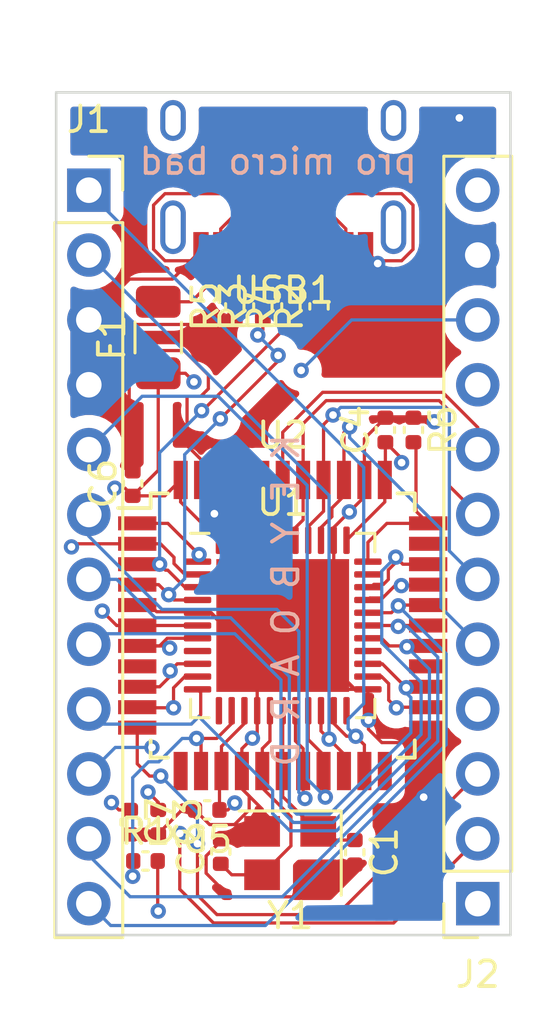
<source format=kicad_pcb>
(kicad_pcb (version 20171130) (host pcbnew "(5.1.7)-1")

  (general
    (thickness 1.6)
    (drawings 12)
    (tracks 525)
    (zones 0)
    (modules 20)
    (nets 52)
  )

  (page A2)
  (layers
    (0 Front_Signal signal)
    (1 Power power)
    (2 Ground power)
    (31 Back_Signal signal)
    (32 B.Adhes user)
    (33 F.Adhes user hide)
    (34 B.Paste user)
    (35 F.Paste user)
    (36 B.SilkS user)
    (37 F.SilkS user)
    (38 B.Mask user)
    (39 F.Mask user)
    (40 Dwgs.User user)
    (41 Cmts.User user)
    (42 Eco1.User user)
    (43 Eco2.User user)
    (44 Edge.Cuts user)
    (45 Margin user)
    (46 B.CrtYd user hide)
    (47 F.CrtYd user hide)
    (48 B.Fab user hide)
    (49 F.Fab user hide)
  )

  (setup
    (last_trace_width 0.127)
    (trace_clearance 0.2)
    (zone_clearance 0.508)
    (zone_45_only no)
    (trace_min 0.127)
    (via_size 0.6)
    (via_drill 0.3)
    (via_min_size 0.4)
    (via_min_drill 0.2)
    (uvia_size 0.3)
    (uvia_drill 0.1)
    (uvias_allowed no)
    (uvia_min_size 0.2)
    (uvia_min_drill 0.1)
    (edge_width 0.1)
    (segment_width 0.2)
    (pcb_text_width 0.3)
    (pcb_text_size 1.5 1.5)
    (mod_edge_width 0.15)
    (mod_text_size 1 1)
    (mod_text_width 0.15)
    (pad_size 4.211556 2.25)
    (pad_drill 1.47)
    (pad_to_mask_clearance 0)
    (aux_axis_origin 0 0)
    (visible_elements 7FFFF7FF)
    (pcbplotparams
      (layerselection 0x3f0ff_ffffffff)
      (usegerberextensions false)
      (usegerberattributes false)
      (usegerberadvancedattributes false)
      (creategerberjobfile false)
      (excludeedgelayer true)
      (linewidth 0.100000)
      (plotframeref false)
      (viasonmask false)
      (mode 1)
      (useauxorigin false)
      (hpglpennumber 1)
      (hpglpenspeed 20)
      (hpglpendiameter 15.000000)
      (psnegative false)
      (psa4output false)
      (plotreference true)
      (plotvalue true)
      (plotinvisibletext false)
      (padsonsilk false)
      (subtractmaskfromsilk false)
      (outputformat 1)
      (mirror false)
      (drillshape 0)
      (scaleselection 1)
      (outputdirectory "G:/melmicro 2/Gerbers/"))
  )

  (net 0 "")
  (net 1 GND)
  (net 2 VCC)
  (net 3 +5V)
  (net 4 "Net-(R2-Pad2)")
  (net 5 "Net-(R5-Pad2)")
  (net 6 D+)
  (net 7 D-)
  (net 8 "Net-(USB1-Pad3)")
  (net 9 "Net-(USB1-Pad9)")
  (net 10 "Net-(USB1-Pad13)")
  (net 11 "Net-(U1-Pad42)")
  (net 12 PB5)
  (net 13 PB4)
  (net 14 PE6)
  (net 15 PD7)
  (net 16 PC6)
  (net 17 PD4)
  (net 18 PD0)
  (net 19 PD1)
  (net 20 PD2)
  (net 21 PD3)
  (net 22 RESET)
  (net 23 PF4)
  (net 24 PF5)
  (net 25 PF6)
  (net 26 PF7)
  (net 27 PB1)
  (net 28 PB3)
  (net 29 PB2)
  (net 30 PB6)
  (net 31 "Net-(U1-Pad32)")
  (net 32 XTAL1)
  (net 33 XTAL2)
  (net 34 UCAP)
  (net 35 HWB)
  (net 36 "Net-(U2-Pad42)")
  (net 37 "Net-(U2-Pad32)")
  (net 38 R+)
  (net 39 R-)
  (net 40 "Net-(U1-Pad41)")
  (net 41 "Net-(U1-Pad40)")
  (net 42 "Net-(U1-Pad26)")
  (net 43 "Net-(U1-Pad22)")
  (net 44 "Net-(U1-Pad12)")
  (net 45 "Net-(U1-Pad8)")
  (net 46 "Net-(U2-Pad41)")
  (net 47 "Net-(U2-Pad40)")
  (net 48 "Net-(U2-Pad26)")
  (net 49 "Net-(U2-Pad22)")
  (net 50 "Net-(U2-Pad12)")
  (net 51 "Net-(U2-Pad8)")

  (net_class Default "This is the default net class."
    (clearance 0.2)
    (trace_width 0.127)
    (via_dia 0.6)
    (via_drill 0.3)
    (uvia_dia 0.3)
    (uvia_drill 0.1)
    (add_net +5V)
    (add_net D+)
    (add_net D-)
    (add_net GND)
    (add_net HWB)
    (add_net "Net-(R2-Pad2)")
    (add_net "Net-(R5-Pad2)")
    (add_net "Net-(U1-Pad12)")
    (add_net "Net-(U1-Pad22)")
    (add_net "Net-(U1-Pad26)")
    (add_net "Net-(U1-Pad32)")
    (add_net "Net-(U1-Pad40)")
    (add_net "Net-(U1-Pad41)")
    (add_net "Net-(U1-Pad42)")
    (add_net "Net-(U1-Pad8)")
    (add_net "Net-(U2-Pad12)")
    (add_net "Net-(U2-Pad22)")
    (add_net "Net-(U2-Pad26)")
    (add_net "Net-(U2-Pad32)")
    (add_net "Net-(U2-Pad40)")
    (add_net "Net-(U2-Pad41)")
    (add_net "Net-(U2-Pad42)")
    (add_net "Net-(U2-Pad8)")
    (add_net "Net-(USB1-Pad13)")
    (add_net "Net-(USB1-Pad3)")
    (add_net "Net-(USB1-Pad9)")
    (add_net PB1)
    (add_net PB2)
    (add_net PB3)
    (add_net PB4)
    (add_net PB5)
    (add_net PB6)
    (add_net PC6)
    (add_net PD0)
    (add_net PD1)
    (add_net PD2)
    (add_net PD3)
    (add_net PD4)
    (add_net PD7)
    (add_net PE6)
    (add_net PF4)
    (add_net PF5)
    (add_net PF6)
    (add_net PF7)
    (add_net R+)
    (add_net R-)
    (add_net RESET)
    (add_net UCAP)
    (add_net VCC)
    (add_net XTAL1)
    (add_net XTAL2)
  )

  (module Connector_PinSocket_2.54mm:PinSocket_1x12_P2.54mm_Vertical (layer Front_Signal) (tedit 5A19A41D) (tstamp 60516F85)
    (at 323.62 187.47 180)
    (descr "Through hole straight socket strip, 1x12, 2.54mm pitch, single row (from Kicad 4.0.7), script generated")
    (tags "Through hole socket strip THT 1x12 2.54mm single row")
    (path /6053AB6F)
    (fp_text reference J2 (at 0 -2.77) (layer F.SilkS)
      (effects (font (size 1 1) (thickness 0.15)))
    )
    (fp_text value Conn_01x12 (at 0 30.71) (layer F.Fab)
      (effects (font (size 1 1) (thickness 0.15)))
    )
    (fp_line (start -1.8 29.7) (end -1.8 -1.8) (layer F.CrtYd) (width 0.05))
    (fp_line (start 1.75 29.7) (end -1.8 29.7) (layer F.CrtYd) (width 0.05))
    (fp_line (start 1.75 -1.8) (end 1.75 29.7) (layer F.CrtYd) (width 0.05))
    (fp_line (start -1.8 -1.8) (end 1.75 -1.8) (layer F.CrtYd) (width 0.05))
    (fp_line (start 0 -1.33) (end 1.33 -1.33) (layer F.SilkS) (width 0.12))
    (fp_line (start 1.33 -1.33) (end 1.33 0) (layer F.SilkS) (width 0.12))
    (fp_line (start 1.33 1.27) (end 1.33 29.27) (layer F.SilkS) (width 0.12))
    (fp_line (start -1.33 29.27) (end 1.33 29.27) (layer F.SilkS) (width 0.12))
    (fp_line (start -1.33 1.27) (end -1.33 29.27) (layer F.SilkS) (width 0.12))
    (fp_line (start -1.33 1.27) (end 1.33 1.27) (layer F.SilkS) (width 0.12))
    (fp_line (start -1.27 29.21) (end -1.27 -1.27) (layer F.Fab) (width 0.1))
    (fp_line (start 1.27 29.21) (end -1.27 29.21) (layer F.Fab) (width 0.1))
    (fp_line (start 1.27 -0.635) (end 1.27 29.21) (layer F.Fab) (width 0.1))
    (fp_line (start 0.635 -1.27) (end 1.27 -0.635) (layer F.Fab) (width 0.1))
    (fp_line (start -1.27 -1.27) (end 0.635 -1.27) (layer F.Fab) (width 0.1))
    (fp_text user %R (at 0 13.97 90) (layer F.Fab)
      (effects (font (size 1 1) (thickness 0.15)))
    )
    (pad 12 thru_hole oval (at 0 27.94 180) (size 1.7 1.7) (drill 1) (layers *.Cu *.Mask)
      (net 3 +5V))
    (pad 11 thru_hole oval (at 0 25.4 180) (size 1.7 1.7) (drill 1) (layers *.Cu *.Mask)
      (net 1 GND))
    (pad 10 thru_hole oval (at 0 22.86 180) (size 1.7 1.7) (drill 1) (layers *.Cu *.Mask)
      (net 22 RESET))
    (pad 9 thru_hole oval (at 0 20.32 180) (size 1.7 1.7) (drill 1) (layers *.Cu *.Mask)
      (net 3 +5V))
    (pad 8 thru_hole oval (at 0 17.78 180) (size 1.7 1.7) (drill 1) (layers *.Cu *.Mask)
      (net 23 PF4))
    (pad 7 thru_hole oval (at 0 15.24 180) (size 1.7 1.7) (drill 1) (layers *.Cu *.Mask)
      (net 24 PF5))
    (pad 6 thru_hole oval (at 0 12.7 180) (size 1.7 1.7) (drill 1) (layers *.Cu *.Mask)
      (net 25 PF6))
    (pad 5 thru_hole oval (at 0 10.16 180) (size 1.7 1.7) (drill 1) (layers *.Cu *.Mask)
      (net 26 PF7))
    (pad 4 thru_hole oval (at 0 7.62 180) (size 1.7 1.7) (drill 1) (layers *.Cu *.Mask)
      (net 27 PB1))
    (pad 3 thru_hole oval (at 0 5.08 180) (size 1.7 1.7) (drill 1) (layers *.Cu *.Mask)
      (net 28 PB3))
    (pad 2 thru_hole oval (at 0 2.54 180) (size 1.7 1.7) (drill 1) (layers *.Cu *.Mask)
      (net 29 PB2))
    (pad 1 thru_hole rect (at 0 0 180) (size 1.7 1.7) (drill 1) (layers *.Cu *.Mask)
      (net 30 PB6))
    (model ${KISYS3DMOD}/Connector_PinSocket_2.54mm.3dshapes/PinSocket_1x12_P2.54mm_Vertical.wrl
      (at (xyz 0 0 0))
      (scale (xyz 1 1 1))
      (rotate (xyz 0 0 0))
    )
  )

  (module Package_QFP:TQFP-44_10x10mm_P0.8mm (layer Front_Signal) (tedit 5A02F146) (tstamp 60521104)
    (at 315.9775 176.5775)
    (descr "44-Lead Plastic Thin Quad Flatpack (PT) - 10x10x1.0 mm Body [TQFP] (see Microchip Packaging Specification 00000049BS.pdf)")
    (tags "QFP 0.8")
    (path /605B2F1E)
    (attr smd)
    (fp_text reference U2 (at 0 -7.45) (layer F.SilkS)
      (effects (font (size 1 1) (thickness 0.15)))
    )
    (fp_text value ATmega32U4-AU (at 0 7.45) (layer F.Fab)
      (effects (font (size 1 1) (thickness 0.15)))
    )
    (fp_line (start -5.175 -4.6) (end -6.45 -4.6) (layer F.SilkS) (width 0.15))
    (fp_line (start 5.175 -5.175) (end 4.5 -5.175) (layer F.SilkS) (width 0.15))
    (fp_line (start 5.175 5.175) (end 4.5 5.175) (layer F.SilkS) (width 0.15))
    (fp_line (start -5.175 5.175) (end -4.5 5.175) (layer F.SilkS) (width 0.15))
    (fp_line (start -5.175 -5.175) (end -4.5 -5.175) (layer F.SilkS) (width 0.15))
    (fp_line (start -5.175 5.175) (end -5.175 4.5) (layer F.SilkS) (width 0.15))
    (fp_line (start 5.175 5.175) (end 5.175 4.5) (layer F.SilkS) (width 0.15))
    (fp_line (start 5.175 -5.175) (end 5.175 -4.5) (layer F.SilkS) (width 0.15))
    (fp_line (start -5.175 -5.175) (end -5.175 -4.6) (layer F.SilkS) (width 0.15))
    (fp_line (start -6.7 6.7) (end 6.7 6.7) (layer F.CrtYd) (width 0.05))
    (fp_line (start -6.7 -6.7) (end 6.7 -6.7) (layer F.CrtYd) (width 0.05))
    (fp_line (start 6.7 -6.7) (end 6.7 6.7) (layer F.CrtYd) (width 0.05))
    (fp_line (start -6.7 -6.7) (end -6.7 6.7) (layer F.CrtYd) (width 0.05))
    (fp_line (start -5 -4) (end -4 -5) (layer F.Fab) (width 0.15))
    (fp_line (start -5 5) (end -5 -4) (layer F.Fab) (width 0.15))
    (fp_line (start 5 5) (end -5 5) (layer F.Fab) (width 0.15))
    (fp_line (start 5 -5) (end 5 5) (layer F.Fab) (width 0.15))
    (fp_line (start -4 -5) (end 5 -5) (layer F.Fab) (width 0.15))
    (fp_text user %R (at 0 0) (layer F.Fab)
      (effects (font (size 1 1) (thickness 0.15)))
    )
    (pad 44 smd rect (at -4 -5.7 90) (size 1.5 0.55) (layers Front_Signal F.Paste F.Mask)
      (net 3 +5V))
    (pad 43 smd rect (at -3.2 -5.7 90) (size 1.5 0.55) (layers Front_Signal F.Paste F.Mask)
      (net 1 GND))
    (pad 42 smd rect (at -2.4 -5.7 90) (size 1.5 0.55) (layers Front_Signal F.Paste F.Mask)
      (net 36 "Net-(U2-Pad42)"))
    (pad 41 smd rect (at -1.6 -5.7 90) (size 1.5 0.55) (layers Front_Signal F.Paste F.Mask)
      (net 46 "Net-(U2-Pad41)"))
    (pad 40 smd rect (at -0.8 -5.7 90) (size 1.5 0.55) (layers Front_Signal F.Paste F.Mask)
      (net 47 "Net-(U2-Pad40)"))
    (pad 39 smd rect (at 0 -5.7 90) (size 1.5 0.55) (layers Front_Signal F.Paste F.Mask)
      (net 23 PF4))
    (pad 38 smd rect (at 0.8 -5.7 90) (size 1.5 0.55) (layers Front_Signal F.Paste F.Mask)
      (net 24 PF5))
    (pad 37 smd rect (at 1.6 -5.7 90) (size 1.5 0.55) (layers Front_Signal F.Paste F.Mask)
      (net 25 PF6))
    (pad 36 smd rect (at 2.4 -5.7 90) (size 1.5 0.55) (layers Front_Signal F.Paste F.Mask)
      (net 26 PF7))
    (pad 35 smd rect (at 3.2 -5.7 90) (size 1.5 0.55) (layers Front_Signal F.Paste F.Mask)
      (net 1 GND))
    (pad 34 smd rect (at 4 -5.7 90) (size 1.5 0.55) (layers Front_Signal F.Paste F.Mask)
      (net 3 +5V))
    (pad 33 smd rect (at 5.7 -4) (size 1.5 0.55) (layers Front_Signal F.Paste F.Mask)
      (net 35 HWB))
    (pad 32 smd rect (at 5.7 -3.2) (size 1.5 0.55) (layers Front_Signal F.Paste F.Mask)
      (net 37 "Net-(U2-Pad32)"))
    (pad 31 smd rect (at 5.7 -2.4) (size 1.5 0.55) (layers Front_Signal F.Paste F.Mask)
      (net 16 PC6))
    (pad 30 smd rect (at 5.7 -1.6) (size 1.5 0.55) (layers Front_Signal F.Paste F.Mask)
      (net 30 PB6))
    (pad 29 smd rect (at 5.7 -0.8) (size 1.5 0.55) (layers Front_Signal F.Paste F.Mask)
      (net 12 PB5))
    (pad 28 smd rect (at 5.7 0) (size 1.5 0.55) (layers Front_Signal F.Paste F.Mask)
      (net 13 PB4))
    (pad 27 smd rect (at 5.7 0.8) (size 1.5 0.55) (layers Front_Signal F.Paste F.Mask)
      (net 15 PD7))
    (pad 26 smd rect (at 5.7 1.6) (size 1.5 0.55) (layers Front_Signal F.Paste F.Mask)
      (net 48 "Net-(U2-Pad26)"))
    (pad 25 smd rect (at 5.7 2.4) (size 1.5 0.55) (layers Front_Signal F.Paste F.Mask)
      (net 17 PD4))
    (pad 24 smd rect (at 5.7 3.2) (size 1.5 0.55) (layers Front_Signal F.Paste F.Mask)
      (net 3 +5V))
    (pad 23 smd rect (at 5.7 4) (size 1.5 0.55) (layers Front_Signal F.Paste F.Mask)
      (net 1 GND))
    (pad 22 smd rect (at 4 5.7 90) (size 1.5 0.55) (layers Front_Signal F.Paste F.Mask)
      (net 49 "Net-(U2-Pad22)"))
    (pad 21 smd rect (at 3.2 5.7 90) (size 1.5 0.55) (layers Front_Signal F.Paste F.Mask)
      (net 21 PD3))
    (pad 20 smd rect (at 2.4 5.7 90) (size 1.5 0.55) (layers Front_Signal F.Paste F.Mask)
      (net 20 PD2))
    (pad 19 smd rect (at 1.6 5.7 90) (size 1.5 0.55) (layers Front_Signal F.Paste F.Mask)
      (net 19 PD1))
    (pad 18 smd rect (at 0.8 5.7 90) (size 1.5 0.55) (layers Front_Signal F.Paste F.Mask)
      (net 18 PD0))
    (pad 17 smd rect (at 0 5.7 90) (size 1.5 0.55) (layers Front_Signal F.Paste F.Mask)
      (net 32 XTAL1))
    (pad 16 smd rect (at -0.8 5.7 90) (size 1.5 0.55) (layers Front_Signal F.Paste F.Mask)
      (net 33 XTAL2))
    (pad 15 smd rect (at -1.6 5.7 90) (size 1.5 0.55) (layers Front_Signal F.Paste F.Mask)
      (net 1 GND))
    (pad 14 smd rect (at -2.4 5.7 90) (size 1.5 0.55) (layers Front_Signal F.Paste F.Mask)
      (net 3 +5V))
    (pad 13 smd rect (at -3.2 5.7 90) (size 1.5 0.55) (layers Front_Signal F.Paste F.Mask)
      (net 22 RESET))
    (pad 12 smd rect (at -4 5.7 90) (size 1.5 0.55) (layers Front_Signal F.Paste F.Mask)
      (net 50 "Net-(U2-Pad12)"))
    (pad 11 smd rect (at -5.7 4) (size 1.5 0.55) (layers Front_Signal F.Paste F.Mask)
      (net 28 PB3))
    (pad 10 smd rect (at -5.7 3.2) (size 1.5 0.55) (layers Front_Signal F.Paste F.Mask)
      (net 29 PB2))
    (pad 9 smd rect (at -5.7 2.4) (size 1.5 0.55) (layers Front_Signal F.Paste F.Mask)
      (net 27 PB1))
    (pad 8 smd rect (at -5.7 1.6) (size 1.5 0.55) (layers Front_Signal F.Paste F.Mask)
      (net 51 "Net-(U2-Pad8)"))
    (pad 7 smd rect (at -5.7 0.8) (size 1.5 0.55) (layers Front_Signal F.Paste F.Mask)
      (net 3 +5V))
    (pad 6 smd rect (at -5.7 0) (size 1.5 0.55) (layers Front_Signal F.Paste F.Mask)
      (net 34 UCAP))
    (pad 5 smd rect (at -5.7 -0.8) (size 1.5 0.55) (layers Front_Signal F.Paste F.Mask)
      (net 1 GND))
    (pad 4 smd rect (at -5.7 -1.6) (size 1.5 0.55) (layers Front_Signal F.Paste F.Mask)
      (net 38 R+))
    (pad 3 smd rect (at -5.7 -2.4) (size 1.5 0.55) (layers Front_Signal F.Paste F.Mask)
      (net 39 R-))
    (pad 2 smd rect (at -5.7 -3.2) (size 1.5 0.55) (layers Front_Signal F.Paste F.Mask)
      (net 3 +5V))
    (pad 1 smd rect (at -5.7 -4) (size 1.5 0.55) (layers Front_Signal F.Paste F.Mask)
      (net 14 PE6))
    (model ${KISYS3DMOD}/Package_QFP.3dshapes/TQFP-44_10x10mm_P0.8mm.wrl
      (at (xyz 0 0 0))
      (scale (xyz 1 1 1))
      (rotate (xyz 0 0 0))
    )
  )

  (module Capacitor_SMD:C_0402_1005Metric (layer Front_Signal) (tedit 5F68FEEE) (tstamp 60523DFE)
    (at 316.3 164.08 90)
    (descr "Capacitor SMD 0402 (1005 Metric), square (rectangular) end terminal, IPC_7351 nominal, (Body size source: IPC-SM-782 page 76, https://www.pcb-3d.com/wordpress/wp-content/uploads/ipc-sm-782a_amendment_1_and_2.pdf), generated with kicad-footprint-generator")
    (tags capacitor)
    (path /5FF19BB0)
    (attr smd)
    (fp_text reference R4 (at 0 -1.16 90) (layer F.SilkS)
      (effects (font (size 1 1) (thickness 0.15)))
    )
    (fp_text value 22k (at 0 1.16 90) (layer F.Fab)
      (effects (font (size 1 1) (thickness 0.15)))
    )
    (fp_line (start 0.91 0.46) (end -0.91 0.46) (layer F.CrtYd) (width 0.05))
    (fp_line (start 0.91 -0.46) (end 0.91 0.46) (layer F.CrtYd) (width 0.05))
    (fp_line (start -0.91 -0.46) (end 0.91 -0.46) (layer F.CrtYd) (width 0.05))
    (fp_line (start -0.91 0.46) (end -0.91 -0.46) (layer F.CrtYd) (width 0.05))
    (fp_line (start -0.107836 0.36) (end 0.107836 0.36) (layer F.SilkS) (width 0.12))
    (fp_line (start -0.107836 -0.36) (end 0.107836 -0.36) (layer F.SilkS) (width 0.12))
    (fp_line (start 0.5 0.25) (end -0.5 0.25) (layer F.Fab) (width 0.1))
    (fp_line (start 0.5 -0.25) (end 0.5 0.25) (layer F.Fab) (width 0.1))
    (fp_line (start -0.5 -0.25) (end 0.5 -0.25) (layer F.Fab) (width 0.1))
    (fp_line (start -0.5 0.25) (end -0.5 -0.25) (layer F.Fab) (width 0.1))
    (fp_text user %R (at 0 0 90) (layer F.Fab)
      (effects (font (size 0.25 0.25) (thickness 0.04)))
    )
    (pad 2 smd roundrect (at 0.48 0 90) (size 0.56 0.62) (layers Front_Signal F.Paste F.Mask) (roundrect_rratio 0.25)
      (net 7 D-))
    (pad 1 smd roundrect (at -0.48 0 90) (size 0.56 0.62) (layers Front_Signal F.Paste F.Mask) (roundrect_rratio 0.25)
      (net 39 R-))
    (model ${KISYS3DMOD}/Capacitor_SMD.3dshapes/C_0402_1005Metric.wrl
      (at (xyz 0 0 0))
      (scale (xyz 1 1 1))
      (rotate (xyz 0 0 0))
    )
  )

  (module Capacitor_SMD:C_0402_1005Metric (layer Front_Signal) (tedit 5F68FEEE) (tstamp 60516FEB)
    (at 321.1 168.92 270)
    (descr "Capacitor SMD 0402 (1005 Metric), square (rectangular) end terminal, IPC_7351 nominal, (Body size source: IPC-SM-782 page 76, https://www.pcb-3d.com/wordpress/wp-content/uploads/ipc-sm-782a_amendment_1_and_2.pdf), generated with kicad-footprint-generator")
    (tags capacitor)
    (path /5FF1792A)
    (attr smd)
    (fp_text reference R6 (at 0 -1.16 90) (layer F.SilkS)
      (effects (font (size 1 1) (thickness 0.15)))
    )
    (fp_text value 10k (at 0 1.16 90) (layer F.Fab)
      (effects (font (size 1 1) (thickness 0.15)))
    )
    (fp_line (start 0.91 0.46) (end -0.91 0.46) (layer F.CrtYd) (width 0.05))
    (fp_line (start 0.91 -0.46) (end 0.91 0.46) (layer F.CrtYd) (width 0.05))
    (fp_line (start -0.91 -0.46) (end 0.91 -0.46) (layer F.CrtYd) (width 0.05))
    (fp_line (start -0.91 0.46) (end -0.91 -0.46) (layer F.CrtYd) (width 0.05))
    (fp_line (start -0.107836 0.36) (end 0.107836 0.36) (layer F.SilkS) (width 0.12))
    (fp_line (start -0.107836 -0.36) (end 0.107836 -0.36) (layer F.SilkS) (width 0.12))
    (fp_line (start 0.5 0.25) (end -0.5 0.25) (layer F.Fab) (width 0.1))
    (fp_line (start 0.5 -0.25) (end 0.5 0.25) (layer F.Fab) (width 0.1))
    (fp_line (start -0.5 -0.25) (end 0.5 -0.25) (layer F.Fab) (width 0.1))
    (fp_line (start -0.5 0.25) (end -0.5 -0.25) (layer F.Fab) (width 0.1))
    (fp_text user %R (at 0 0 90) (layer F.Fab)
      (effects (font (size 0.25 0.25) (thickness 0.04)))
    )
    (pad 2 smd roundrect (at 0.48 0 270) (size 0.56 0.62) (layers Front_Signal F.Paste F.Mask) (roundrect_rratio 0.25)
      (net 35 HWB))
    (pad 1 smd roundrect (at -0.48 0 270) (size 0.56 0.62) (layers Front_Signal F.Paste F.Mask) (roundrect_rratio 0.25)
      (net 1 GND))
    (model ${KISYS3DMOD}/Capacitor_SMD.3dshapes/C_0402_1005Metric.wrl
      (at (xyz 0 0 0))
      (scale (xyz 1 1 1))
      (rotate (xyz 0 0 0))
    )
  )

  (module Capacitor_SMD:C_0402_1005Metric (layer Front_Signal) (tedit 5F68FEEE) (tstamp 60516FDA)
    (at 314.1 164.08 90)
    (descr "Capacitor SMD 0402 (1005 Metric), square (rectangular) end terminal, IPC_7351 nominal, (Body size source: IPC-SM-782 page 76, https://www.pcb-3d.com/wordpress/wp-content/uploads/ipc-sm-782a_amendment_1_and_2.pdf), generated with kicad-footprint-generator")
    (tags capacitor)
    (path /5FB260E4)
    (attr smd)
    (fp_text reference R5 (at 0 -1.16 90) (layer F.SilkS)
      (effects (font (size 1 1) (thickness 0.15)))
    )
    (fp_text value 5.1k (at 0 1.16 90) (layer F.Fab)
      (effects (font (size 1 1) (thickness 0.15)))
    )
    (fp_line (start 0.91 0.46) (end -0.91 0.46) (layer F.CrtYd) (width 0.05))
    (fp_line (start 0.91 -0.46) (end 0.91 0.46) (layer F.CrtYd) (width 0.05))
    (fp_line (start -0.91 -0.46) (end 0.91 -0.46) (layer F.CrtYd) (width 0.05))
    (fp_line (start -0.91 0.46) (end -0.91 -0.46) (layer F.CrtYd) (width 0.05))
    (fp_line (start -0.107836 0.36) (end 0.107836 0.36) (layer F.SilkS) (width 0.12))
    (fp_line (start -0.107836 -0.36) (end 0.107836 -0.36) (layer F.SilkS) (width 0.12))
    (fp_line (start 0.5 0.25) (end -0.5 0.25) (layer F.Fab) (width 0.1))
    (fp_line (start 0.5 -0.25) (end 0.5 0.25) (layer F.Fab) (width 0.1))
    (fp_line (start -0.5 -0.25) (end 0.5 -0.25) (layer F.Fab) (width 0.1))
    (fp_line (start -0.5 0.25) (end -0.5 -0.25) (layer F.Fab) (width 0.1))
    (fp_text user %R (at 0 0 90) (layer F.Fab)
      (effects (font (size 0.25 0.25) (thickness 0.04)))
    )
    (pad 2 smd roundrect (at 0.48 0 90) (size 0.56 0.62) (layers Front_Signal F.Paste F.Mask) (roundrect_rratio 0.25)
      (net 5 "Net-(R5-Pad2)"))
    (pad 1 smd roundrect (at -0.48 0 90) (size 0.56 0.62) (layers Front_Signal F.Paste F.Mask) (roundrect_rratio 0.25)
      (net 1 GND))
    (model ${KISYS3DMOD}/Capacitor_SMD.3dshapes/C_0402_1005Metric.wrl
      (at (xyz 0 0 0))
      (scale (xyz 1 1 1))
      (rotate (xyz 0 0 0))
    )
  )

  (module Capacitor_SMD:C_0402_1005Metric (layer Front_Signal) (tedit 5F68FEEE) (tstamp 60516FB8)
    (at 315.2 164.08 90)
    (descr "Capacitor SMD 0402 (1005 Metric), square (rectangular) end terminal, IPC_7351 nominal, (Body size source: IPC-SM-782 page 76, https://www.pcb-3d.com/wordpress/wp-content/uploads/ipc-sm-782a_amendment_1_and_2.pdf), generated with kicad-footprint-generator")
    (tags capacitor)
    (path /5FF190D0)
    (attr smd)
    (fp_text reference R3 (at 0 -1.16 90) (layer F.SilkS)
      (effects (font (size 1 1) (thickness 0.15)))
    )
    (fp_text value 22k (at 0 1.16 90) (layer F.Fab)
      (effects (font (size 1 1) (thickness 0.15)))
    )
    (fp_line (start 0.91 0.46) (end -0.91 0.46) (layer F.CrtYd) (width 0.05))
    (fp_line (start 0.91 -0.46) (end 0.91 0.46) (layer F.CrtYd) (width 0.05))
    (fp_line (start -0.91 -0.46) (end 0.91 -0.46) (layer F.CrtYd) (width 0.05))
    (fp_line (start -0.91 0.46) (end -0.91 -0.46) (layer F.CrtYd) (width 0.05))
    (fp_line (start -0.107836 0.36) (end 0.107836 0.36) (layer F.SilkS) (width 0.12))
    (fp_line (start -0.107836 -0.36) (end 0.107836 -0.36) (layer F.SilkS) (width 0.12))
    (fp_line (start 0.5 0.25) (end -0.5 0.25) (layer F.Fab) (width 0.1))
    (fp_line (start 0.5 -0.25) (end 0.5 0.25) (layer F.Fab) (width 0.1))
    (fp_line (start -0.5 -0.25) (end 0.5 -0.25) (layer F.Fab) (width 0.1))
    (fp_line (start -0.5 0.25) (end -0.5 -0.25) (layer F.Fab) (width 0.1))
    (fp_text user %R (at 0 0 90) (layer F.Fab)
      (effects (font (size 0.25 0.25) (thickness 0.04)))
    )
    (pad 2 smd roundrect (at 0.48 0 90) (size 0.56 0.62) (layers Front_Signal F.Paste F.Mask) (roundrect_rratio 0.25)
      (net 6 D+))
    (pad 1 smd roundrect (at -0.48 0 90) (size 0.56 0.62) (layers Front_Signal F.Paste F.Mask) (roundrect_rratio 0.25)
      (net 38 R+))
    (model ${KISYS3DMOD}/Capacitor_SMD.3dshapes/C_0402_1005Metric.wrl
      (at (xyz 0 0 0))
      (scale (xyz 1 1 1))
      (rotate (xyz 0 0 0))
    )
  )

  (module Capacitor_SMD:C_0402_1005Metric (layer Front_Signal) (tedit 5F68FEEE) (tstamp 60516FA7)
    (at 317.4 164.08 90)
    (descr "Capacitor SMD 0402 (1005 Metric), square (rectangular) end terminal, IPC_7351 nominal, (Body size source: IPC-SM-782 page 76, https://www.pcb-3d.com/wordpress/wp-content/uploads/ipc-sm-782a_amendment_1_and_2.pdf), generated with kicad-footprint-generator")
    (tags capacitor)
    (path /5FB2562B)
    (attr smd)
    (fp_text reference R2 (at 0 -1.16 90) (layer F.SilkS)
      (effects (font (size 1 1) (thickness 0.15)))
    )
    (fp_text value 5.1k (at 0 1.16 90) (layer F.Fab)
      (effects (font (size 1 1) (thickness 0.15)))
    )
    (fp_line (start 0.91 0.46) (end -0.91 0.46) (layer F.CrtYd) (width 0.05))
    (fp_line (start 0.91 -0.46) (end 0.91 0.46) (layer F.CrtYd) (width 0.05))
    (fp_line (start -0.91 -0.46) (end 0.91 -0.46) (layer F.CrtYd) (width 0.05))
    (fp_line (start -0.91 0.46) (end -0.91 -0.46) (layer F.CrtYd) (width 0.05))
    (fp_line (start -0.107836 0.36) (end 0.107836 0.36) (layer F.SilkS) (width 0.12))
    (fp_line (start -0.107836 -0.36) (end 0.107836 -0.36) (layer F.SilkS) (width 0.12))
    (fp_line (start 0.5 0.25) (end -0.5 0.25) (layer F.Fab) (width 0.1))
    (fp_line (start 0.5 -0.25) (end 0.5 0.25) (layer F.Fab) (width 0.1))
    (fp_line (start -0.5 -0.25) (end 0.5 -0.25) (layer F.Fab) (width 0.1))
    (fp_line (start -0.5 0.25) (end -0.5 -0.25) (layer F.Fab) (width 0.1))
    (fp_text user %R (at 0 0 90) (layer F.Fab)
      (effects (font (size 0.25 0.25) (thickness 0.04)))
    )
    (pad 2 smd roundrect (at 0.48 0 90) (size 0.56 0.62) (layers Front_Signal F.Paste F.Mask) (roundrect_rratio 0.25)
      (net 4 "Net-(R2-Pad2)"))
    (pad 1 smd roundrect (at -0.48 0 90) (size 0.56 0.62) (layers Front_Signal F.Paste F.Mask) (roundrect_rratio 0.25)
      (net 1 GND))
    (model ${KISYS3DMOD}/Capacitor_SMD.3dshapes/C_0402_1005Metric.wrl
      (at (xyz 0 0 0))
      (scale (xyz 1 1 1))
      (rotate (xyz 0 0 0))
    )
  )

  (module Capacitor_SMD:C_0402_1005Metric (layer Front_Signal) (tedit 5F68FEEE) (tstamp 60516F96)
    (at 310.6 185.8)
    (descr "Capacitor SMD 0402 (1005 Metric), square (rectangular) end terminal, IPC_7351 nominal, (Body size source: IPC-SM-782 page 76, https://www.pcb-3d.com/wordpress/wp-content/uploads/ipc-sm-782a_amendment_1_and_2.pdf), generated with kicad-footprint-generator")
    (tags capacitor)
    (path /5FFFB315)
    (attr smd)
    (fp_text reference R1 (at 0 -1.16) (layer F.SilkS)
      (effects (font (size 1 1) (thickness 0.15)))
    )
    (fp_text value 10k (at 0 1.16) (layer F.Fab)
      (effects (font (size 1 1) (thickness 0.15)))
    )
    (fp_line (start 0.91 0.46) (end -0.91 0.46) (layer F.CrtYd) (width 0.05))
    (fp_line (start 0.91 -0.46) (end 0.91 0.46) (layer F.CrtYd) (width 0.05))
    (fp_line (start -0.91 -0.46) (end 0.91 -0.46) (layer F.CrtYd) (width 0.05))
    (fp_line (start -0.91 0.46) (end -0.91 -0.46) (layer F.CrtYd) (width 0.05))
    (fp_line (start -0.107836 0.36) (end 0.107836 0.36) (layer F.SilkS) (width 0.12))
    (fp_line (start -0.107836 -0.36) (end 0.107836 -0.36) (layer F.SilkS) (width 0.12))
    (fp_line (start 0.5 0.25) (end -0.5 0.25) (layer F.Fab) (width 0.1))
    (fp_line (start 0.5 -0.25) (end 0.5 0.25) (layer F.Fab) (width 0.1))
    (fp_line (start -0.5 -0.25) (end 0.5 -0.25) (layer F.Fab) (width 0.1))
    (fp_line (start -0.5 0.25) (end -0.5 -0.25) (layer F.Fab) (width 0.1))
    (fp_text user %R (at 0 0) (layer F.Fab)
      (effects (font (size 0.25 0.25) (thickness 0.04)))
    )
    (pad 2 smd roundrect (at 0.48 0) (size 0.56 0.62) (layers Front_Signal F.Paste F.Mask) (roundrect_rratio 0.25)
      (net 3 +5V))
    (pad 1 smd roundrect (at -0.48 0) (size 0.56 0.62) (layers Front_Signal F.Paste F.Mask) (roundrect_rratio 0.25)
      (net 22 RESET))
    (model ${KISYS3DMOD}/Capacitor_SMD.3dshapes/C_0402_1005Metric.wrl
      (at (xyz 0 0 0))
      (scale (xyz 1 1 1))
      (rotate (xyz 0 0 0))
    )
  )

  (module Capacitor_SMD:C_0402_1005Metric (layer Front_Signal) (tedit 5F68FEEE) (tstamp 60516F34)
    (at 310 184.28 270)
    (descr "Capacitor SMD 0402 (1005 Metric), square (rectangular) end terminal, IPC_7351 nominal, (Body size source: IPC-SM-782 page 76, https://www.pcb-3d.com/wordpress/wp-content/uploads/ipc-sm-782a_amendment_1_and_2.pdf), generated with kicad-footprint-generator")
    (tags capacitor)
    (path /5FF1A6CC)
    (attr smd)
    (fp_text reference C7 (at 0 -1.16 90) (layer F.SilkS)
      (effects (font (size 1 1) (thickness 0.15)))
    )
    (fp_text value 1uF (at 0 1.16 90) (layer F.Fab)
      (effects (font (size 1 1) (thickness 0.15)))
    )
    (fp_line (start 0.91 0.46) (end -0.91 0.46) (layer F.CrtYd) (width 0.05))
    (fp_line (start 0.91 -0.46) (end 0.91 0.46) (layer F.CrtYd) (width 0.05))
    (fp_line (start -0.91 -0.46) (end 0.91 -0.46) (layer F.CrtYd) (width 0.05))
    (fp_line (start -0.91 0.46) (end -0.91 -0.46) (layer F.CrtYd) (width 0.05))
    (fp_line (start -0.107836 0.36) (end 0.107836 0.36) (layer F.SilkS) (width 0.12))
    (fp_line (start -0.107836 -0.36) (end 0.107836 -0.36) (layer F.SilkS) (width 0.12))
    (fp_line (start 0.5 0.25) (end -0.5 0.25) (layer F.Fab) (width 0.1))
    (fp_line (start 0.5 -0.25) (end 0.5 0.25) (layer F.Fab) (width 0.1))
    (fp_line (start -0.5 -0.25) (end 0.5 -0.25) (layer F.Fab) (width 0.1))
    (fp_line (start -0.5 0.25) (end -0.5 -0.25) (layer F.Fab) (width 0.1))
    (fp_text user %R (at 0 0 90) (layer F.Fab)
      (effects (font (size 0.25 0.25) (thickness 0.04)))
    )
    (pad 2 smd roundrect (at 0.48 0 270) (size 0.56 0.62) (layers Front_Signal F.Paste F.Mask) (roundrect_rratio 0.25)
      (net 1 GND))
    (pad 1 smd roundrect (at -0.48 0 270) (size 0.56 0.62) (layers Front_Signal F.Paste F.Mask) (roundrect_rratio 0.25)
      (net 34 UCAP))
    (model ${KISYS3DMOD}/Capacitor_SMD.3dshapes/C_0402_1005Metric.wrl
      (at (xyz 0 0 0))
      (scale (xyz 1 1 1))
      (rotate (xyz 0 0 0))
    )
  )

  (module Capacitor_SMD:C_0402_1005Metric (layer Front_Signal) (tedit 5F68FEEE) (tstamp 60516F23)
    (at 310.1 171.02 90)
    (descr "Capacitor SMD 0402 (1005 Metric), square (rectangular) end terminal, IPC_7351 nominal, (Body size source: IPC-SM-782 page 76, https://www.pcb-3d.com/wordpress/wp-content/uploads/ipc-sm-782a_amendment_1_and_2.pdf), generated with kicad-footprint-generator")
    (tags capacitor)
    (path /5FF1DB09)
    (attr smd)
    (fp_text reference C6 (at 0 -1.16 90) (layer F.SilkS)
      (effects (font (size 1 1) (thickness 0.15)))
    )
    (fp_text value 10uF (at 0 1.16 90) (layer F.Fab)
      (effects (font (size 1 1) (thickness 0.15)))
    )
    (fp_line (start 0.91 0.46) (end -0.91 0.46) (layer F.CrtYd) (width 0.05))
    (fp_line (start 0.91 -0.46) (end 0.91 0.46) (layer F.CrtYd) (width 0.05))
    (fp_line (start -0.91 -0.46) (end 0.91 -0.46) (layer F.CrtYd) (width 0.05))
    (fp_line (start -0.91 0.46) (end -0.91 -0.46) (layer F.CrtYd) (width 0.05))
    (fp_line (start -0.107836 0.36) (end 0.107836 0.36) (layer F.SilkS) (width 0.12))
    (fp_line (start -0.107836 -0.36) (end 0.107836 -0.36) (layer F.SilkS) (width 0.12))
    (fp_line (start 0.5 0.25) (end -0.5 0.25) (layer F.Fab) (width 0.1))
    (fp_line (start 0.5 -0.25) (end 0.5 0.25) (layer F.Fab) (width 0.1))
    (fp_line (start -0.5 -0.25) (end 0.5 -0.25) (layer F.Fab) (width 0.1))
    (fp_line (start -0.5 0.25) (end -0.5 -0.25) (layer F.Fab) (width 0.1))
    (fp_text user %R (at 0 0 90) (layer F.Fab)
      (effects (font (size 0.25 0.25) (thickness 0.04)))
    )
    (pad 2 smd roundrect (at 0.48 0 90) (size 0.56 0.62) (layers Front_Signal F.Paste F.Mask) (roundrect_rratio 0.25)
      (net 1 GND))
    (pad 1 smd roundrect (at -0.48 0 90) (size 0.56 0.62) (layers Front_Signal F.Paste F.Mask) (roundrect_rratio 0.25)
      (net 3 +5V))
    (model ${KISYS3DMOD}/Capacitor_SMD.3dshapes/C_0402_1005Metric.wrl
      (at (xyz 0 0 0))
      (scale (xyz 1 1 1))
      (rotate (xyz 0 0 0))
    )
  )

  (module Capacitor_SMD:C_0402_1005Metric (layer Front_Signal) (tedit 5F68FEEE) (tstamp 60516F12)
    (at 313.02 183.8 180)
    (descr "Capacitor SMD 0402 (1005 Metric), square (rectangular) end terminal, IPC_7351 nominal, (Body size source: IPC-SM-782 page 76, https://www.pcb-3d.com/wordpress/wp-content/uploads/ipc-sm-782a_amendment_1_and_2.pdf), generated with kicad-footprint-generator")
    (tags capacitor)
    (path /5FF1D4B1)
    (attr smd)
    (fp_text reference C5 (at 0 -1.16) (layer F.SilkS)
      (effects (font (size 1 1) (thickness 0.15)))
    )
    (fp_text value 0.1uF (at 0 1.16) (layer F.Fab)
      (effects (font (size 1 1) (thickness 0.15)))
    )
    (fp_line (start 0.91 0.46) (end -0.91 0.46) (layer F.CrtYd) (width 0.05))
    (fp_line (start 0.91 -0.46) (end 0.91 0.46) (layer F.CrtYd) (width 0.05))
    (fp_line (start -0.91 -0.46) (end 0.91 -0.46) (layer F.CrtYd) (width 0.05))
    (fp_line (start -0.91 0.46) (end -0.91 -0.46) (layer F.CrtYd) (width 0.05))
    (fp_line (start -0.107836 0.36) (end 0.107836 0.36) (layer F.SilkS) (width 0.12))
    (fp_line (start -0.107836 -0.36) (end 0.107836 -0.36) (layer F.SilkS) (width 0.12))
    (fp_line (start 0.5 0.25) (end -0.5 0.25) (layer F.Fab) (width 0.1))
    (fp_line (start 0.5 -0.25) (end 0.5 0.25) (layer F.Fab) (width 0.1))
    (fp_line (start -0.5 -0.25) (end 0.5 -0.25) (layer F.Fab) (width 0.1))
    (fp_line (start -0.5 0.25) (end -0.5 -0.25) (layer F.Fab) (width 0.1))
    (fp_text user %R (at 0 0) (layer F.Fab)
      (effects (font (size 0.25 0.25) (thickness 0.04)))
    )
    (pad 2 smd roundrect (at 0.48 0 180) (size 0.56 0.62) (layers Front_Signal F.Paste F.Mask) (roundrect_rratio 0.25)
      (net 1 GND))
    (pad 1 smd roundrect (at -0.48 0 180) (size 0.56 0.62) (layers Front_Signal F.Paste F.Mask) (roundrect_rratio 0.25)
      (net 3 +5V))
    (model ${KISYS3DMOD}/Capacitor_SMD.3dshapes/C_0402_1005Metric.wrl
      (at (xyz 0 0 0))
      (scale (xyz 1 1 1))
      (rotate (xyz 0 0 0))
    )
  )

  (module Capacitor_SMD:C_0402_1005Metric (layer Front_Signal) (tedit 5F68FEEE) (tstamp 60516F01)
    (at 320 168.92 90)
    (descr "Capacitor SMD 0402 (1005 Metric), square (rectangular) end terminal, IPC_7351 nominal, (Body size source: IPC-SM-782 page 76, https://www.pcb-3d.com/wordpress/wp-content/uploads/ipc-sm-782a_amendment_1_and_2.pdf), generated with kicad-footprint-generator")
    (tags capacitor)
    (path /5FF1CF33)
    (attr smd)
    (fp_text reference C4 (at 0 -1.16 90) (layer F.SilkS)
      (effects (font (size 1 1) (thickness 0.15)))
    )
    (fp_text value 0.1uF (at 0 1.16 90) (layer F.Fab)
      (effects (font (size 1 1) (thickness 0.15)))
    )
    (fp_line (start 0.91 0.46) (end -0.91 0.46) (layer F.CrtYd) (width 0.05))
    (fp_line (start 0.91 -0.46) (end 0.91 0.46) (layer F.CrtYd) (width 0.05))
    (fp_line (start -0.91 -0.46) (end 0.91 -0.46) (layer F.CrtYd) (width 0.05))
    (fp_line (start -0.91 0.46) (end -0.91 -0.46) (layer F.CrtYd) (width 0.05))
    (fp_line (start -0.107836 0.36) (end 0.107836 0.36) (layer F.SilkS) (width 0.12))
    (fp_line (start -0.107836 -0.36) (end 0.107836 -0.36) (layer F.SilkS) (width 0.12))
    (fp_line (start 0.5 0.25) (end -0.5 0.25) (layer F.Fab) (width 0.1))
    (fp_line (start 0.5 -0.25) (end 0.5 0.25) (layer F.Fab) (width 0.1))
    (fp_line (start -0.5 -0.25) (end 0.5 -0.25) (layer F.Fab) (width 0.1))
    (fp_line (start -0.5 0.25) (end -0.5 -0.25) (layer F.Fab) (width 0.1))
    (fp_text user %R (at 0 0 90) (layer F.Fab)
      (effects (font (size 0.25 0.25) (thickness 0.04)))
    )
    (pad 2 smd roundrect (at 0.48 0 90) (size 0.56 0.62) (layers Front_Signal F.Paste F.Mask) (roundrect_rratio 0.25)
      (net 1 GND))
    (pad 1 smd roundrect (at -0.48 0 90) (size 0.56 0.62) (layers Front_Signal F.Paste F.Mask) (roundrect_rratio 0.25)
      (net 3 +5V))
    (model ${KISYS3DMOD}/Capacitor_SMD.3dshapes/C_0402_1005Metric.wrl
      (at (xyz 0 0 0))
      (scale (xyz 1 1 1))
      (rotate (xyz 0 0 0))
    )
  )

  (module Capacitor_SMD:C_0402_1005Metric (layer Front_Signal) (tedit 5F68FEEE) (tstamp 60516EF0)
    (at 311.1 184.28 270)
    (descr "Capacitor SMD 0402 (1005 Metric), square (rectangular) end terminal, IPC_7351 nominal, (Body size source: IPC-SM-782 page 76, https://www.pcb-3d.com/wordpress/wp-content/uploads/ipc-sm-782a_amendment_1_and_2.pdf), generated with kicad-footprint-generator")
    (tags capacitor)
    (path /5FF1C3A5)
    (attr smd)
    (fp_text reference C3 (at 0 -1.16 90) (layer F.SilkS)
      (effects (font (size 1 1) (thickness 0.15)))
    )
    (fp_text value 0.1uF (at 0 1.16 90) (layer F.Fab)
      (effects (font (size 1 1) (thickness 0.15)))
    )
    (fp_line (start 0.91 0.46) (end -0.91 0.46) (layer F.CrtYd) (width 0.05))
    (fp_line (start 0.91 -0.46) (end 0.91 0.46) (layer F.CrtYd) (width 0.05))
    (fp_line (start -0.91 -0.46) (end 0.91 -0.46) (layer F.CrtYd) (width 0.05))
    (fp_line (start -0.91 0.46) (end -0.91 -0.46) (layer F.CrtYd) (width 0.05))
    (fp_line (start -0.107836 0.36) (end 0.107836 0.36) (layer F.SilkS) (width 0.12))
    (fp_line (start -0.107836 -0.36) (end 0.107836 -0.36) (layer F.SilkS) (width 0.12))
    (fp_line (start 0.5 0.25) (end -0.5 0.25) (layer F.Fab) (width 0.1))
    (fp_line (start 0.5 -0.25) (end 0.5 0.25) (layer F.Fab) (width 0.1))
    (fp_line (start -0.5 -0.25) (end 0.5 -0.25) (layer F.Fab) (width 0.1))
    (fp_line (start -0.5 0.25) (end -0.5 -0.25) (layer F.Fab) (width 0.1))
    (fp_text user %R (at 0 0 90) (layer F.Fab)
      (effects (font (size 0.25 0.25) (thickness 0.04)))
    )
    (pad 2 smd roundrect (at 0.48 0 270) (size 0.56 0.62) (layers Front_Signal F.Paste F.Mask) (roundrect_rratio 0.25)
      (net 1 GND))
    (pad 1 smd roundrect (at -0.48 0 270) (size 0.56 0.62) (layers Front_Signal F.Paste F.Mask) (roundrect_rratio 0.25)
      (net 3 +5V))
    (model ${KISYS3DMOD}/Capacitor_SMD.3dshapes/C_0402_1005Metric.wrl
      (at (xyz 0 0 0))
      (scale (xyz 1 1 1))
      (rotate (xyz 0 0 0))
    )
  )

  (module Capacitor_SMD:C_0402_1005Metric (layer Front_Signal) (tedit 5F68FEEE) (tstamp 60516EDF)
    (at 313.55 185.43 90)
    (descr "Capacitor SMD 0402 (1005 Metric), square (rectangular) end terminal, IPC_7351 nominal, (Body size source: IPC-SM-782 page 76, https://www.pcb-3d.com/wordpress/wp-content/uploads/ipc-sm-782a_amendment_1_and_2.pdf), generated with kicad-footprint-generator")
    (tags capacitor)
    (path /5FF22342)
    (attr smd)
    (fp_text reference C2 (at 0 -1.16 90) (layer F.SilkS)
      (effects (font (size 1 1) (thickness 0.15)))
    )
    (fp_text value 22pF (at 0 1.16 90) (layer F.Fab)
      (effects (font (size 1 1) (thickness 0.15)))
    )
    (fp_line (start 0.91 0.46) (end -0.91 0.46) (layer F.CrtYd) (width 0.05))
    (fp_line (start 0.91 -0.46) (end 0.91 0.46) (layer F.CrtYd) (width 0.05))
    (fp_line (start -0.91 -0.46) (end 0.91 -0.46) (layer F.CrtYd) (width 0.05))
    (fp_line (start -0.91 0.46) (end -0.91 -0.46) (layer F.CrtYd) (width 0.05))
    (fp_line (start -0.107836 0.36) (end 0.107836 0.36) (layer F.SilkS) (width 0.12))
    (fp_line (start -0.107836 -0.36) (end 0.107836 -0.36) (layer F.SilkS) (width 0.12))
    (fp_line (start 0.5 0.25) (end -0.5 0.25) (layer F.Fab) (width 0.1))
    (fp_line (start 0.5 -0.25) (end 0.5 0.25) (layer F.Fab) (width 0.1))
    (fp_line (start -0.5 -0.25) (end 0.5 -0.25) (layer F.Fab) (width 0.1))
    (fp_line (start -0.5 0.25) (end -0.5 -0.25) (layer F.Fab) (width 0.1))
    (fp_text user %R (at 0 0 90) (layer F.Fab)
      (effects (font (size 0.25 0.25) (thickness 0.04)))
    )
    (pad 2 smd roundrect (at 0.48 0 90) (size 0.56 0.62) (layers Front_Signal F.Paste F.Mask) (roundrect_rratio 0.25)
      (net 1 GND))
    (pad 1 smd roundrect (at -0.48 0 90) (size 0.56 0.62) (layers Front_Signal F.Paste F.Mask) (roundrect_rratio 0.25)
      (net 33 XTAL2))
    (model ${KISYS3DMOD}/Capacitor_SMD.3dshapes/C_0402_1005Metric.wrl
      (at (xyz 0 0 0))
      (scale (xyz 1 1 1))
      (rotate (xyz 0 0 0))
    )
  )

  (module Capacitor_SMD:C_0402_1005Metric (layer Front_Signal) (tedit 5F68FEEE) (tstamp 60516ECE)
    (at 318.8 185.46 270)
    (descr "Capacitor SMD 0402 (1005 Metric), square (rectangular) end terminal, IPC_7351 nominal, (Body size source: IPC-SM-782 page 76, https://www.pcb-3d.com/wordpress/wp-content/uploads/ipc-sm-782a_amendment_1_and_2.pdf), generated with kicad-footprint-generator")
    (tags capacitor)
    (path /5FF21539)
    (attr smd)
    (fp_text reference C1 (at 0 -1.16 90) (layer F.SilkS)
      (effects (font (size 1 1) (thickness 0.15)))
    )
    (fp_text value 22pF (at 0 1.16 90) (layer F.Fab)
      (effects (font (size 1 1) (thickness 0.15)))
    )
    (fp_line (start 0.91 0.46) (end -0.91 0.46) (layer F.CrtYd) (width 0.05))
    (fp_line (start 0.91 -0.46) (end 0.91 0.46) (layer F.CrtYd) (width 0.05))
    (fp_line (start -0.91 -0.46) (end 0.91 -0.46) (layer F.CrtYd) (width 0.05))
    (fp_line (start -0.91 0.46) (end -0.91 -0.46) (layer F.CrtYd) (width 0.05))
    (fp_line (start -0.107836 0.36) (end 0.107836 0.36) (layer F.SilkS) (width 0.12))
    (fp_line (start -0.107836 -0.36) (end 0.107836 -0.36) (layer F.SilkS) (width 0.12))
    (fp_line (start 0.5 0.25) (end -0.5 0.25) (layer F.Fab) (width 0.1))
    (fp_line (start 0.5 -0.25) (end 0.5 0.25) (layer F.Fab) (width 0.1))
    (fp_line (start -0.5 -0.25) (end 0.5 -0.25) (layer F.Fab) (width 0.1))
    (fp_line (start -0.5 0.25) (end -0.5 -0.25) (layer F.Fab) (width 0.1))
    (fp_text user %R (at 0 0 90) (layer F.Fab)
      (effects (font (size 0.25 0.25) (thickness 0.04)))
    )
    (pad 2 smd roundrect (at 0.48 0 270) (size 0.56 0.62) (layers Front_Signal F.Paste F.Mask) (roundrect_rratio 0.25)
      (net 1 GND))
    (pad 1 smd roundrect (at -0.48 0 270) (size 0.56 0.62) (layers Front_Signal F.Paste F.Mask) (roundrect_rratio 0.25)
      (net 32 XTAL1))
    (model ${KISYS3DMOD}/Capacitor_SMD.3dshapes/C_0402_1005Metric.wrl
      (at (xyz 0 0 0))
      (scale (xyz 1 1 1))
      (rotate (xyz 0 0 0))
    )
  )

  (module Package_DFN_QFN:QFN-44-1EP_7x7mm_P0.5mm_EP5.2x5.2mm (layer Front_Signal) (tedit 5DC5F6A5) (tstamp 60521020)
    (at 315.9775 176.5775)
    (descr "QFN, 44 Pin (http://ww1.microchip.com/downloads/en/DeviceDoc/2512S.pdf#page=17), generated with kicad-footprint-generator ipc_noLead_generator.py")
    (tags "QFN NoLead")
    (path /60570C27)
    (attr smd)
    (fp_text reference U1 (at 0 -4.82) (layer F.SilkS)
      (effects (font (size 1 1) (thickness 0.15)))
    )
    (fp_text value ATmega32U4-MU (at 0 4.82) (layer F.Fab)
      (effects (font (size 1 1) (thickness 0.15)))
    )
    (fp_line (start 4.12 -4.12) (end -4.12 -4.12) (layer F.CrtYd) (width 0.05))
    (fp_line (start 4.12 4.12) (end 4.12 -4.12) (layer F.CrtYd) (width 0.05))
    (fp_line (start -4.12 4.12) (end 4.12 4.12) (layer F.CrtYd) (width 0.05))
    (fp_line (start -4.12 -4.12) (end -4.12 4.12) (layer F.CrtYd) (width 0.05))
    (fp_line (start -3.5 -2.5) (end -2.5 -3.5) (layer F.Fab) (width 0.1))
    (fp_line (start -3.5 3.5) (end -3.5 -2.5) (layer F.Fab) (width 0.1))
    (fp_line (start 3.5 3.5) (end -3.5 3.5) (layer F.Fab) (width 0.1))
    (fp_line (start 3.5 -3.5) (end 3.5 3.5) (layer F.Fab) (width 0.1))
    (fp_line (start -2.5 -3.5) (end 3.5 -3.5) (layer F.Fab) (width 0.1))
    (fp_line (start -2.885 -3.61) (end -3.61 -3.61) (layer F.SilkS) (width 0.12))
    (fp_line (start 3.61 3.61) (end 3.61 2.885) (layer F.SilkS) (width 0.12))
    (fp_line (start 2.885 3.61) (end 3.61 3.61) (layer F.SilkS) (width 0.12))
    (fp_line (start -3.61 3.61) (end -3.61 2.885) (layer F.SilkS) (width 0.12))
    (fp_line (start -2.885 3.61) (end -3.61 3.61) (layer F.SilkS) (width 0.12))
    (fp_line (start 3.61 -3.61) (end 3.61 -2.885) (layer F.SilkS) (width 0.12))
    (fp_line (start 2.885 -3.61) (end 3.61 -3.61) (layer F.SilkS) (width 0.12))
    (fp_text user %R (at 0 0) (layer F.Fab)
      (effects (font (size 1 1) (thickness 0.15)))
    )
    (pad "" smd roundrect (at 1.95 1.95) (size 1.05 1.05) (layers F.Paste) (roundrect_rratio 0.2380942857142857))
    (pad "" smd roundrect (at 1.95 0.65) (size 1.05 1.05) (layers F.Paste) (roundrect_rratio 0.2380942857142857))
    (pad "" smd roundrect (at 1.95 -0.65) (size 1.05 1.05) (layers F.Paste) (roundrect_rratio 0.2380942857142857))
    (pad "" smd roundrect (at 1.95 -1.95) (size 1.05 1.05) (layers F.Paste) (roundrect_rratio 0.2380942857142857))
    (pad "" smd roundrect (at 0.65 1.95) (size 1.05 1.05) (layers F.Paste) (roundrect_rratio 0.2380942857142857))
    (pad "" smd roundrect (at 0.65 0.65) (size 1.05 1.05) (layers F.Paste) (roundrect_rratio 0.2380942857142857))
    (pad "" smd roundrect (at 0.65 -0.65) (size 1.05 1.05) (layers F.Paste) (roundrect_rratio 0.2380942857142857))
    (pad "" smd roundrect (at 0.65 -1.95) (size 1.05 1.05) (layers F.Paste) (roundrect_rratio 0.2380942857142857))
    (pad "" smd roundrect (at -0.65 1.95) (size 1.05 1.05) (layers F.Paste) (roundrect_rratio 0.2380942857142857))
    (pad "" smd roundrect (at -0.65 0.65) (size 1.05 1.05) (layers F.Paste) (roundrect_rratio 0.2380942857142857))
    (pad "" smd roundrect (at -0.65 -0.65) (size 1.05 1.05) (layers F.Paste) (roundrect_rratio 0.2380942857142857))
    (pad "" smd roundrect (at -0.65 -1.95) (size 1.05 1.05) (layers F.Paste) (roundrect_rratio 0.2380942857142857))
    (pad "" smd roundrect (at -1.95 1.95) (size 1.05 1.05) (layers F.Paste) (roundrect_rratio 0.2380942857142857))
    (pad "" smd roundrect (at -1.95 0.65) (size 1.05 1.05) (layers F.Paste) (roundrect_rratio 0.2380942857142857))
    (pad "" smd roundrect (at -1.95 -0.65) (size 1.05 1.05) (layers F.Paste) (roundrect_rratio 0.2380942857142857))
    (pad "" smd roundrect (at -1.95 -1.95) (size 1.05 1.05) (layers F.Paste) (roundrect_rratio 0.2380942857142857))
    (pad 45 smd rect (at 0 0) (size 5.2 5.2) (layers Front_Signal F.Mask)
      (net 1 GND))
    (pad 44 smd roundrect (at -2.5 -3.3375) (size 0.25 1.075) (layers Front_Signal F.Paste F.Mask) (roundrect_rratio 0.25)
      (net 3 +5V))
    (pad 43 smd roundrect (at -2 -3.3375) (size 0.25 1.075) (layers Front_Signal F.Paste F.Mask) (roundrect_rratio 0.25)
      (net 1 GND))
    (pad 42 smd roundrect (at -1.5 -3.3375) (size 0.25 1.075) (layers Front_Signal F.Paste F.Mask) (roundrect_rratio 0.25)
      (net 11 "Net-(U1-Pad42)"))
    (pad 41 smd roundrect (at -1 -3.3375) (size 0.25 1.075) (layers Front_Signal F.Paste F.Mask) (roundrect_rratio 0.25)
      (net 40 "Net-(U1-Pad41)"))
    (pad 40 smd roundrect (at -0.5 -3.3375) (size 0.25 1.075) (layers Front_Signal F.Paste F.Mask) (roundrect_rratio 0.25)
      (net 41 "Net-(U1-Pad40)"))
    (pad 39 smd roundrect (at 0 -3.3375) (size 0.25 1.075) (layers Front_Signal F.Paste F.Mask) (roundrect_rratio 0.25)
      (net 23 PF4))
    (pad 38 smd roundrect (at 0.5 -3.3375) (size 0.25 1.075) (layers Front_Signal F.Paste F.Mask) (roundrect_rratio 0.25)
      (net 24 PF5))
    (pad 37 smd roundrect (at 1 -3.3375) (size 0.25 1.075) (layers Front_Signal F.Paste F.Mask) (roundrect_rratio 0.25)
      (net 25 PF6))
    (pad 36 smd roundrect (at 1.5 -3.3375) (size 0.25 1.075) (layers Front_Signal F.Paste F.Mask) (roundrect_rratio 0.25)
      (net 26 PF7))
    (pad 35 smd roundrect (at 2 -3.3375) (size 0.25 1.075) (layers Front_Signal F.Paste F.Mask) (roundrect_rratio 0.25)
      (net 1 GND))
    (pad 34 smd roundrect (at 2.5 -3.3375) (size 0.25 1.075) (layers Front_Signal F.Paste F.Mask) (roundrect_rratio 0.25)
      (net 3 +5V))
    (pad 33 smd roundrect (at 3.3375 -2.5) (size 1.075 0.25) (layers Front_Signal F.Paste F.Mask) (roundrect_rratio 0.25)
      (net 35 HWB))
    (pad 32 smd roundrect (at 3.3375 -2) (size 1.075 0.25) (layers Front_Signal F.Paste F.Mask) (roundrect_rratio 0.25)
      (net 31 "Net-(U1-Pad32)"))
    (pad 31 smd roundrect (at 3.3375 -1.5) (size 1.075 0.25) (layers Front_Signal F.Paste F.Mask) (roundrect_rratio 0.25)
      (net 16 PC6))
    (pad 30 smd roundrect (at 3.3375 -1) (size 1.075 0.25) (layers Front_Signal F.Paste F.Mask) (roundrect_rratio 0.25)
      (net 30 PB6))
    (pad 29 smd roundrect (at 3.3375 -0.5) (size 1.075 0.25) (layers Front_Signal F.Paste F.Mask) (roundrect_rratio 0.25)
      (net 12 PB5))
    (pad 28 smd roundrect (at 3.3375 0) (size 1.075 0.25) (layers Front_Signal F.Paste F.Mask) (roundrect_rratio 0.25)
      (net 13 PB4))
    (pad 27 smd roundrect (at 3.3375 0.5) (size 1.075 0.25) (layers Front_Signal F.Paste F.Mask) (roundrect_rratio 0.25)
      (net 15 PD7))
    (pad 26 smd roundrect (at 3.3375 1) (size 1.075 0.25) (layers Front_Signal F.Paste F.Mask) (roundrect_rratio 0.25)
      (net 42 "Net-(U1-Pad26)"))
    (pad 25 smd roundrect (at 3.3375 1.5) (size 1.075 0.25) (layers Front_Signal F.Paste F.Mask) (roundrect_rratio 0.25)
      (net 17 PD4))
    (pad 24 smd roundrect (at 3.3375 2) (size 1.075 0.25) (layers Front_Signal F.Paste F.Mask) (roundrect_rratio 0.25)
      (net 3 +5V))
    (pad 23 smd roundrect (at 3.3375 2.5) (size 1.075 0.25) (layers Front_Signal F.Paste F.Mask) (roundrect_rratio 0.25)
      (net 1 GND))
    (pad 22 smd roundrect (at 2.5 3.3375) (size 0.25 1.075) (layers Front_Signal F.Paste F.Mask) (roundrect_rratio 0.25)
      (net 43 "Net-(U1-Pad22)"))
    (pad 21 smd roundrect (at 2 3.3375) (size 0.25 1.075) (layers Front_Signal F.Paste F.Mask) (roundrect_rratio 0.25)
      (net 21 PD3))
    (pad 20 smd roundrect (at 1.5 3.3375) (size 0.25 1.075) (layers Front_Signal F.Paste F.Mask) (roundrect_rratio 0.25)
      (net 20 PD2))
    (pad 19 smd roundrect (at 1 3.3375) (size 0.25 1.075) (layers Front_Signal F.Paste F.Mask) (roundrect_rratio 0.25)
      (net 19 PD1))
    (pad 18 smd roundrect (at 0.5 3.3375) (size 0.25 1.075) (layers Front_Signal F.Paste F.Mask) (roundrect_rratio 0.25)
      (net 18 PD0))
    (pad 17 smd roundrect (at 0 3.3375) (size 0.25 1.075) (layers Front_Signal F.Paste F.Mask) (roundrect_rratio 0.25)
      (net 32 XTAL1))
    (pad 16 smd roundrect (at -0.5 3.3375) (size 0.25 1.075) (layers Front_Signal F.Paste F.Mask) (roundrect_rratio 0.25)
      (net 33 XTAL2))
    (pad 15 smd roundrect (at -1 3.3375) (size 0.25 1.075) (layers Front_Signal F.Paste F.Mask) (roundrect_rratio 0.25)
      (net 1 GND))
    (pad 14 smd roundrect (at -1.5 3.3375) (size 0.25 1.075) (layers Front_Signal F.Paste F.Mask) (roundrect_rratio 0.25)
      (net 3 +5V))
    (pad 13 smd roundrect (at -2 3.3375) (size 0.25 1.075) (layers Front_Signal F.Paste F.Mask) (roundrect_rratio 0.25)
      (net 22 RESET))
    (pad 12 smd roundrect (at -2.5 3.3375) (size 0.25 1.075) (layers Front_Signal F.Paste F.Mask) (roundrect_rratio 0.25)
      (net 44 "Net-(U1-Pad12)"))
    (pad 11 smd roundrect (at -3.3375 2.5) (size 1.075 0.25) (layers Front_Signal F.Paste F.Mask) (roundrect_rratio 0.25)
      (net 28 PB3))
    (pad 10 smd roundrect (at -3.3375 2) (size 1.075 0.25) (layers Front_Signal F.Paste F.Mask) (roundrect_rratio 0.25)
      (net 29 PB2))
    (pad 9 smd roundrect (at -3.3375 1.5) (size 1.075 0.25) (layers Front_Signal F.Paste F.Mask) (roundrect_rratio 0.25)
      (net 27 PB1))
    (pad 8 smd roundrect (at -3.3375 1) (size 1.075 0.25) (layers Front_Signal F.Paste F.Mask) (roundrect_rratio 0.25)
      (net 45 "Net-(U1-Pad8)"))
    (pad 7 smd roundrect (at -3.3375 0.5) (size 1.075 0.25) (layers Front_Signal F.Paste F.Mask) (roundrect_rratio 0.25)
      (net 3 +5V))
    (pad 6 smd roundrect (at -3.3375 0) (size 1.075 0.25) (layers Front_Signal F.Paste F.Mask) (roundrect_rratio 0.25)
      (net 34 UCAP))
    (pad 5 smd roundrect (at -3.3375 -0.5) (size 1.075 0.25) (layers Front_Signal F.Paste F.Mask) (roundrect_rratio 0.25)
      (net 1 GND))
    (pad 4 smd roundrect (at -3.3375 -1) (size 1.075 0.25) (layers Front_Signal F.Paste F.Mask) (roundrect_rratio 0.25)
      (net 38 R+))
    (pad 3 smd roundrect (at -3.3375 -1.5) (size 1.075 0.25) (layers Front_Signal F.Paste F.Mask) (roundrect_rratio 0.25)
      (net 39 R-))
    (pad 2 smd roundrect (at -3.3375 -2) (size 1.075 0.25) (layers Front_Signal F.Paste F.Mask) (roundrect_rratio 0.25)
      (net 3 +5V))
    (pad 1 smd roundrect (at -3.3375 -2.5) (size 1.075 0.25) (layers Front_Signal F.Paste F.Mask) (roundrect_rratio 0.25)
      (net 14 PE6))
    (model ${KISYS3DMOD}/Package_DFN_QFN.3dshapes/QFN-44-1EP_7x7mm_P0.5mm_EP5.2x5.2mm.wrl
      (at (xyz 0 0 0))
      (scale (xyz 1 1 1))
      (rotate (xyz 0 0 0))
    )
  )

  (module Crystal:Crystal_SMD_3225-4Pin_3.2x2.5mm (layer Front_Signal) (tedit 5A0FD1B2) (tstamp 60517065)
    (at 316.27 185.49 180)
    (descr "SMD Crystal SERIES SMD3225/4 http://www.txccrystal.com/images/pdf/7m-accuracy.pdf, 3.2x2.5mm^2 package")
    (tags "SMD SMT crystal")
    (path /5FF2090D)
    (attr smd)
    (fp_text reference Y1 (at 0 -2.45) (layer F.SilkS)
      (effects (font (size 1 1) (thickness 0.15)))
    )
    (fp_text value Crystal_GND24_Small (at 0 2.45) (layer F.Fab)
      (effects (font (size 1 1) (thickness 0.15)))
    )
    (fp_line (start 2.1 -1.7) (end -2.1 -1.7) (layer F.CrtYd) (width 0.05))
    (fp_line (start 2.1 1.7) (end 2.1 -1.7) (layer F.CrtYd) (width 0.05))
    (fp_line (start -2.1 1.7) (end 2.1 1.7) (layer F.CrtYd) (width 0.05))
    (fp_line (start -2.1 -1.7) (end -2.1 1.7) (layer F.CrtYd) (width 0.05))
    (fp_line (start -2 1.65) (end 2 1.65) (layer F.SilkS) (width 0.12))
    (fp_line (start -2 -1.65) (end -2 1.65) (layer F.SilkS) (width 0.12))
    (fp_line (start -1.6 0.25) (end -0.6 1.25) (layer F.Fab) (width 0.1))
    (fp_line (start 1.6 -1.25) (end -1.6 -1.25) (layer F.Fab) (width 0.1))
    (fp_line (start 1.6 1.25) (end 1.6 -1.25) (layer F.Fab) (width 0.1))
    (fp_line (start -1.6 1.25) (end 1.6 1.25) (layer F.Fab) (width 0.1))
    (fp_line (start -1.6 -1.25) (end -1.6 1.25) (layer F.Fab) (width 0.1))
    (fp_text user %R (at 0 0) (layer F.Fab)
      (effects (font (size 0.7 0.7) (thickness 0.105)))
    )
    (pad 4 smd rect (at -1.1 -0.85 180) (size 1.4 1.2) (layers Front_Signal F.Paste F.Mask)
      (net 1 GND))
    (pad 3 smd rect (at 1.1 -0.85 180) (size 1.4 1.2) (layers Front_Signal F.Paste F.Mask)
      (net 33 XTAL2))
    (pad 2 smd rect (at 1.1 0.85 180) (size 1.4 1.2) (layers Front_Signal F.Paste F.Mask)
      (net 1 GND))
    (pad 1 smd rect (at -1.1 0.85 180) (size 1.4 1.2) (layers Front_Signal F.Paste F.Mask)
      (net 32 XTAL1))
    (model ${KISYS3DMOD}/Crystal.3dshapes/Crystal_SMD_3225-4Pin_3.2x2.5mm.wrl
      (at (xyz 0 0 0))
      (scale (xyz 1 1 1))
      (rotate (xyz 0 0 0))
    )
  )

  (module Type-C:HRO-TYPE-C-31-M-12-Assembly (layer Front_Signal) (tedit 5C42C666) (tstamp 60517051)
    (at 316 154.2 180)
    (path /5FB2232B)
    (attr smd)
    (fp_text reference USB1 (at 0 -9.25) (layer F.SilkS)
      (effects (font (size 1 1) (thickness 0.15)))
    )
    (fp_text value HRO-TYPE-C-31-M-12 (at 0 1.15) (layer Dwgs.User)
      (effects (font (size 1 1) (thickness 0.15)))
    )
    (fp_line (start 3.75 -8.5) (end 3.75 -7.5) (layer F.CrtYd) (width 0.15))
    (fp_line (start -3.75 -8.5) (end 3.75 -8.5) (layer F.CrtYd) (width 0.15))
    (fp_line (start -3.75 -7.5) (end -3.75 -8.5) (layer F.CrtYd) (width 0.15))
    (fp_line (start -4.5 0) (end -4.5 -7.5) (layer F.CrtYd) (width 0.15))
    (fp_line (start 4.5 0) (end -4.5 0) (layer F.CrtYd) (width 0.15))
    (fp_line (start 4.5 -7.5) (end 4.5 0) (layer F.CrtYd) (width 0.15))
    (fp_line (start 3.75 -7.5) (end 4.5 -7.5) (layer F.CrtYd) (width 0.15))
    (fp_line (start -4.5 -7.5) (end -3.75 -7.5) (layer F.CrtYd) (width 0.15))
    (fp_line (start -4.47 0) (end 4.47 0) (layer Dwgs.User) (width 0.15))
    (fp_line (start -4.47 0) (end -4.47 -7.3) (layer Dwgs.User) (width 0.15))
    (fp_line (start 4.47 0) (end 4.47 -7.3) (layer Dwgs.User) (width 0.15))
    (fp_line (start -4.47 -7.3) (end 4.47 -7.3) (layer Dwgs.User) (width 0.15))
    (fp_text user %R (at 0 -9.25) (layer F.Fab)
      (effects (font (size 1 1) (thickness 0.15)))
    )
    (pad 12 smd rect (at 3.225 -7.695 180) (size 0.6 1.45) (layers Front_Signal F.Paste F.Mask)
      (net 1 GND))
    (pad 1 smd rect (at -3.225 -7.695 180) (size 0.6 1.45) (layers Front_Signal F.Paste F.Mask)
      (net 1 GND))
    (pad 11 smd rect (at 2.45 -7.695 180) (size 0.6 1.45) (layers Front_Signal F.Paste F.Mask)
      (net 2 VCC))
    (pad 2 smd rect (at -2.45 -7.695 180) (size 0.6 1.45) (layers Front_Signal F.Paste F.Mask)
      (net 2 VCC))
    (pad 3 smd rect (at -1.75 -7.695 180) (size 0.3 1.45) (layers Front_Signal F.Paste F.Mask)
      (net 8 "Net-(USB1-Pad3)"))
    (pad 10 smd rect (at 1.75 -7.695 180) (size 0.3 1.45) (layers Front_Signal F.Paste F.Mask)
      (net 5 "Net-(R5-Pad2)"))
    (pad 4 smd rect (at -1.25 -7.695 180) (size 0.3 1.45) (layers Front_Signal F.Paste F.Mask)
      (net 4 "Net-(R2-Pad2)"))
    (pad 9 smd rect (at 1.25 -7.695 180) (size 0.3 1.45) (layers Front_Signal F.Paste F.Mask)
      (net 9 "Net-(USB1-Pad9)"))
    (pad 5 smd rect (at -0.75 -7.695 180) (size 0.3 1.45) (layers Front_Signal F.Paste F.Mask)
      (net 7 D-))
    (pad 8 smd rect (at 0.75 -7.695 180) (size 0.3 1.45) (layers Front_Signal F.Paste F.Mask)
      (net 6 D+))
    (pad 7 smd rect (at 0.25 -7.695 180) (size 0.3 1.45) (layers Front_Signal F.Paste F.Mask)
      (net 7 D-))
    (pad 6 smd rect (at -0.25 -7.695 180) (size 0.3 1.45) (layers Front_Signal F.Paste F.Mask)
      (net 6 D+))
    (pad "" np_thru_hole circle (at 2.89 -6.25 180) (size 0.65 0.65) (drill 0.65) (layers *.Cu *.Mask))
    (pad "" np_thru_hole circle (at -2.89 -6.25 180) (size 0.65 0.65) (drill 0.65) (layers *.Cu *.Mask))
    (pad 13 thru_hole oval (at -4.32 -6.78 180) (size 1 2.1) (drill oval 0.6 1.7) (layers *.Cu *.Mask)
      (net 10 "Net-(USB1-Pad13)"))
    (pad 13 thru_hole oval (at 4.32 -6.78 180) (size 1 2.1) (drill oval 0.6 1.7) (layers *.Cu *.Mask)
      (net 10 "Net-(USB1-Pad13)"))
    (pad 13 thru_hole oval (at -4.32 -2.6 180) (size 1 1.6) (drill oval 0.6 1.2) (layers *.Cu *.Mask)
      (net 10 "Net-(USB1-Pad13)"))
    (pad 13 thru_hole oval (at 4.32 -2.6 180) (size 1 1.6) (drill oval 0.6 1.2) (layers *.Cu *.Mask)
      (net 10 "Net-(USB1-Pad13)"))
  )

  (module Connector_PinSocket_2.54mm:PinSocket_1x12_P2.54mm_Vertical (layer Front_Signal) (tedit 5A19A41D) (tstamp 60516F65)
    (at 308.38 159.53)
    (descr "Through hole straight socket strip, 1x12, 2.54mm pitch, single row (from Kicad 4.0.7), script generated")
    (tags "Through hole socket strip THT 1x12 2.54mm single row")
    (path /60538F56)
    (fp_text reference J1 (at 0 -2.77) (layer F.SilkS)
      (effects (font (size 1 1) (thickness 0.15)))
    )
    (fp_text value Conn_01x12 (at 0 30.71) (layer F.Fab)
      (effects (font (size 1 1) (thickness 0.15)))
    )
    (fp_line (start -1.8 29.7) (end -1.8 -1.8) (layer F.CrtYd) (width 0.05))
    (fp_line (start 1.75 29.7) (end -1.8 29.7) (layer F.CrtYd) (width 0.05))
    (fp_line (start 1.75 -1.8) (end 1.75 29.7) (layer F.CrtYd) (width 0.05))
    (fp_line (start -1.8 -1.8) (end 1.75 -1.8) (layer F.CrtYd) (width 0.05))
    (fp_line (start 0 -1.33) (end 1.33 -1.33) (layer F.SilkS) (width 0.12))
    (fp_line (start 1.33 -1.33) (end 1.33 0) (layer F.SilkS) (width 0.12))
    (fp_line (start 1.33 1.27) (end 1.33 29.27) (layer F.SilkS) (width 0.12))
    (fp_line (start -1.33 29.27) (end 1.33 29.27) (layer F.SilkS) (width 0.12))
    (fp_line (start -1.33 1.27) (end -1.33 29.27) (layer F.SilkS) (width 0.12))
    (fp_line (start -1.33 1.27) (end 1.33 1.27) (layer F.SilkS) (width 0.12))
    (fp_line (start -1.27 29.21) (end -1.27 -1.27) (layer F.Fab) (width 0.1))
    (fp_line (start 1.27 29.21) (end -1.27 29.21) (layer F.Fab) (width 0.1))
    (fp_line (start 1.27 -0.635) (end 1.27 29.21) (layer F.Fab) (width 0.1))
    (fp_line (start 0.635 -1.27) (end 1.27 -0.635) (layer F.Fab) (width 0.1))
    (fp_line (start -1.27 -1.27) (end 0.635 -1.27) (layer F.Fab) (width 0.1))
    (fp_text user %R (at 0 13.97 90) (layer F.Fab)
      (effects (font (size 1 1) (thickness 0.15)))
    )
    (pad 12 thru_hole oval (at 0 27.94) (size 1.7 1.7) (drill 1) (layers *.Cu *.Mask)
      (net 12 PB5))
    (pad 11 thru_hole oval (at 0 25.4) (size 1.7 1.7) (drill 1) (layers *.Cu *.Mask)
      (net 13 PB4))
    (pad 10 thru_hole oval (at 0 22.86) (size 1.7 1.7) (drill 1) (layers *.Cu *.Mask)
      (net 14 PE6))
    (pad 9 thru_hole oval (at 0 20.32) (size 1.7 1.7) (drill 1) (layers *.Cu *.Mask)
      (net 15 PD7))
    (pad 8 thru_hole oval (at 0 17.78) (size 1.7 1.7) (drill 1) (layers *.Cu *.Mask)
      (net 16 PC6))
    (pad 7 thru_hole oval (at 0 15.24) (size 1.7 1.7) (drill 1) (layers *.Cu *.Mask)
      (net 17 PD4))
    (pad 6 thru_hole oval (at 0 12.7) (size 1.7 1.7) (drill 1) (layers *.Cu *.Mask)
      (net 18 PD0))
    (pad 5 thru_hole oval (at 0 10.16) (size 1.7 1.7) (drill 1) (layers *.Cu *.Mask)
      (net 19 PD1))
    (pad 4 thru_hole oval (at 0 7.62) (size 1.7 1.7) (drill 1) (layers *.Cu *.Mask)
      (net 1 GND))
    (pad 3 thru_hole oval (at 0 5.08) (size 1.7 1.7) (drill 1) (layers *.Cu *.Mask)
      (net 1 GND))
    (pad 2 thru_hole oval (at 0 2.54) (size 1.7 1.7) (drill 1) (layers *.Cu *.Mask)
      (net 20 PD2))
    (pad 1 thru_hole rect (at 0 0) (size 1.7 1.7) (drill 1) (layers *.Cu *.Mask)
      (net 21 PD3))
    (model ${KISYS3DMOD}/Connector_PinSocket_2.54mm.3dshapes/PinSocket_1x12_P2.54mm_Vertical.wrl
      (at (xyz 0 0 0))
      (scale (xyz 1 1 1))
      (rotate (xyz 0 0 0))
    )
  )

  (module Fuse:Fuse_1206_3216Metric (layer Front_Signal) (tedit 5F68FEF1) (tstamp 60516F45)
    (at 311.1 165.3 90)
    (descr "Fuse SMD 1206 (3216 Metric), square (rectangular) end terminal, IPC_7351 nominal, (Body size source: http://www.tortai-tech.com/upload/download/2011102023233369053.pdf), generated with kicad-footprint-generator")
    (tags fuse)
    (path /5FBBF6A5)
    (attr smd)
    (fp_text reference F1 (at 0 -1.82 90) (layer F.SilkS)
      (effects (font (size 1 1) (thickness 0.15)))
    )
    (fp_text value 500mA (at 0 1.82 90) (layer F.Fab)
      (effects (font (size 1 1) (thickness 0.15)))
    )
    (fp_line (start 2.28 1.12) (end -2.28 1.12) (layer F.CrtYd) (width 0.05))
    (fp_line (start 2.28 -1.12) (end 2.28 1.12) (layer F.CrtYd) (width 0.05))
    (fp_line (start -2.28 -1.12) (end 2.28 -1.12) (layer F.CrtYd) (width 0.05))
    (fp_line (start -2.28 1.12) (end -2.28 -1.12) (layer F.CrtYd) (width 0.05))
    (fp_line (start -0.602064 0.91) (end 0.602064 0.91) (layer F.SilkS) (width 0.12))
    (fp_line (start -0.602064 -0.91) (end 0.602064 -0.91) (layer F.SilkS) (width 0.12))
    (fp_line (start 1.6 0.8) (end -1.6 0.8) (layer F.Fab) (width 0.1))
    (fp_line (start 1.6 -0.8) (end 1.6 0.8) (layer F.Fab) (width 0.1))
    (fp_line (start -1.6 -0.8) (end 1.6 -0.8) (layer F.Fab) (width 0.1))
    (fp_line (start -1.6 0.8) (end -1.6 -0.8) (layer F.Fab) (width 0.1))
    (fp_text user %R (at 0 0 90) (layer F.Fab)
      (effects (font (size 0.8 0.8) (thickness 0.12)))
    )
    (pad 2 smd roundrect (at 1.4 0 90) (size 1.25 1.75) (layers Front_Signal F.Paste F.Mask) (roundrect_rratio 0.2)
      (net 2 VCC))
    (pad 1 smd roundrect (at -1.4 0 90) (size 1.25 1.75) (layers Front_Signal F.Paste F.Mask) (roundrect_rratio 0.2)
      (net 3 +5V))
    (model ${KISYS3DMOD}/Fuse.3dshapes/Fuse_1206_3216Metric.wrl
      (at (xyz 0 0 0))
      (scale (xyz 1 1 1))
      (rotate (xyz 0 0 0))
    )
  )

  (gr_text "K E Y B O A R D\n" (at 316.1 175.6 90) (layer B.SilkS)
    (effects (font (size 1 1) (thickness 0.15)) (justify mirror))
  )
  (gr_text "pro micro bad\n" (at 315.8 158.4) (layer B.SilkS)
    (effects (font (size 1 1) (thickness 0.15)) (justify mirror))
  )
  (dimension 17.8 (width 0.12) (layer Dwgs.User) (tstamp 60525248)
    (gr_text "17.800 mm" (at 316 192.82) (layer Dwgs.User) (tstamp 60525248)
      (effects (font (size 1 1) (thickness 0.15)))
    )
    (feature1 (pts (xy 324.9 188.75) (xy 324.9 192.136421)))
    (feature2 (pts (xy 307.1 188.75) (xy 307.1 192.136421)))
    (crossbar (pts (xy 307.1 191.55) (xy 324.9 191.55)))
    (arrow1a (pts (xy 324.9 191.55) (xy 323.773496 192.136421)))
    (arrow1b (pts (xy 324.9 191.55) (xy 323.773496 190.963579)))
    (arrow2a (pts (xy 307.1 191.55) (xy 308.226504 192.136421)))
    (arrow2b (pts (xy 307.1 191.55) (xy 308.226504 190.963579)))
  )
  (gr_line (start 307.1 155.7) (end 307.1 158.2) (layer Edge.Cuts) (width 0.1) (tstamp 60523D7D))
  (gr_line (start 324.9 155.7) (end 307.1 155.7) (layer Edge.Cuts) (width 0.1))
  (gr_line (start 324.9 158.2) (end 324.9 155.7) (layer Edge.Cuts) (width 0.1))
  (gr_line (start 324.9 159.8) (end 324.9 188.7) (layer Edge.Cuts) (width 0.1) (tstamp 6052351B))
  (gr_line (start 324.9 158.2) (end 324.9 159.8) (layer Edge.Cuts) (width 0.1))
  (gr_line (start 307.1 188.7) (end 307.1 158.2) (layer Edge.Cuts) (width 0.1))
  (gr_line (start 324.9 188.7) (end 307.1 188.7) (layer Edge.Cuts) (width 0.1))
  (dimension 18.16 (width 0.12) (layer Dwgs.User)
    (gr_text "18.160 mm" (at 316 152.81) (layer Dwgs.User)
      (effects (font (size 1 1) (thickness 0.15)))
    )
    (feature1 (pts (xy 325.08 158.3) (xy 325.08 153.493579)))
    (feature2 (pts (xy 306.92 158.3) (xy 306.92 153.493579)))
    (crossbar (pts (xy 306.92 154.08) (xy 325.08 154.08)))
    (arrow1a (pts (xy 325.08 154.08) (xy 323.953496 154.666421)))
    (arrow1b (pts (xy 325.08 154.08) (xy 323.953496 153.493579)))
    (arrow2a (pts (xy 306.92 154.08) (xy 308.046504 154.666421)))
    (arrow2b (pts (xy 306.92 154.08) (xy 308.046504 153.493579)))
  )
  (dimension 17.8 (width 0.12) (layer Dwgs.User)
    (gr_text "17.800 mm" (at 316 192.82) (layer Dwgs.User)
      (effects (font (size 1 1) (thickness 0.15)))
    )
    (feature1 (pts (xy 324.9 188.75) (xy 324.9 192.136421)))
    (feature2 (pts (xy 307.1 188.75) (xy 307.1 192.136421)))
    (crossbar (pts (xy 307.1 191.55) (xy 324.9 191.55)))
    (arrow1a (pts (xy 324.9 191.55) (xy 323.773496 192.136421)))
    (arrow1b (pts (xy 324.9 191.55) (xy 323.773496 190.963579)))
    (arrow2a (pts (xy 307.1 191.55) (xy 308.226504 192.136421)))
    (arrow2b (pts (xy 307.1 191.55) (xy 308.226504 190.963579)))
  )

  (via (at 321.5 183.3) (size 0.6) (drill 0.3) (layers Front_Signal Back_Signal) (net 1))
  (segment (start 308.38 167.15) (end 308.38 164.61) (width 0.127) (layer Ground) (net 1) (status 30))
  (segment (start 323.29 162.4) (end 319.7 162.4) (width 0.127) (layer Ground) (net 1) (status 10))
  (via (at 319.7 162.4) (size 0.6) (drill 0.3) (layers Front_Signal Back_Signal) (net 1))
  (segment (start 323.62 162.07) (end 323.29 162.4) (width 0.127) (layer Ground) (net 1) (status 30))
  (segment (start 319.7 162.37) (end 319.225 161.895) (width 0.127) (layer Front_Signal) (net 1) (status 20))
  (segment (start 319.7 162.4) (end 319.7 162.37) (width 0.127) (layer Front_Signal) (net 1))
  (segment (start 312.37649 162.29351) (end 312.775 161.895) (width 0.127) (layer Front_Signal) (net 1) (status 20))
  (segment (start 311.363744 162.29351) (end 312.37649 162.29351) (width 0.127) (layer Front_Signal) (net 1))
  (segment (start 310.91649 161.846256) (end 311.363744 162.29351) (width 0.127) (layer Front_Signal) (net 1))
  (segment (start 310.91649 160.113744) (end 310.91649 161.846256) (width 0.127) (layer Front_Signal) (net 1))
  (segment (start 320.636256 159.66649) (end 311.363744 159.66649) (width 0.127) (layer Front_Signal) (net 1))
  (segment (start 321.08351 160.113744) (end 320.636256 159.66649) (width 0.127) (layer Front_Signal) (net 1))
  (segment (start 321.08351 161.846256) (end 321.08351 160.113744) (width 0.127) (layer Front_Signal) (net 1))
  (segment (start 320.636256 162.29351) (end 321.08351 161.846256) (width 0.127) (layer Front_Signal) (net 1))
  (segment (start 319.62351 162.29351) (end 320.636256 162.29351) (width 0.127) (layer Front_Signal) (net 1))
  (segment (start 311.363744 159.66649) (end 310.91649 160.113744) (width 0.127) (layer Front_Signal) (net 1))
  (segment (start 319.225 161.895) (end 319.62351 162.29351) (width 0.127) (layer Front_Signal) (net 1) (status 10))
  (segment (start 309.97851 163.01149) (end 308.38 164.61) (width 0.127) (layer Front_Signal) (net 1) (status 20))
  (segment (start 311.65851 163.01149) (end 309.97851 163.01149) (width 0.127) (layer Front_Signal) (net 1))
  (segment (start 312.775 161.895) (end 311.65851 163.01149) (width 0.127) (layer Front_Signal) (net 1) (status 10))
  (segment (start 319.225 162.735) (end 319.225 161.895) (width 0.127) (layer Front_Signal) (net 1) (status 20))
  (segment (start 317.4 164.56) (end 319.225 162.735) (width 0.127) (layer Front_Signal) (net 1) (status 10))
  (segment (start 308.55851 164.78851) (end 308.38 164.61) (width 0.127) (layer Front_Signal) (net 1) (status 30))
  (segment (start 313.87149 164.78851) (end 308.55851 164.78851) (width 0.127) (layer Front_Signal) (net 1) (status 30))
  (segment (start 314.1 164.56) (end 313.87149 164.78851) (width 0.127) (layer Front_Signal) (net 1) (status 30))
  (segment (start 317.77 185.94) (end 317.37 186.34) (width 0.127) (layer Front_Signal) (net 1) (status 30))
  (segment (start 318.8 185.94) (end 317.77 185.94) (width 0.127) (layer Front_Signal) (net 1) (status 30))
  (segment (start 314.86 184.95) (end 315.17 184.64) (width 0.127) (layer Front_Signal) (net 1) (status 30))
  (segment (start 313.55 184.95) (end 314.86 184.95) (width 0.127) (layer Front_Signal) (net 1) (status 30))
  (segment (start 311.1 184.76) (end 310 184.76) (width 0.127) (layer Front_Signal) (net 1) (status 30))
  (segment (start 312.97649 185.60286) (end 312.97649 186.27649) (width 0.127) (layer Front_Signal) (net 1))
  (segment (start 312.97649 186.27649) (end 313.903501 187.203501) (width 0.127) (layer Front_Signal) (net 1))
  (segment (start 313.55 185.02935) (end 312.97649 185.60286) (width 0.127) (layer Front_Signal) (net 1) (status 10))
  (segment (start 313.55 184.95) (end 313.55 185.02935) (width 0.127) (layer Front_Signal) (net 1) (status 30))
  (segment (start 316.506499 187.203501) (end 317.37 186.34) (width 0.127) (layer Front_Signal) (net 1) (status 20))
  (segment (start 313.903501 187.203501) (end 316.506499 187.203501) (width 0.127) (layer Front_Signal) (net 1))
  (via (at 313.3 172.2) (size 0.6) (drill 0.3) (layers Front_Signal Back_Signal) (net 1))
  (segment (start 312.7775 171.6775) (end 313.3 172.2) (width 0.127) (layer Front_Signal) (net 1))
  (segment (start 312.7775 170.8775) (end 312.7775 171.6775) (width 0.127) (layer Front_Signal) (net 1) (status 10))
  (segment (start 313.475 172.2) (end 313.3 172.2) (width 0.127) (layer Front_Signal) (net 1))
  (segment (start 313.9775 172.7025) (end 313.475 172.2) (width 0.127) (layer Front_Signal) (net 1) (status 10))
  (segment (start 313.9775 173.24) (end 313.9775 172.7025) (width 0.127) (layer Front_Signal) (net 1) (status 30))
  (via (at 318.588301 172.127502) (size 0.6) (drill 0.3) (layers Front_Signal Back_Signal) (net 1))
  (segment (start 319.1775 171.538303) (end 318.588301 172.127502) (width 0.127) (layer Front_Signal) (net 1) (status 10))
  (segment (start 319.1775 170.8775) (end 319.1775 171.538303) (width 0.127) (layer Front_Signal) (net 1) (status 30))
  (segment (start 317.9775 172.738303) (end 318.588301 172.127502) (width 0.127) (layer Front_Signal) (net 1) (status 10))
  (segment (start 317.9775 173.24) (end 317.9775 172.738303) (width 0.127) (layer Front_Signal) (net 1) (status 30))
  (via (at 314.790545 180.990545) (size 0.6) (drill 0.3) (layers Front_Signal Back_Signal) (net 1))
  (segment (start 314.3775 181.40359) (end 314.790545 180.990545) (width 0.127) (layer Front_Signal) (net 1))
  (segment (start 314.3775 182.2775) (end 314.3775 181.40359) (width 0.127) (layer Front_Signal) (net 1) (status 10))
  (segment (start 314.9775 180.80359) (end 314.790545 180.990545) (width 0.127) (layer Front_Signal) (net 1))
  (segment (start 314.9775 179.915) (end 314.9775 180.80359) (width 0.127) (layer Front_Signal) (net 1) (status 10))
  (via (at 319.33649 180.286864) (size 0.6) (drill 0.3) (layers Front_Signal Back_Signal) (net 1))
  (segment (start 319.315 179.0775) (end 319.315 180.265374) (width 0.127) (layer Front_Signal) (net 1) (status 10))
  (segment (start 319.33649 180.63959) (end 319.33649 180.286864) (width 0.127) (layer Front_Signal) (net 1))
  (segment (start 319.860402 181.163502) (end 319.33649 180.63959) (width 0.127) (layer Front_Signal) (net 1))
  (segment (start 321.6775 180.5775) (end 321.091498 181.163502) (width 0.127) (layer Front_Signal) (net 1) (status 10))
  (segment (start 321.091498 181.163502) (end 319.860402 181.163502) (width 0.127) (layer Front_Signal) (net 1))
  (segment (start 319.315 180.265374) (end 319.33649 180.286864) (width 0.127) (layer Front_Signal) (net 1))
  (segment (start 311.1 184.732631) (end 311.1 184.76) (width 0.127) (layer Front_Signal) (net 1) (status 30))
  (segment (start 312.032631 183.8) (end 311.1 184.732631) (width 0.127) (layer Front_Signal) (net 1) (status 20))
  (segment (start 312.54 183.8) (end 312.032631 183.8) (width 0.127) (layer Front_Signal) (net 1) (status 10))
  (segment (start 314.9775 177.8775) (end 314.9775 179.915) (width 0.127) (layer Front_Signal) (net 1) (status 30))
  (segment (start 313.1775 176.0775) (end 314.9775 177.8775) (width 0.127) (layer Front_Signal) (net 1) (status 20))
  (segment (start 312.64 176.0775) (end 313.1775 176.0775) (width 0.127) (layer Front_Signal) (net 1) (status 10))
  (segment (start 313.138548 176.0775) (end 312.64 176.0775) (width 0.127) (layer Front_Signal) (net 1) (status 30))
  (segment (start 316.138548 179.0775) (end 313.138548 176.0775) (width 0.127) (layer Front_Signal) (net 1) (status 30))
  (segment (start 319.315 179.0775) (end 316.138548 179.0775) (width 0.127) (layer Front_Signal) (net 1) (status 30))
  (segment (start 318.7775 179.0775) (end 319.315 179.0775) (width 0.127) (layer Front_Signal) (net 1) (status 30))
  (segment (start 313.9775 174.2775) (end 318.7775 179.0775) (width 0.127) (layer Front_Signal) (net 1) (status 30))
  (segment (start 313.9775 173.24) (end 313.9775 174.2775) (width 0.127) (layer Front_Signal) (net 1) (status 30))
  (segment (start 318.816452 179.0775) (end 319.315 179.0775) (width 0.127) (layer Front_Signal) (net 1) (status 30))
  (segment (start 317.9775 178.238548) (end 318.816452 179.0775) (width 0.127) (layer Front_Signal) (net 1) (status 30))
  (segment (start 317.9775 173.24) (end 317.9775 178.238548) (width 0.127) (layer Front_Signal) (net 1) (status 30))
  (segment (start 312.601499 176.038999) (end 312.64 176.0775) (width 0.127) (layer Front_Signal) (net 1) (status 30))
  (segment (start 311.038999 176.038999) (end 312.601499 176.038999) (width 0.127) (layer Front_Signal) (net 1) (status 20))
  (segment (start 310.7775 175.7775) (end 311.038999 176.038999) (width 0.127) (layer Front_Signal) (net 1) (status 10))
  (segment (start 310.2775 175.7775) (end 310.7775 175.7775) (width 0.127) (layer Front_Signal) (net 1) (status 30))
  (segment (start 309.96149 170.40149) (end 310.1 170.54) (width 0.127) (layer Front_Signal) (net 1) (status 30))
  (segment (start 309.96149 166.112296) (end 309.96149 170.40149) (width 0.127) (layer Front_Signal) (net 1) (status 20))
  (segment (start 312.108982 165.81149) (end 310.262296 165.81149) (width 0.127) (layer Front_Signal) (net 1))
  (segment (start 313.063501 166.766009) (end 312.108982 165.81149) (width 0.127) (layer Front_Signal) (net 1))
  (segment (start 310.262296 165.81149) (end 309.96149 166.112296) (width 0.127) (layer Front_Signal) (net 1))
  (segment (start 313.063501 167.306971) (end 313.063501 166.766009) (width 0.127) (layer Front_Signal) (net 1))
  (segment (start 312.770481 167.599991) (end 313.063501 167.306971) (width 0.127) (layer Front_Signal) (net 1))
  (segment (start 312.229519 167.599991) (end 312.770481 167.599991) (width 0.127) (layer Front_Signal) (net 1))
  (segment (start 312.229519 169.529519) (end 312.229519 167.599991) (width 0.127) (layer Front_Signal) (net 1))
  (segment (start 312.7775 170.0775) (end 312.229519 169.529519) (width 0.127) (layer Front_Signal) (net 1))
  (segment (start 312.7775 170.8775) (end 312.7775 170.0775) (width 0.127) (layer Front_Signal) (net 1) (status 10))
  (segment (start 309.417704 166.112296) (end 308.38 167.15) (width 0.127) (layer Front_Signal) (net 1) (status 20))
  (segment (start 309.96149 166.112296) (end 309.417704 166.112296) (width 0.127) (layer Front_Signal) (net 1))
  (segment (start 321.1 168.44) (end 320 168.44) (width 0.127) (layer Front_Signal) (net 1) (status 30))
  (segment (start 319.1775 169.2625) (end 320 168.44) (width 0.127) (layer Front_Signal) (net 1) (status 20))
  (segment (start 319.1775 170.8775) (end 319.1775 169.2625) (width 0.127) (layer Front_Signal) (net 1) (status 10))
  (via (at 321.919004 168.599265) (size 0.6) (drill 0.3) (layers Front_Signal Back_Signal) (net 1))
  (segment (start 321.919004 163.770996) (end 321.919004 168.599265) (width 0.127) (layer Ground) (net 1))
  (segment (start 323.62 162.07) (end 321.919004 163.770996) (width 0.127) (layer Ground) (net 1) (status 10))
  (segment (start 321.259265 168.599265) (end 321.1 168.44) (width 0.127) (layer Front_Signal) (net 1) (status 30))
  (segment (start 321.919004 168.599265) (end 321.259265 168.599265) (width 0.127) (layer Front_Signal) (net 1) (status 20))
  (segment (start 315.17 184.64) (end 315.17 183.763668) (width 0.127) (layer Front_Signal) (net 1))
  (segment (start 315.17 183.763668) (end 314.3775 182.971168) (width 0.127) (layer Front_Signal) (net 1))
  (segment (start 314.3775 182.971168) (end 314.3775 182.2775) (width 0.127) (layer Front_Signal) (net 1))
  (segment (start 312.54 183.8) (end 313.11351 184.37351) (width 0.127) (layer Front_Signal) (net 1))
  (segment (start 314.663356 183.797986) (end 314.663356 183.257024) (width 0.127) (layer Front_Signal) (net 1))
  (segment (start 314.087832 184.37351) (end 314.663356 183.797986) (width 0.127) (layer Front_Signal) (net 1))
  (segment (start 313.11351 184.37351) (end 314.087832 184.37351) (width 0.127) (layer Front_Signal) (net 1))
  (segment (start 314.663356 183.257024) (end 314.3775 182.971168) (width 0.127) (layer Front_Signal) (net 1))
  (via (at 322.9 156.7) (size 0.6) (drill 0.3) (layers Front_Signal Back_Signal) (net 1))
  (segment (start 313.55 162.747) (end 313.55 161.895) (width 0.127) (layer Front_Signal) (net 2) (status 20))
  (segment (start 312.397 163.9) (end 313.55 162.747) (width 0.127) (layer Front_Signal) (net 2))
  (segment (start 311.1 163.9) (end 312.397 163.9) (width 0.127) (layer Front_Signal) (net 2) (status 10))
  (segment (start 313.55 161.043) (end 314.593 160) (width 0.127) (layer Front_Signal) (net 2))
  (segment (start 313.55 161.895) (end 313.55 161.043) (width 0.127) (layer Front_Signal) (net 2) (status 10))
  (segment (start 318.45 161.043) (end 318.45 161.895) (width 0.127) (layer Front_Signal) (net 2) (status 20))
  (segment (start 317.407 160) (end 318.45 161.043) (width 0.127) (layer Front_Signal) (net 2))
  (segment (start 314.593 160) (end 317.407 160) (width 0.127) (layer Front_Signal) (net 2))
  (segment (start 311.1 166.7) (end 311.1 170.5) (width 0.127) (layer Front_Signal) (net 3) (status 10))
  (segment (start 322.506499 166.036499) (end 323.62 167.15) (width 0.127) (layer Power) (net 3) (status 20))
  (segment (start 322.506499 160.643501) (end 322.506499 166.036499) (width 0.127) (layer Power) (net 3))
  (segment (start 323.62 159.53) (end 322.506499 160.643501) (width 0.127) (layer Power) (net 3) (status 10))
  (via (at 312.5 167.03649) (size 0.6) (drill 0.3) (layers Front_Signal Back_Signal) (net 3))
  (segment (start 323.62 167.15) (end 312.61351 167.15) (width 0.127) (layer Power) (net 3) (status 10))
  (segment (start 312.61351 167.15) (end 312.5 167.03649) (width 0.127) (layer Power) (net 3))
  (segment (start 311.1 166.7) (end 312.16351 166.7) (width 0.127) (layer Front_Signal) (net 3) (status 10))
  (segment (start 312.16351 166.7) (end 312.5 167.03649) (width 0.127) (layer Front_Signal) (net 3))
  (segment (start 313.5 182.355) (end 313.5775 182.2775) (width 0.127) (layer Front_Signal) (net 3) (status 30))
  (segment (start 313.5 183.8) (end 313.5 182.355) (width 0.127) (layer Front_Signal) (net 3) (status 30))
  (segment (start 311.08 187.74351) (end 311.1 187.76351) (width 0.127) (layer Front_Signal) (net 3))
  (segment (start 311.08 185.8) (end 311.08 187.74351) (width 0.127) (layer Front_Signal) (net 3) (status 10))
  (via (at 311.1 187.76351) (size 0.6) (drill 0.3) (layers Front_Signal Back_Signal) (net 3))
  (segment (start 311.1 183.6) (end 310.699841 183.199841) (width 0.127) (layer Power) (net 3))
  (segment (start 311.1 187.76351) (end 311.1 183.6) (width 0.127) (layer Power) (net 3))
  (segment (start 311.1 183.8) (end 311.1 183.50036) (width 0.127) (layer Front_Signal) (net 3) (status 10))
  (segment (start 311.1 183.50036) (end 310.699841 183.100201) (width 0.127) (layer Front_Signal) (net 3))
  (via (at 310.699841 183.100201) (size 0.6) (drill 0.3) (layers Front_Signal Back_Signal) (net 3))
  (segment (start 310.699841 183.199841) (end 310.699841 183.100201) (width 0.127) (layer Power) (net 3))
  (segment (start 314.4775 180.413548) (end 314.4775 179.915) (width 0.127) (layer Front_Signal) (net 3) (status 30))
  (segment (start 313.5775 181.313548) (end 314.4775 180.413548) (width 0.127) (layer Front_Signal) (net 3) (status 20))
  (segment (start 313.5775 182.2775) (end 313.5775 181.313548) (width 0.127) (layer Front_Signal) (net 3) (status 10))
  (segment (start 311.4545 177.0775) (end 312.64 177.0775) (width 0.127) (layer Front_Signal) (net 3) (status 20))
  (segment (start 311.1545 177.3775) (end 311.4545 177.0775) (width 0.127) (layer Front_Signal) (net 3))
  (segment (start 310.2775 177.3775) (end 311.1545 177.3775) (width 0.127) (layer Front_Signal) (net 3) (status 10))
  (segment (start 311.188484 173.3775) (end 310.2775 173.3775) (width 0.127) (layer Front_Signal) (net 3) (status 20))
  (segment (start 311.718002 173.907018) (end 311.188484 173.3775) (width 0.127) (layer Front_Signal) (net 3))
  (segment (start 311.718002 174.15405) (end 311.718002 173.907018) (width 0.127) (layer Front_Signal) (net 3))
  (segment (start 312.141452 174.5775) (end 311.718002 174.15405) (width 0.127) (layer Front_Signal) (net 3) (status 10))
  (segment (start 312.64 174.5775) (end 312.141452 174.5775) (width 0.127) (layer Front_Signal) (net 3) (status 30))
  (segment (start 311.9775 171.74) (end 313.4775 173.24) (width 0.127) (layer Front_Signal) (net 3) (status 20))
  (segment (start 311.9775 170.8775) (end 311.9775 171.74) (width 0.127) (layer Front_Signal) (net 3) (status 10))
  (via (at 307.7 173.5) (size 0.6) (drill 0.3) (layers Front_Signal Back_Signal) (net 3))
  (segment (start 307.8225 173.3775) (end 307.7 173.5) (width 0.127) (layer Front_Signal) (net 3))
  (segment (start 310.2775 173.3775) (end 307.8225 173.3775) (width 0.127) (layer Front_Signal) (net 3) (status 10))
  (via (at 309.4 171.2) (size 0.6) (drill 0.3) (layers Front_Signal Back_Signal) (net 3))
  (segment (start 309.493501 171.293501) (end 309.4 171.2) (width 0.127) (layer Power) (net 3))
  (segment (start 309.493501 172.764481) (end 309.493501 171.293501) (width 0.127) (layer Power) (net 3))
  (segment (start 308.757982 173.5) (end 309.493501 172.764481) (width 0.127) (layer Power) (net 3))
  (segment (start 309.8 171.2) (end 310.1 171.5) (width 0.127) (layer Front_Signal) (net 3) (status 20))
  (segment (start 309.4 171.2) (end 309.8 171.2) (width 0.127) (layer Front_Signal) (net 3))
  (segment (start 311.1 170.5) (end 310.1 171.5) (width 0.127) (layer Front_Signal) (net 3) (status 20))
  (segment (start 311.355 171.5) (end 311.9775 170.8775) (width 0.127) (layer Front_Signal) (net 3) (status 20))
  (segment (start 310.1 171.5) (end 311.355 171.5) (width 0.127) (layer Front_Signal) (net 3) (status 10))
  (segment (start 319.9775 171.74) (end 319.9775 170.8775) (width 0.127) (layer Front_Signal) (net 3) (status 20))
  (segment (start 318.4775 173.24) (end 319.9775 171.74) (width 0.127) (layer Front_Signal) (net 3) (status 10))
  (via (at 320.430175 179.8) (size 0.6) (drill 0.3) (layers Front_Signal Back_Signal) (net 3))
  (segment (start 320.452675 179.7775) (end 320.430175 179.8) (width 0.127) (layer Front_Signal) (net 3))
  (segment (start 321.6775 179.7775) (end 320.452675 179.7775) (width 0.127) (layer Front_Signal) (net 3) (status 10))
  (segment (start 319.8525 178.5775) (end 319.315 178.5775) (width 0.127) (layer Front_Signal) (net 3) (status 20))
  (segment (start 320.130176 178.855176) (end 319.8525 178.5775) (width 0.127) (layer Front_Signal) (net 3))
  (segment (start 320.130176 179.500001) (end 320.130176 178.855176) (width 0.127) (layer Front_Signal) (net 3))
  (segment (start 320.430175 179.8) (end 320.130176 179.500001) (width 0.127) (layer Front_Signal) (net 3))
  (segment (start 311.1 187.76351) (end 318.93649 187.76351) (width 0.127) (layer Power) (net 3))
  (segment (start 320.430175 186.269825) (end 320.430175 179.8) (width 0.127) (layer Power) (net 3))
  (segment (start 318.93649 187.76351) (end 320.430175 186.269825) (width 0.127) (layer Power) (net 3))
  (via (at 311.54939 177.4635) (size 0.6) (drill 0.3) (layers Front_Signal Back_Signal) (net 3))
  (segment (start 311.46339 177.3775) (end 311.54939 177.4635) (width 0.127) (layer Front_Signal) (net 3))
  (segment (start 310.2775 177.3775) (end 311.46339 177.3775) (width 0.127) (layer Front_Signal) (net 3) (status 10))
  (segment (start 308.757982 173.5) (end 307.7 173.5) (width 0.127) (layer Power) (net 3))
  (segment (start 311.54939 176.291408) (end 308.757982 173.5) (width 0.127) (layer Power) (net 3))
  (segment (start 311.54939 177.4635) (end 311.54939 176.291408) (width 0.127) (layer Power) (net 3))
  (segment (start 310.290416 182.690776) (end 310.699841 183.100201) (width 0.127) (layer Power) (net 3))
  (segment (start 310.290416 178.722474) (end 310.290416 182.690776) (width 0.127) (layer Power) (net 3))
  (segment (start 311.54939 177.4635) (end 310.290416 178.722474) (width 0.127) (layer Power) (net 3))
  (segment (start 319.843848 170.992652) (end 320.6365 170.2) (width 0.127) (layer Power) (net 3))
  (via (at 320.6365 170.2) (size 0.6) (drill 0.3) (layers Front_Signal Back_Signal) (net 3))
  (segment (start 319.843848 179.213673) (end 319.843848 170.992652) (width 0.127) (layer Power) (net 3))
  (segment (start 320.430175 179.8) (end 319.843848 179.213673) (width 0.127) (layer Power) (net 3))
  (segment (start 320.6365 170.0365) (end 320 169.4) (width 0.127) (layer Front_Signal) (net 3) (status 20))
  (segment (start 320.6365 170.2) (end 320.6365 170.0365) (width 0.127) (layer Front_Signal) (net 3))
  (segment (start 320 170.855) (end 319.9775 170.8775) (width 0.127) (layer Front_Signal) (net 3) (status 30))
  (segment (start 320 169.4) (end 320 170.855) (width 0.127) (layer Front_Signal) (net 3) (status 30))
  (via (at 314.099855 183.527505) (size 0.6) (drill 0.3) (layers Front_Signal Back_Signal) (net 3))
  (segment (start 313.82736 183.8) (end 314.099855 183.527505) (width 0.127) (layer Front_Signal) (net 3))
  (segment (start 311.1 183.6) (end 314.02736 183.6) (width 0.127) (layer Power) (net 3))
  (segment (start 314.02736 183.6) (end 314.099855 183.527505) (width 0.127) (layer Power) (net 3))
  (segment (start 313.5 183.8) (end 313.82736 183.8) (width 0.127) (layer Front_Signal) (net 3))
  (segment (start 317.25 163.45) (end 317.25 161.895) (width 0.127) (layer Front_Signal) (net 4) (status 30))
  (segment (start 317.4 163.6) (end 317.25 163.45) (width 0.127) (layer Front_Signal) (net 4) (status 30))
  (segment (start 314.25 163.45) (end 314.25 161.895) (width 0.127) (layer Front_Signal) (net 5) (status 30))
  (segment (start 314.1 163.6) (end 314.25 163.45) (width 0.127) (layer Front_Signal) (net 5) (status 30))
  (segment (start 315.25 163.55) (end 315.2 163.6) (width 0.127) (layer Front_Signal) (net 6) (status 30))
  (segment (start 315.483501 162.883501) (end 315.25 162.65) (width 0.127) (layer Front_Signal) (net 6))
  (segment (start 316.135849 162.883501) (end 315.483501 162.883501) (width 0.127) (layer Front_Signal) (net 6))
  (segment (start 316.25 162.76935) (end 316.135849 162.883501) (width 0.127) (layer Front_Signal) (net 6))
  (segment (start 316.25 161.895) (end 316.25 162.76935) (width 0.127) (layer Front_Signal) (net 6) (status 10))
  (segment (start 315.25 162.65) (end 315.25 163.55) (width 0.127) (layer Front_Signal) (net 6) (status 20))
  (segment (start 315.25 161.895) (end 315.25 162.65) (width 0.127) (layer Front_Signal) (net 6) (status 10))
  (segment (start 316.75 163.15) (end 316.3 163.6) (width 0.127) (layer Front_Signal) (net 7) (status 20))
  (segment (start 316.75 161.895) (end 316.75 163.15) (width 0.127) (layer Front_Signal) (net 7) (status 10))
  (segment (start 316.613499 160.906499) (end 316.75 161.043) (width 0.127) (layer Front_Signal) (net 7))
  (segment (start 315.889199 160.906499) (end 316.613499 160.906499) (width 0.127) (layer Front_Signal) (net 7))
  (segment (start 315.75 161.045698) (end 315.889199 160.906499) (width 0.127) (layer Front_Signal) (net 7))
  (segment (start 316.75 161.043) (end 316.75 161.895) (width 0.127) (layer Front_Signal) (net 7) (status 20))
  (segment (start 315.75 161.895) (end 315.75 161.045698) (width 0.127) (layer Front_Signal) (net 7) (status 10))
  (segment (start 320.32 160.98) (end 320.32 156.8) (width 0.127) (layer Ground) (net 10) (status 30))
  (segment (start 320.32 156.8) (end 311.68 156.8) (width 0.127) (layer Ground) (net 10) (status 30))
  (segment (start 311.68 160.98) (end 311.68 156.8) (width 0.127) (layer Ground) (net 10) (status 30))
  (segment (start 320.234962 176.0775) (end 320.50623 175.806232) (width 0.127) (layer Front_Signal) (net 12))
  (via (at 320.50623 175.806232) (size 0.6) (drill 0.3) (layers Front_Signal Back_Signal) (net 12))
  (segment (start 319.315 176.0775) (end 320.234962 176.0775) (width 0.127) (layer Front_Signal) (net 12) (status 10))
  (segment (start 320.534962 175.7775) (end 320.50623 175.806232) (width 0.127) (layer Front_Signal) (net 12))
  (segment (start 321.6775 175.7775) (end 320.534962 175.7775) (width 0.127) (layer Front_Signal) (net 12) (status 10))
  (segment (start 315.300229 188.327011) (end 322.381033 181.246207) (width 0.127) (layer Back_Signal) (net 12))
  (segment (start 309.237011 188.327011) (end 315.300229 188.327011) (width 0.127) (layer Back_Signal) (net 12))
  (segment (start 308.38 187.47) (end 309.237011 188.327011) (width 0.127) (layer Back_Signal) (net 12) (status 10))
  (segment (start 322.381033 181.246207) (end 322.381033 177.681035) (width 0.127) (layer Back_Signal) (net 12))
  (segment (start 322.381033 177.681035) (end 320.50623 175.806232) (width 0.127) (layer Back_Signal) (net 12))
  (segment (start 320.467644 176.5775) (end 320.501852 176.611708) (width 0.127) (layer Front_Signal) (net 13))
  (via (at 320.501852 176.611708) (size 0.6) (drill 0.3) (layers Front_Signal Back_Signal) (net 13))
  (segment (start 320.53606 176.5775) (end 320.501852 176.611708) (width 0.127) (layer Front_Signal) (net 13))
  (segment (start 321.6775 176.5775) (end 320.53606 176.5775) (width 0.127) (layer Front_Signal) (net 13) (status 10))
  (segment (start 319.315 176.5775) (end 320.467644 176.5775) (width 0.127) (layer Front_Signal) (net 13) (status 10))
  (segment (start 308.38 184.93) (end 308.38 185.58) (width 0.127) (layer Back_Signal) (net 13) (status 30))
  (segment (start 310 187.2) (end 315.964777 187.2) (width 0.127) (layer Back_Signal) (net 13))
  (segment (start 315.964777 187.2) (end 322.054022 181.110755) (width 0.127) (layer Back_Signal) (net 13))
  (segment (start 322.054022 181.110755) (end 322.054022 177.816486) (width 0.127) (layer Back_Signal) (net 13))
  (segment (start 322.054022 177.816486) (end 320.849244 176.611708) (width 0.127) (layer Back_Signal) (net 13))
  (segment (start 308.38 185.58) (end 310 187.2) (width 0.127) (layer Back_Signal) (net 13) (status 10))
  (segment (start 320.849244 176.611708) (end 320.501852 176.611708) (width 0.127) (layer Back_Signal) (net 13))
  (via (at 312.7 173.8) (size 0.6) (drill 0.3) (layers Front_Signal Back_Signal) (net 14))
  (segment (start 312.7 174.0175) (end 312.64 174.0775) (width 0.127) (layer Front_Signal) (net 14) (status 30))
  (segment (start 312.7 173.8) (end 312.7 174.0175) (width 0.127) (layer Front_Signal) (net 14) (status 20))
  (segment (start 311.4775 172.5775) (end 310.2775 172.5775) (width 0.127) (layer Front_Signal) (net 14) (status 20))
  (segment (start 312.7 173.8) (end 311.4775 172.5775) (width 0.127) (layer Front_Signal) (net 14))
  (via (at 310.853917 181.352512) (size 0.6) (drill 0.3) (layers Front_Signal Back_Signal) (net 14))
  (segment (start 308.38 182.39) (end 309.417488 181.352512) (width 0.127) (layer Back_Signal) (net 14) (status 10))
  (segment (start 309.417488 181.352512) (end 310.853917 181.352512) (width 0.127) (layer Back_Signal) (net 14))
  (segment (start 312.7 173.8) (end 312.7 175.011907) (width 0.127) (layer Ground) (net 14))
  (segment (start 310.553918 181.052513) (end 310.853917 181.352512) (width 0.127) (layer Ground) (net 14))
  (segment (start 310.553918 177.157989) (end 310.553918 181.052513) (width 0.127) (layer Ground) (net 14))
  (segment (start 312.7 175.011907) (end 310.553918 177.157989) (width 0.127) (layer Ground) (net 14))
  (segment (start 321.645285 177.409715) (end 320.842799 177.409715) (width 0.127) (layer Front_Signal) (net 15) (status 10))
  (segment (start 320.1525 177.3775) (end 319.8525 177.0775) (width 0.127) (layer Front_Signal) (net 15))
  (via (at 320.842799 177.409715) (size 0.6) (drill 0.3) (layers Front_Signal Back_Signal) (net 15))
  (segment (start 319.8525 177.0775) (end 319.315 177.0775) (width 0.127) (layer Front_Signal) (net 15) (status 20))
  (segment (start 321.6775 177.3775) (end 320.1525 177.3775) (width 0.127) (layer Front_Signal) (net 15) (status 10))
  (segment (start 321.6775 177.3775) (end 321.645285 177.409715) (width 0.127) (layer Front_Signal) (net 15) (status 30))
  (segment (start 318.084793 184.617521) (end 321.727011 180.975303) (width 0.127) (layer Back_Signal) (net 15))
  (segment (start 321.727011 180.975303) (end 321.727011 178.293927) (width 0.127) (layer Back_Signal) (net 15))
  (segment (start 315.582479 183.040095) (end 315.582479 183.941385) (width 0.127) (layer Back_Signal) (net 15))
  (segment (start 316.258615 184.617521) (end 318.084793 184.617521) (width 0.127) (layer Back_Signal) (net 15))
  (segment (start 308.969281 180.439281) (end 312.395625 180.439281) (width 0.127) (layer Back_Signal) (net 15) (status 10))
  (segment (start 308.38 179.85) (end 308.969281 180.439281) (width 0.127) (layer Back_Signal) (net 15) (status 30))
  (segment (start 315.582479 183.941385) (end 316.258615 184.617521) (width 0.127) (layer Back_Signal) (net 15))
  (segment (start 312.688645 180.146261) (end 315.582479 183.040095) (width 0.127) (layer Back_Signal) (net 15))
  (segment (start 312.395625 180.439281) (end 312.688645 180.146261) (width 0.127) (layer Back_Signal) (net 15))
  (segment (start 321.727011 178.293927) (end 320.842799 177.409715) (width 0.127) (layer Back_Signal) (net 15))
  (segment (start 320.684849 174.1775) (end 320.407349 173.9) (width 0.127) (layer Front_Signal) (net 16))
  (segment (start 321.6775 174.1775) (end 320.684849 174.1775) (width 0.127) (layer Front_Signal) (net 16) (status 10))
  (via (at 320.407349 173.9) (size 0.6) (drill 0.3) (layers Front_Signal Back_Signal) (net 16))
  (segment (start 320.407349 174.107651) (end 320.407349 173.9) (width 0.127) (layer Front_Signal) (net 16))
  (segment (start 320.11601 174.775038) (end 320.11601 174.39899) (width 0.127) (layer Front_Signal) (net 16))
  (segment (start 319.54899 174.96601) (end 319.925038 174.96601) (width 0.127) (layer Front_Signal) (net 16) (status 10))
  (segment (start 319.925038 174.96601) (end 320.11601 174.775038) (width 0.127) (layer Front_Signal) (net 16))
  (segment (start 319.4375 175.0775) (end 319.54899 174.96601) (width 0.127) (layer Front_Signal) (net 16) (status 30))
  (segment (start 320.11601 174.39899) (end 320.407349 174.107651) (width 0.127) (layer Front_Signal) (net 16))
  (segment (start 319.315 175.0775) (end 319.4375 175.0775) (width 0.127) (layer Front_Signal) (net 16) (status 30))
  (segment (start 321.4 178.8009) (end 319.857991 177.258891) (width 0.127) (layer Back_Signal) (net 16))
  (segment (start 319.857991 174.449358) (end 320.407349 173.9) (width 0.127) (layer Back_Signal) (net 16))
  (segment (start 319.857991 177.258891) (end 319.857991 174.449358) (width 0.127) (layer Back_Signal) (net 16))
  (segment (start 321.4 180.839851) (end 321.4 178.8009) (width 0.127) (layer Back_Signal) (net 16))
  (segment (start 317.949341 184.29051) (end 321.4 180.839851) (width 0.127) (layer Back_Signal) (net 16))
  (segment (start 315.90949 183.805933) (end 316.394067 184.29051) (width 0.127) (layer Back_Signal) (net 16))
  (segment (start 315.90949 178.70949) (end 315.90949 183.805933) (width 0.127) (layer Back_Signal) (net 16))
  (segment (start 316.394067 184.29051) (end 317.949341 184.29051) (width 0.127) (layer Back_Signal) (net 16))
  (segment (start 314.1 176.9) (end 315.90949 178.70949) (width 0.127) (layer Back_Signal) (net 16))
  (segment (start 308.79 176.9) (end 314.1 176.9) (width 0.127) (layer Back_Signal) (net 16) (status 10))
  (segment (start 308.38 177.31) (end 308.79 176.9) (width 0.127) (layer Back_Signal) (net 16) (status 30))
  (segment (start 316.236501 181.498963) (end 316.236501 181.836501) (width 0.127) (layer Back_Signal) (net 17))
  (segment (start 309.473557 174.77) (end 310.976546 176.272989) (width 0.127) (layer Back_Signal) (net 17))
  (segment (start 310.976546 176.272989) (end 313.935452 176.272989) (width 0.127) (layer Back_Signal) (net 17))
  (segment (start 313.935452 176.272989) (end 316.236501 178.574038) (width 0.127) (layer Back_Signal) (net 17))
  (segment (start 308.38 174.77) (end 309.473557 174.77) (width 0.127) (layer Back_Signal) (net 17) (status 10))
  (segment (start 316.236501 178.574038) (end 316.236501 181.836501) (width 0.127) (layer Back_Signal) (net 17))
  (segment (start 316.236501 183.670481) (end 316.529519 183.963499) (width 0.127) (layer Back_Signal) (net 17))
  (segment (start 316.236501 181.836501) (end 316.236501 183.670481) (width 0.127) (layer Back_Signal) (net 17))
  (segment (start 316.529519 183.963499) (end 317.813889 183.963499) (width 0.127) (layer Back_Signal) (net 17))
  (segment (start 317.813889 183.963499) (end 321 180.777388) (width 0.127) (layer Back_Signal) (net 17))
  (segment (start 321.6775 178.9775) (end 320.8005 178.9775) (width 0.127) (layer Front_Signal) (net 17) (status 10))
  (via (at 320.817043 179.014853) (size 0.6) (drill 0.3) (layers Front_Signal Back_Signal) (net 17))
  (segment (start 320.854396 178.9775) (end 320.817043 179.014853) (width 0.127) (layer Front_Signal) (net 17))
  (segment (start 321.6775 178.9775) (end 320.854396 178.9775) (width 0.127) (layer Front_Signal) (net 17) (status 10))
  (segment (start 321 179.4) (end 321 180.777388) (width 0.127) (layer Back_Signal) (net 17))
  (segment (start 320.817043 179.217043) (end 321 179.4) (width 0.127) (layer Back_Signal) (net 17))
  (segment (start 320.817043 179.014853) (end 320.817043 179.217043) (width 0.127) (layer Back_Signal) (net 17))
  (segment (start 319.87969 178.0775) (end 319.315 178.0775) (width 0.127) (layer Front_Signal) (net 17) (status 20))
  (segment (start 320.817043 179.014853) (end 319.87969 178.0775) (width 0.127) (layer Front_Signal) (net 17))
  (segment (start 316.4775 181.1005) (end 316.4775 179.915) (width 0.127) (layer Front_Signal) (net 18) (status 20))
  (segment (start 316.7775 181.4005) (end 316.4775 181.1005) (width 0.127) (layer Front_Signal) (net 18))
  (segment (start 316.7775 182.2775) (end 316.7775 181.4005) (width 0.127) (layer Front_Signal) (net 18) (status 10))
  (via (at 316.848462 183.351538) (size 0.6) (drill 0.3) (layers Front_Signal Back_Signal) (net 18))
  (segment (start 316.609489 183.112565) (end 316.848462 183.351538) (width 0.127) (layer Back_Signal) (net 18))
  (segment (start 316.7775 182.2775) (end 316.7775 183.280576) (width 0.127) (layer Front_Signal) (net 18) (status 10))
  (segment (start 316.7775 183.280576) (end 316.848462 183.351538) (width 0.127) (layer Front_Signal) (net 18))
  (segment (start 316.609489 181.490511) (end 316.609489 183.112565) (width 0.127) (layer Back_Signal) (net 18))
  (segment (start 316.609489 181.409489) (end 316.609489 181.490511) (width 0.127) (layer Back_Signal) (net 18))
  (segment (start 316.609489 176.809489) (end 316.609489 181.490511) (width 0.127) (layer Back_Signal) (net 18))
  (segment (start 315.745978 175.945978) (end 316.609489 176.809489) (width 0.127) (layer Back_Signal) (net 18))
  (segment (start 311.245978 175.945978) (end 315.745978 175.945978) (width 0.127) (layer Back_Signal) (net 18))
  (segment (start 308.38 173.08) (end 311.245978 175.945978) (width 0.127) (layer Back_Signal) (net 18) (status 10))
  (segment (start 308.38 172.23) (end 308.38 173.08) (width 0.127) (layer Back_Signal) (net 18) (status 30))
  (segment (start 316.9775 181.044459) (end 316.9775 179.915) (width 0.127) (layer Front_Signal) (net 19) (status 20))
  (segment (start 317.5775 181.644459) (end 316.9775 181.044459) (width 0.127) (layer Front_Signal) (net 19) (status 10))
  (segment (start 317.5775 182.2775) (end 317.5775 181.644459) (width 0.127) (layer Front_Signal) (net 19) (status 30))
  (segment (start 316.936499 171.088959) (end 316.936499 182.586705) (width 0.127) (layer Back_Signal) (net 19))
  (segment (start 310.47 167.6) (end 313.44754 167.6) (width 0.127) (layer Back_Signal) (net 19))
  (segment (start 317.5775 182.2775) (end 317.5775 183.227706) (width 0.127) (layer Front_Signal) (net 19) (status 10))
  (segment (start 317.5775 183.227706) (end 317.646599 183.296805) (width 0.127) (layer Front_Signal) (net 19))
  (segment (start 308.38 169.69) (end 310.47 167.6) (width 0.127) (layer Back_Signal) (net 19) (status 10))
  (segment (start 313.44754 167.6) (end 316.936499 171.088959) (width 0.127) (layer Back_Signal) (net 19))
  (segment (start 316.936499 182.586705) (end 317.646599 183.296805) (width 0.127) (layer Back_Signal) (net 19))
  (via (at 317.646599 183.296805) (size 0.6) (drill 0.3) (layers Front_Signal Back_Signal) (net 19))
  (segment (start 318.3775 182.2775) (end 318.3775 181.610477) (width 0.127) (layer Front_Signal) (net 20) (status 30))
  (segment (start 318.3775 181.610477) (end 317.794518 181.027495) (width 0.127) (layer Front_Signal) (net 20) (status 10))
  (via (at 317.794518 181.027495) (size 0.6) (drill 0.3) (layers Front_Signal Back_Signal) (net 20))
  (segment (start 317.4775 179.915) (end 317.4775 180.710477) (width 0.127) (layer Front_Signal) (net 20) (status 10))
  (segment (start 308.38 162.07) (end 317.794518 171.484518) (width 0.127) (layer Back_Signal) (net 20) (status 10))
  (segment (start 317.794518 171.484518) (end 317.794518 181.027495) (width 0.127) (layer Back_Signal) (net 20))
  (segment (start 317.4775 180.710477) (end 317.794518 181.027495) (width 0.127) (layer Front_Signal) (net 20))
  (via (at 318.840625 180.914667) (size 0.6) (drill 0.3) (layers Front_Signal Back_Signal) (net 21))
  (segment (start 317.9775 179.915) (end 317.9775 180.413548) (width 0.127) (layer Front_Signal) (net 21) (status 30))
  (segment (start 319.1775 182.2775) (end 319.1775 181.251542) (width 0.127) (layer Front_Signal) (net 21) (status 10))
  (segment (start 319.1775 181.251542) (end 318.840625 180.914667) (width 0.127) (layer Front_Signal) (net 21))
  (segment (start 318.478619 180.914667) (end 318.840625 180.914667) (width 0.127) (layer Front_Signal) (net 21))
  (segment (start 317.9775 180.413548) (end 318.478619 180.914667) (width 0.127) (layer Front_Signal) (net 21) (status 10))
  (segment (start 319.151801 179.637571) (end 318.540626 180.248746) (width 0.127) (layer Back_Signal) (net 21))
  (segment (start 318.540626 180.614668) (end 318.840625 180.914667) (width 0.127) (layer Back_Signal) (net 21))
  (segment (start 318.540626 180.248746) (end 318.540626 180.614668) (width 0.127) (layer Back_Signal) (net 21))
  (segment (start 308.38 159.53) (end 308.38 159.613984) (width 0.127) (layer Back_Signal) (net 21) (status 30))
  (segment (start 308.38 159.613984) (end 319.151801 170.385785) (width 0.127) (layer Back_Signal) (net 21) (status 10))
  (segment (start 319.151801 170.385785) (end 319.151801 179.637571) (width 0.127) (layer Back_Signal) (net 21))
  (via (at 312.600001 181) (size 0.6) (drill 0.3) (layers Front_Signal Back_Signal) (net 22))
  (segment (start 312.7775 181.177499) (end 312.600001 181) (width 0.127) (layer Front_Signal) (net 22))
  (segment (start 312.7775 182.2775) (end 312.7775 181.177499) (width 0.127) (layer Front_Signal) (net 22) (status 10))
  (via (at 310.1 186.4) (size 0.6) (drill 0.3) (layers Front_Signal Back_Signal) (net 22))
  (segment (start 310.1 185.82) (end 310.12 185.8) (width 0.127) (layer Front_Signal) (net 22) (status 30))
  (segment (start 310.1 186.4) (end 310.1 185.82) (width 0.127) (layer Front_Signal) (net 22) (status 20))
  (segment (start 312.600001 181) (end 312.040411 181) (width 0.127) (layer Back_Signal) (net 22))
  (segment (start 312.040411 181) (end 311.124398 181.916013) (width 0.127) (layer Back_Signal) (net 22))
  (segment (start 310.1 182.534907) (end 310.1 186.4) (width 0.127) (layer Back_Signal) (net 22))
  (segment (start 310.718894 181.916013) (end 310.1 182.534907) (width 0.127) (layer Back_Signal) (net 22))
  (segment (start 311.124398 181.916013) (end 310.718894 181.916013) (width 0.127) (layer Back_Signal) (net 22))
  (segment (start 313.9775 180.413548) (end 313.9775 179.915) (width 0.127) (layer Front_Signal) (net 22) (status 30))
  (segment (start 313.391048 181) (end 313.9775 180.413548) (width 0.127) (layer Front_Signal) (net 22) (status 20))
  (segment (start 312.600001 181) (end 313.391048 181) (width 0.127) (layer Front_Signal) (net 22))
  (via (at 316.7 166.5865) (size 0.6) (drill 0.3) (layers Front_Signal Back_Signal) (net 22))
  (segment (start 318.6765 164.61) (end 316.7 166.5865) (width 0.127) (layer Back_Signal) (net 22))
  (segment (start 323.62 164.61) (end 318.6765 164.61) (width 0.127) (layer Back_Signal) (net 22) (status 10))
  (segment (start 310.13634 186.36366) (end 310.1 186.4) (width 0.127) (layer Ground) (net 22))
  (segment (start 310.13634 173.15016) (end 310.13634 186.36366) (width 0.127) (layer Ground) (net 22))
  (segment (start 316.7 166.5865) (end 310.13634 173.15016) (width 0.127) (layer Ground) (net 22))
  (segment (start 315.9775 170.8775) (end 315.9775 173.24) (width 0.127) (layer Front_Signal) (net 23) (status 30))
  (segment (start 323.62 168.819997) (end 322.245254 167.445251) (width 0.127) (layer Front_Signal) (net 23))
  (segment (start 322.245254 167.445251) (end 317.542526 167.445251) (width 0.127) (layer Front_Signal) (net 23))
  (segment (start 323.62 169.69) (end 323.62 168.819997) (width 0.127) (layer Front_Signal) (net 23) (status 10))
  (segment (start 315.9775 169.010277) (end 315.9775 170.8775) (width 0.127) (layer Front_Signal) (net 23) (status 20))
  (segment (start 317.542526 167.445251) (end 315.9775 169.010277) (width 0.127) (layer Front_Signal) (net 23))
  (segment (start 316.4775 172.741452) (end 316.4775 173.24) (width 0.127) (layer Front_Signal) (net 24) (status 30))
  (segment (start 316.7775 172.441452) (end 316.4775 172.741452) (width 0.127) (layer Front_Signal) (net 24) (status 20))
  (segment (start 316.7775 170.8775) (end 316.7775 172.441452) (width 0.127) (layer Front_Signal) (net 24) (status 10))
  (segment (start 322.506499 171.116499) (end 322.506499 168.168959) (width 0.127) (layer Front_Signal) (net 24))
  (segment (start 316.7775 168.67274) (end 316.7775 170.8775) (width 0.127) (layer Front_Signal) (net 24) (status 20))
  (segment (start 317.677978 167.772262) (end 316.7775 168.67274) (width 0.127) (layer Front_Signal) (net 24))
  (segment (start 322.109802 167.772262) (end 317.677978 167.772262) (width 0.127) (layer Front_Signal) (net 24))
  (segment (start 323.62 172.23) (end 322.506499 171.116499) (width 0.127) (layer Front_Signal) (net 24) (status 10))
  (segment (start 322.506499 168.168959) (end 322.109802 167.772262) (width 0.127) (layer Front_Signal) (net 24))
  (segment (start 316.9775 172.703913) (end 316.9775 173.24) (width 0.127) (layer Front_Signal) (net 25) (status 30))
  (segment (start 317.5775 172.103913) (end 316.9775 172.703913) (width 0.127) (layer Front_Signal) (net 25) (status 20))
  (segment (start 317.5775 170.8775) (end 317.5775 172.103913) (width 0.127) (layer Front_Signal) (net 25) (status 10))
  (segment (start 322.506499 168.206499) (end 322.335765 168.035765) (width 0.127) (layer Back_Signal) (net 25))
  (segment (start 322.506499 173.656499) (end 322.506499 168.206499) (width 0.127) (layer Back_Signal) (net 25))
  (segment (start 322.335765 168.035765) (end 318.248459 168.035765) (width 0.127) (layer Back_Signal) (net 25))
  (segment (start 317.5775 168.706724) (end 317.94846 168.335764) (width 0.127) (layer Front_Signal) (net 25))
  (via (at 317.94846 168.335764) (size 0.6) (drill 0.3) (layers Front_Signal Back_Signal) (net 25))
  (segment (start 318.248459 168.035765) (end 317.94846 168.335764) (width 0.127) (layer Back_Signal) (net 25))
  (segment (start 317.5775 170.8775) (end 317.5775 168.706724) (width 0.127) (layer Front_Signal) (net 25) (status 10))
  (segment (start 323.62 174.77) (end 322.506499 173.656499) (width 0.127) (layer Back_Signal) (net 25) (status 10))
  (segment (start 317.4775 172.741452) (end 317.4775 173.24) (width 0.127) (layer Front_Signal) (net 26) (status 30))
  (segment (start 317.90451 172.314442) (end 317.4775 172.741452) (width 0.127) (layer Front_Signal) (net 26) (status 20))
  (segment (start 317.90451 171.977311) (end 317.90451 172.314442) (width 0.127) (layer Front_Signal) (net 26))
  (segment (start 318.3775 171.504321) (end 317.90451 171.977311) (width 0.127) (layer Front_Signal) (net 26) (status 10))
  (segment (start 318.3775 170.8775) (end 318.3775 171.504321) (width 0.127) (layer Front_Signal) (net 26) (status 30))
  (via (at 318.6 168.8) (size 0.6) (drill 0.3) (layers Front_Signal Back_Signal) (net 26))
  (segment (start 322.179489 175.869489) (end 322.179489 172.803753) (width 0.127) (layer Back_Signal) (net 26))
  (segment (start 318.3775 169.0225) (end 318.6 168.8) (width 0.127) (layer Front_Signal) (net 26))
  (segment (start 318.3775 170.8775) (end 318.3775 169.0225) (width 0.127) (layer Front_Signal) (net 26) (status 10))
  (segment (start 318.6 169.224264) (end 318.6 168.8) (width 0.127) (layer Back_Signal) (net 26))
  (segment (start 322.179489 172.803753) (end 318.6 169.224264) (width 0.127) (layer Back_Signal) (net 26))
  (segment (start 323.62 177.31) (end 322.179489 175.869489) (width 0.127) (layer Back_Signal) (net 26) (status 10))
  (via (at 311.567157 178.354866) (size 0.6) (drill 0.3) (layers Front_Signal Back_Signal) (net 27))
  (segment (start 312.64 178.0775) (end 311.844523 178.0775) (width 0.127) (layer Front_Signal) (net 27) (status 10))
  (segment (start 311.1545 178.9775) (end 311.567157 178.564843) (width 0.127) (layer Front_Signal) (net 27))
  (segment (start 322.124866 178.354866) (end 311.567157 178.354866) (width 0.127) (layer Ground) (net 27))
  (segment (start 323.62 179.85) (end 322.124866 178.354866) (width 0.127) (layer Ground) (net 27) (status 10))
  (segment (start 311.567157 178.564843) (end 311.567157 178.354866) (width 0.127) (layer Front_Signal) (net 27))
  (segment (start 310.2775 178.9775) (end 311.1545 178.9775) (width 0.127) (layer Front_Signal) (net 27) (status 10))
  (segment (start 311.844523 178.0775) (end 311.567157 178.354866) (width 0.127) (layer Front_Signal) (net 27))
  (segment (start 310.415718 180.439282) (end 312.395626 180.439282) (width 0.127) (layer Front_Signal) (net 28) (status 10))
  (segment (start 312.395626 180.439282) (end 312.765 180.069908) (width 0.127) (layer Front_Signal) (net 28))
  (segment (start 310.2775 180.5775) (end 310.415718 180.439282) (width 0.127) (layer Front_Signal) (net 28) (status 30))
  (segment (start 312.765 179.2025) (end 312.64 179.0775) (width 0.127) (layer Front_Signal) (net 28) (status 20))
  (segment (start 312.765 180.069908) (end 312.765 179.2025) (width 0.127) (layer Front_Signal) (net 28))
  (via (at 312.63763 185.121705) (size 0.6) (drill 0.3) (layers Front_Signal Back_Signal) (net 28))
  (segment (start 312.63763 183.913741) (end 311.198517 182.474628) (width 0.127) (layer Back_Signal) (net 28))
  (segment (start 313.4 187.9) (end 312.63763 187.13763) (width 0.127) (layer Front_Signal) (net 28))
  (via (at 311.198517 182.474628) (size 0.6) (drill 0.3) (layers Front_Signal Back_Signal) (net 28))
  (segment (start 318.11 187.9) (end 313.4 187.9) (width 0.127) (layer Front_Signal) (net 28))
  (segment (start 323.62 182.39) (end 318.11 187.9) (width 0.127) (layer Front_Signal) (net 28) (status 10))
  (segment (start 312.63763 185.121705) (end 312.63763 183.913741) (width 0.127) (layer Back_Signal) (net 28))
  (segment (start 310.2775 180.5775) (end 310.2775 181.993106) (width 0.127) (layer Front_Signal) (net 28) (status 10))
  (segment (start 310.2775 181.993106) (end 310.759022 182.474628) (width 0.127) (layer Front_Signal) (net 28))
  (segment (start 310.759022 182.474628) (end 311.198517 182.474628) (width 0.127) (layer Front_Signal) (net 28))
  (segment (start 312.63763 187.13763) (end 312.63763 185.121705) (width 0.127) (layer Front_Signal) (net 28))
  (via (at 311.7 179.8) (size 0.6) (drill 0.3) (layers Front_Signal Back_Signal) (net 29))
  (segment (start 310.3 179.8) (end 310.2775 179.7775) (width 0.127) (layer Front_Signal) (net 29) (status 30))
  (segment (start 311.7 179.8) (end 310.3 179.8) (width 0.127) (layer Front_Signal) (net 29) (status 20))
  (via (at 311.944643 184.72197) (size 0.6) (drill 0.3) (layers Front_Signal Back_Signal) (net 29))
  (segment (start 311.89319 184.670517) (end 311.944643 184.72197) (width 0.127) (layer Back_Signal) (net 29))
  (segment (start 313.264548 188.227011) (end 311.944643 186.907106) (width 0.127) (layer Front_Signal) (net 29))
  (segment (start 311.944643 186.907106) (end 311.944643 184.72197) (width 0.127) (layer Front_Signal) (net 29))
  (segment (start 323.62 184.93) (end 320.322989 188.227011) (width 0.127) (layer Front_Signal) (net 29) (status 10))
  (segment (start 313.163501 183.503112) (end 311.944643 184.72197) (width 0.127) (layer Ground) (net 29))
  (segment (start 320.322989 188.227011) (end 313.264548 188.227011) (width 0.127) (layer Front_Signal) (net 29))
  (segment (start 311.7 179.8) (end 312.206494 179.8) (width 0.127) (layer Ground) (net 29))
  (segment (start 312.206494 179.8) (end 313.163501 180.757007) (width 0.127) (layer Ground) (net 29))
  (segment (start 311.810967 184.670517) (end 311.89319 184.670517) (width 0.127) (layer Back_Signal) (net 29))
  (segment (start 313.163501 180.757007) (end 313.163501 183.503112) (width 0.127) (layer Ground) (net 29))
  (segment (start 311.7 179.018952) (end 312.141452 178.5775) (width 0.127) (layer Front_Signal) (net 29) (status 20))
  (segment (start 311.7 179.8) (end 311.7 179.018952) (width 0.127) (layer Front_Signal) (net 29))
  (segment (start 312.141452 178.5775) (end 312.64 178.5775) (width 0.127) (layer Front_Signal) (net 29) (status 30))
  (via (at 320.625765 175.015211) (size 0.6) (drill 0.3) (layers Front_Signal Back_Signal) (net 30))
  (segment (start 321.639789 175.015211) (end 321.6775 174.9775) (width 0.127) (layer Front_Signal) (net 30) (status 30))
  (segment (start 320.625765 175.015211) (end 321.639789 175.015211) (width 0.127) (layer Front_Signal) (net 30) (status 20))
  (segment (start 319.3925 175.5) (end 319.315 175.5775) (width 0.127) (layer Front_Signal) (net 30) (status 30))
  (segment (start 319.891048 175.5) (end 319.3925 175.5) (width 0.127) (layer Front_Signal) (net 30) (status 20))
  (segment (start 320.375837 175.015211) (end 319.891048 175.5) (width 0.127) (layer Front_Signal) (net 30))
  (segment (start 320.625765 175.015211) (end 320.375837 175.015211) (width 0.127) (layer Front_Signal) (net 30))
  (segment (start 322.643 187.47) (end 314.131027 178.958027) (width 0.127) (layer Ground) (net 30))
  (segment (start 311.25702 178.958027) (end 310.964 178.665007) (width 0.127) (layer Ground) (net 30))
  (segment (start 310.964 178.665007) (end 310.964 177.21037) (width 0.127) (layer Ground) (net 30))
  (segment (start 310.964 177.21037) (end 313.159159 175.015211) (width 0.127) (layer Ground) (net 30))
  (segment (start 313.159159 175.015211) (end 320.625765 175.015211) (width 0.127) (layer Ground) (net 30))
  (segment (start 323.62 187.47) (end 322.643 187.47) (width 0.127) (layer Ground) (net 30) (status 10))
  (segment (start 314.131027 178.958027) (end 311.25702 178.958027) (width 0.127) (layer Ground) (net 30))
  (segment (start 317.71 184.98) (end 317.37 184.64) (width 0.127) (layer Front_Signal) (net 32) (status 30))
  (segment (start 318.8 184.98) (end 317.71 184.98) (width 0.127) (layer Front_Signal) (net 32) (status 30))
  (segment (start 315.9775 183.2775) (end 315.9775 182.2775) (width 0.127) (layer Front_Signal) (net 32) (status 20))
  (segment (start 317.34 184.64) (end 315.9775 183.2775) (width 0.127) (layer Front_Signal) (net 32) (status 10))
  (segment (start 317.37 184.64) (end 317.34 184.64) (width 0.127) (layer Front_Signal) (net 32) (status 30))
  (segment (start 315.9775 182.2775) (end 315.9775 179.915) (width 0.127) (layer Front_Signal) (net 32) (status 30))
  (segment (start 313.98 186.34) (end 313.55 185.91) (width 0.127) (layer Front_Signal) (net 33) (status 20))
  (segment (start 315.17 186.34) (end 313.98 186.34) (width 0.127) (layer Front_Signal) (net 33) (status 10))
  (segment (start 315.1775 182.2775) (end 315.1775 182.93996) (width 0.127) (layer Front_Signal) (net 33) (status 30))
  (segment (start 315.1775 182.93996) (end 316.3 184.06246) (width 0.127) (layer Front_Signal) (net 33) (status 10))
  (segment (start 316.3 185.21) (end 315.17 186.34) (width 0.127) (layer Front_Signal) (net 33) (status 20))
  (segment (start 316.3 184.06246) (end 316.3 185.21) (width 0.127) (layer Front_Signal) (net 33))
  (segment (start 315.4775 181.1005) (end 315.4775 179.915) (width 0.127) (layer Front_Signal) (net 33) (status 20))
  (segment (start 315.1775 181.4005) (end 315.4775 181.1005) (width 0.127) (layer Front_Signal) (net 33))
  (segment (start 315.1775 182.2775) (end 315.1775 181.4005) (width 0.127) (layer Front_Signal) (net 33) (status 10))
  (via (at 308.905685 176.013447) (size 0.6) (drill 0.3) (layers Front_Signal Back_Signal) (net 34))
  (segment (start 309.469738 176.5775) (end 310.2775 176.5775) (width 0.127) (layer Front_Signal) (net 34) (status 20))
  (segment (start 308.905685 176.013447) (end 309.469738 176.5775) (width 0.127) (layer Front_Signal) (net 34))
  (segment (start 310.2775 176.5775) (end 312.64 176.5775) (width 0.127) (layer Front_Signal) (net 34) (status 30))
  (via (at 309.267827 183.509606) (size 0.6) (drill 0.3) (layers Front_Signal Back_Signal) (net 34))
  (segment (start 309.493501 183.283932) (end 309.267827 183.509606) (width 0.127) (layer Ground) (net 34))
  (segment (start 308.905685 176.013447) (end 309.493501 176.601263) (width 0.127) (layer Ground) (net 34))
  (segment (start 309.558221 183.8) (end 309.267827 183.509606) (width 0.127) (layer Front_Signal) (net 34))
  (segment (start 309.493501 176.601263) (end 309.493501 183.283932) (width 0.127) (layer Ground) (net 34))
  (segment (start 310 183.8) (end 309.558221 183.8) (width 0.127) (layer Front_Signal) (net 34) (status 10))
  (segment (start 321.2 172.1) (end 321.6775 172.5775) (width 0.127) (layer Front_Signal) (net 35) (status 20))
  (segment (start 321.2 169.62) (end 321.2 172.1) (width 0.127) (layer Front_Signal) (net 35) (status 10))
  (segment (start 320.058932 172.5775) (end 319.315 173.321432) (width 0.127) (layer Front_Signal) (net 35))
  (segment (start 321.6775 172.5775) (end 320.058932 172.5775) (width 0.127) (layer Front_Signal) (net 35) (status 10))
  (segment (start 319.315 173.321432) (end 319.315 174.0775) (width 0.127) (layer Front_Signal) (net 35) (status 20))
  (via (at 313.533492 168.482862) (size 0.6) (drill 0.3) (layers Front_Signal Back_Signal) (net 38))
  (segment (start 315.798749 166.217605) (end 315.798749 165.998749) (width 0.127) (layer Front_Signal) (net 38))
  (segment (start 313.533492 168.482862) (end 315.798749 166.217605) (width 0.127) (layer Front_Signal) (net 38))
  (via (at 315.798749 165.998749) (size 0.6) (drill 0.3) (layers Front_Signal Back_Signal) (net 38))
  (via (at 315 165.200004) (size 0.6) (drill 0.3) (layers Front_Signal Back_Signal) (net 38))
  (segment (start 315.000004 165.200004) (end 315 165.200004) (width 0.127) (layer Back_Signal) (net 38))
  (segment (start 315.2 164.56) (end 315.2 165.000004) (width 0.127) (layer Front_Signal) (net 38) (status 10))
  (segment (start 315.2 165.000004) (end 315 165.200004) (width 0.127) (layer Front_Signal) (net 38))
  (segment (start 315.798749 165.998749) (end 315.000004 165.200004) (width 0.127) (layer Back_Signal) (net 38))
  (segment (start 312.136499 169.879855) (end 312.136499 174.742944) (width 0.127) (layer Back_Signal) (net 38))
  (segment (start 310.2775 174.9775) (end 311.117247 174.9775) (width 0.127) (layer Front_Signal) (net 38) (status 10))
  (segment (start 313.533492 168.482862) (end 312.136499 169.879855) (width 0.127) (layer Back_Signal) (net 38))
  (segment (start 311.117247 174.9775) (end 311.509595 175.369848) (width 0.127) (layer Front_Signal) (net 38))
  (segment (start 312.136499 174.742944) (end 311.509595 175.369848) (width 0.127) (layer Back_Signal) (net 38))
  (via (at 311.509595 175.369848) (size 0.6) (drill 0.3) (layers Front_Signal Back_Signal) (net 38))
  (segment (start 311.717247 175.5775) (end 311.509595 175.369848) (width 0.127) (layer Front_Signal) (net 38))
  (segment (start 312.64 175.5775) (end 311.717247 175.5775) (width 0.127) (layer Front_Signal) (net 38) (status 10))
  (segment (start 310.2775 174.1775) (end 311.1545 174.1775) (width 0.127) (layer Front_Signal) (net 39) (status 10))
  (segment (start 311.1545 174.1775) (end 311.3885 174.4115) (width 0.127) (layer Front_Signal) (net 39))
  (via (at 312.8 168.1635) (size 0.6) (drill 0.3) (layers Front_Signal Back_Signal) (net 39))
  (segment (start 316.3 164.56) (end 316.3 164.700574) (width 0.127) (layer Front_Signal) (net 39) (status 30))
  (segment (start 312.837074 168.1635) (end 312.8 168.1635) (width 0.127) (layer Front_Signal) (net 39))
  (segment (start 316.3 164.700574) (end 312.837074 168.1635) (width 0.127) (layer Front_Signal) (net 39) (status 10))
  (segment (start 311.3885 174.4115) (end 311.475452 174.4115) (width 0.127) (layer Front_Signal) (net 39))
  (segment (start 311.475452 174.4115) (end 312.141452 175.0775) (width 0.127) (layer Front_Signal) (net 39) (status 20))
  (segment (start 312.141452 175.0775) (end 312.64 175.0775) (width 0.127) (layer Front_Signal) (net 39) (status 30))
  (via (at 311.154501 174.177499) (size 0.6) (drill 0.3) (layers Front_Signal Back_Signal) (net 39))
  (segment (start 311.3885 174.4115) (end 311.154501 174.177501) (width 0.127) (layer Front_Signal) (net 39))
  (segment (start 311.154501 174.177501) (end 311.154501 174.177499) (width 0.127) (layer Front_Signal) (net 39))
  (segment (start 312.8 168.1635) (end 311.154501 169.808999) (width 0.127) (layer Back_Signal) (net 39))
  (segment (start 311.154501 169.808999) (end 311.154501 174.177499) (width 0.127) (layer Back_Signal) (net 39))

  (zone (net 1) (net_name GND) (layer Front_Signal) (tstamp 605360A8) (hatch edge 0.508)
    (connect_pads yes (clearance 0.508))
    (min_thickness 0.254)
    (fill yes (arc_segments 32) (thermal_gap 0.508) (thermal_bridge_width 0.508))
    (polygon
      (pts
        (xy 316.4 183.5) (xy 317 183.7) (xy 319.4 183.7) (xy 319.4 187.4) (xy 312.9 187.5)
        (xy 312.9 183.7) (xy 313.9 183.2) (xy 314 181.1) (xy 316.3 181.1)
      )
    )
    (filled_polygon
      (pts
        (xy 318.332245 185.838845) (xy 318.478206 185.883122) (xy 318.63 185.898072) (xy 318.97 185.898072) (xy 319.121794 185.883122)
        (xy 319.146565 185.875608) (xy 317.820673 187.2015) (xy 316.450244 187.2015) (xy 316.459502 187.18418) (xy 316.495812 187.064482)
        (xy 316.508072 186.94) (xy 316.508072 185.989756) (xy 316.624261 185.873567) (xy 316.67 185.878072) (xy 318.07 185.878072)
        (xy 318.194482 185.865812) (xy 318.31418 185.829502) (xy 318.314473 185.829346)
      )
    )
    (filled_polygon
      (pts
        (xy 313.38 186.828072) (xy 313.476942 186.828072) (xy 313.483697 186.836303) (xy 313.510347 186.858174) (xy 313.590056 186.923591)
        (xy 313.654917 186.95826) (xy 313.711403 186.988452) (xy 313.840559 187.027631) (xy 313.844188 187.064482) (xy 313.880498 187.18418)
        (xy 313.889756 187.2015) (xy 313.689328 187.2015) (xy 313.33613 186.848303) (xy 313.33613 186.823751)
      )
    )
    (filled_polygon
      (pts
        (xy 315.6015 184.351788) (xy 315.601501 184.920671) (xy 315.420244 185.101928) (xy 314.47 185.101928) (xy 314.345518 185.114188)
        (xy 314.22582 185.150498) (xy 314.201531 185.163481) (xy 314.152274 185.123057) (xy 314.017755 185.051155) (xy 313.871794 185.006878)
        (xy 313.72 184.991928) (xy 313.565133 184.991928) (xy 313.536698 184.848976) (xy 313.494903 184.748072) (xy 313.64 184.748072)
        (xy 313.791794 184.733122) (xy 313.937755 184.688845) (xy 314.072274 184.616943) (xy 314.19018 184.52018) (xy 314.246403 184.451672)
        (xy 314.372584 184.426573) (xy 314.542744 184.356091) (xy 314.695883 184.253767) (xy 314.826117 184.123533) (xy 314.928441 183.970394)
        (xy 314.998923 183.800234) (xy 315.007388 183.757676)
      )
    )
  )
  (zone (net 1) (net_name GND) (layer Ground) (tstamp 605360A5) (hatch edge 0.508)
    (connect_pads yes (clearance 0.508))
    (min_thickness 0.254)
    (fill yes (arc_segments 32) (thermal_gap 0.508) (thermal_bridge_width 0.508))
    (polygon
      (pts
        (xy 316.4 183.5) (xy 317 183.7) (xy 319.4 183.7) (xy 319.4 187.4) (xy 312.9 187.5)
        (xy 312.9 183.7) (xy 313.9 183.2) (xy 314 181.1) (xy 316.3 181.1)
      )
    )
  )
  (zone (net 1) (net_name GND) (layer Back_Signal) (tstamp 605360A2) (hatch edge 0.508)
    (connect_pads yes (clearance 0.508))
    (min_thickness 0.254)
    (fill yes (arc_segments 32) (thermal_gap 0.508) (thermal_bridge_width 0.508))
    (polygon
      (pts
        (xy 316.4 183.5) (xy 317 183.7) (xy 319.4 183.7) (xy 319.4 187.4) (xy 312.9 187.5)
        (xy 312.9 183.7) (xy 313.9 183.2) (xy 314 181.1) (xy 316.3 181.1)
      )
    )
  )
  (zone (net 1) (net_name GND) (layer Front_Signal) (tstamp 60536051) (hatch edge 0.508)
    (connect_pads yes (clearance 0.508))
    (min_thickness 0.254)
    (fill yes (arc_segments 32) (thermal_gap 0.508) (thermal_bridge_width 0.508))
    (polygon
      (pts
        (xy 326.5 153.5) (xy 325.7 189.2) (xy 319.5 189.3) (xy 319.5 183.6) (xy 317.1 183.6)
        (xy 316.5 183.4) (xy 316.4 181) (xy 313.8 181) (xy 313.7 183.1) (xy 312.8 183.5)
        (xy 312.3 189.5) (xy 305.1 189.6) (xy 304.9 152.7)
      )
    )
    (filled_polygon
      (pts
        (xy 319.431676 179.465703) (xy 319.428298 179.500001) (xy 319.431676 179.534299) (xy 319.431676 179.534309) (xy 319.441783 179.63693)
        (xy 319.481724 179.768597) (xy 319.481725 179.768599) (xy 319.495175 179.793762) (xy 319.495175 179.892089) (xy 319.531107 180.072729)
        (xy 319.601589 180.242889) (xy 319.703913 180.396028) (xy 319.834147 180.526262) (xy 319.987286 180.628586) (xy 320.157446 180.699068)
        (xy 320.338086 180.735) (xy 320.522264 180.735) (xy 320.702904 180.699068) (xy 320.774153 180.669556) (xy 320.803018 180.678312)
        (xy 320.9275 180.690572) (xy 322.395658 180.690572) (xy 322.466525 180.796632) (xy 322.673368 181.003475) (xy 322.84776 181.12)
        (xy 322.673368 181.236525) (xy 322.466525 181.443368) (xy 322.30401 181.686589) (xy 322.192068 181.956842) (xy 322.135 182.24374)
        (xy 322.135 182.53626) (xy 322.192068 182.823158) (xy 322.194102 182.82807) (xy 319.725608 185.296565) (xy 319.733122 185.271794)
        (xy 319.748072 185.12) (xy 319.748072 184.84) (xy 319.733122 184.688206) (xy 319.688845 184.542245) (xy 319.627 184.426541)
        (xy 319.627 183.658136) (xy 319.7025 183.665572) (xy 320.2525 183.665572) (xy 320.376982 183.653312) (xy 320.49668 183.617002)
        (xy 320.606994 183.558037) (xy 320.703685 183.478685) (xy 320.783037 183.381994) (xy 320.842002 183.27168) (xy 320.878312 183.151982)
        (xy 320.890572 183.0275) (xy 320.890572 181.5275) (xy 320.878312 181.403018) (xy 320.842002 181.28332) (xy 320.783037 181.173006)
        (xy 320.703685 181.076315) (xy 320.606994 180.996963) (xy 320.49668 180.937998) (xy 320.376982 180.901688) (xy 320.2525 180.889428)
        (xy 319.775966 180.889428) (xy 319.775625 180.88879) (xy 319.775625 180.822578) (xy 319.739693 180.641938) (xy 319.669211 180.471778)
        (xy 319.566887 180.318639) (xy 319.436653 180.188405) (xy 319.283514 180.086081) (xy 319.240572 180.068294) (xy 319.240572 179.44)
        (xy 319.230779 179.340572) (xy 319.431676 179.340572)
      )
    )
    (filled_polygon
      (pts
        (xy 310.632245 184.658845) (xy 310.778206 184.703122) (xy 310.93 184.718072) (xy 311.009643 184.718072) (xy 311.009643 184.814059)
        (xy 311.017176 184.851928) (xy 310.94 184.851928) (xy 310.788206 184.866878) (xy 310.642245 184.911155) (xy 310.6 184.933735)
        (xy 310.557755 184.911155) (xy 310.411794 184.866878) (xy 310.26 184.851928) (xy 309.98 184.851928) (xy 309.865 184.863254)
        (xy 309.865 184.78374) (xy 309.851938 184.718072) (xy 310.17 184.718072) (xy 310.321794 184.703122) (xy 310.467755 184.658845)
        (xy 310.55 184.614884)
      )
    )
    (filled_polygon
      (pts
        (xy 312.378018 183.653312) (xy 312.5025 183.665572) (xy 312.581928 183.665572) (xy 312.581928 183.97) (xy 312.589244 184.044281)
        (xy 312.540671 183.995708) (xy 312.387532 183.893384) (xy 312.217372 183.822902) (xy 312.048072 183.789226) (xy 312.048072 183.665572)
        (xy 312.2525 183.665572) (xy 312.376982 183.653312) (xy 312.3775 183.653155)
      )
    )
    (filled_polygon
      (pts
        (xy 318.025783 174.297504) (xy 318.146903 174.362244) (xy 318.156852 174.365262) (xy 318.152889 174.378325) (xy 318.139428 174.515)
        (xy 318.139428 174.64) (xy 318.152889 174.776675) (xy 318.168307 174.8275) (xy 318.152889 174.878325) (xy 318.139428 175.015)
        (xy 318.139428 175.14) (xy 318.152889 175.276675) (xy 318.168307 175.3275) (xy 318.152889 175.378325) (xy 318.139428 175.515)
        (xy 318.139428 175.64) (xy 318.152889 175.776675) (xy 318.168307 175.8275) (xy 318.152889 175.878325) (xy 318.139428 176.015)
        (xy 318.139428 176.14) (xy 318.152889 176.276675) (xy 318.168307 176.3275) (xy 318.152889 176.378325) (xy 318.139428 176.515)
        (xy 318.139428 176.64) (xy 318.152889 176.776675) (xy 318.168307 176.8275) (xy 318.152889 176.878325) (xy 318.139428 177.015)
        (xy 318.139428 177.14) (xy 318.152889 177.276675) (xy 318.168307 177.3275) (xy 318.152889 177.378325) (xy 318.139428 177.515)
        (xy 318.139428 177.64) (xy 318.152889 177.776675) (xy 318.168307 177.8275) (xy 318.152889 177.878325) (xy 318.139428 178.015)
        (xy 318.139428 178.14) (xy 318.152889 178.276675) (xy 318.168307 178.3275) (xy 318.152889 178.378325) (xy 318.139428 178.515)
        (xy 318.139428 178.64) (xy 318.15029 178.75029) (xy 318.04 178.739428) (xy 317.915 178.739428) (xy 317.778325 178.752889)
        (xy 317.7275 178.768307) (xy 317.676675 178.752889) (xy 317.54 178.739428) (xy 317.415 178.739428) (xy 317.278325 178.752889)
        (xy 317.2275 178.768307) (xy 317.176675 178.752889) (xy 317.04 178.739428) (xy 316.915 178.739428) (xy 316.778325 178.752889)
        (xy 316.7275 178.768307) (xy 316.676675 178.752889) (xy 316.54 178.739428) (xy 316.415 178.739428) (xy 316.278325 178.752889)
        (xy 316.2275 178.768307) (xy 316.176675 178.752889) (xy 316.04 178.739428) (xy 315.915 178.739428) (xy 315.778325 178.752889)
        (xy 315.7275 178.768307) (xy 315.676675 178.752889) (xy 315.54 178.739428) (xy 315.415 178.739428) (xy 315.278325 178.752889)
        (xy 315.146903 178.792756) (xy 315.025783 178.857496) (xy 314.9775 178.897121) (xy 314.929217 178.857496) (xy 314.808097 178.792756)
        (xy 314.676675 178.752889) (xy 314.54 178.739428) (xy 314.415 178.739428) (xy 314.278325 178.752889) (xy 314.2275 178.768307)
        (xy 314.176675 178.752889) (xy 314.04 178.739428) (xy 313.915 178.739428) (xy 313.80471 178.75029) (xy 313.815572 178.64)
        (xy 313.815572 178.515) (xy 313.802111 178.378325) (xy 313.786693 178.3275) (xy 313.802111 178.276675) (xy 313.815572 178.14)
        (xy 313.815572 178.015) (xy 313.802111 177.878325) (xy 313.786693 177.8275) (xy 313.802111 177.776675) (xy 313.815572 177.64)
        (xy 313.815572 177.515) (xy 313.802111 177.378325) (xy 313.786693 177.3275) (xy 313.802111 177.276675) (xy 313.815572 177.14)
        (xy 313.815572 177.015) (xy 313.802111 176.878325) (xy 313.786693 176.8275) (xy 313.802111 176.776675) (xy 313.815572 176.64)
        (xy 313.815572 176.515) (xy 313.802111 176.378325) (xy 313.762244 176.246903) (xy 313.697504 176.125783) (xy 313.657879 176.0775)
        (xy 313.697504 176.029217) (xy 313.762244 175.908097) (xy 313.802111 175.776675) (xy 313.815572 175.64) (xy 313.815572 175.515)
        (xy 313.802111 175.378325) (xy 313.786693 175.3275) (xy 313.802111 175.276675) (xy 313.815572 175.14) (xy 313.815572 175.015)
        (xy 313.802111 174.878325) (xy 313.786693 174.8275) (xy 313.802111 174.776675) (xy 313.815572 174.64) (xy 313.815572 174.515)
        (xy 313.802111 174.378325) (xy 313.798148 174.365262) (xy 313.808097 174.362244) (xy 313.929217 174.297504) (xy 313.9775 174.257879)
        (xy 314.025783 174.297504) (xy 314.146903 174.362244) (xy 314.278325 174.402111) (xy 314.415 174.415572) (xy 314.54 174.415572)
        (xy 314.676675 174.402111) (xy 314.7275 174.386693) (xy 314.778325 174.402111) (xy 314.915 174.415572) (xy 315.04 174.415572)
        (xy 315.176675 174.402111) (xy 315.2275 174.386693) (xy 315.278325 174.402111) (xy 315.415 174.415572) (xy 315.54 174.415572)
        (xy 315.676675 174.402111) (xy 315.7275 174.386693) (xy 315.778325 174.402111) (xy 315.915 174.415572) (xy 316.04 174.415572)
        (xy 316.176675 174.402111) (xy 316.2275 174.386693) (xy 316.278325 174.402111) (xy 316.415 174.415572) (xy 316.54 174.415572)
        (xy 316.676675 174.402111) (xy 316.7275 174.386693) (xy 316.778325 174.402111) (xy 316.915 174.415572) (xy 317.04 174.415572)
        (xy 317.176675 174.402111) (xy 317.2275 174.386693) (xy 317.278325 174.402111) (xy 317.415 174.415572) (xy 317.54 174.415572)
        (xy 317.676675 174.402111) (xy 317.808097 174.362244) (xy 317.929217 174.297504) (xy 317.9775 174.257879)
      )
    )
    (filled_polygon
      (pts
        (xy 310.545 156.444248) (xy 310.545 157.155751) (xy 310.561423 157.322498) (xy 310.626324 157.536446) (xy 310.731716 157.733623)
        (xy 310.873551 157.906449) (xy 311.046377 158.048284) (xy 311.243553 158.153676) (xy 311.457501 158.218577) (xy 311.68 158.240491)
        (xy 311.902498 158.218577) (xy 312.116446 158.153676) (xy 312.313623 158.048284) (xy 312.486449 157.906449) (xy 312.628284 157.733623)
        (xy 312.733676 157.536447) (xy 312.798577 157.322499) (xy 312.815 157.155752) (xy 312.815 156.444249) (xy 312.809165 156.385)
        (xy 319.190835 156.385) (xy 319.185 156.444248) (xy 319.185 157.155751) (xy 319.201423 157.322498) (xy 319.266324 157.536446)
        (xy 319.371716 157.733623) (xy 319.513551 157.906449) (xy 319.686377 158.048284) (xy 319.883553 158.153676) (xy 320.097501 158.218577)
        (xy 320.32 158.240491) (xy 320.542498 158.218577) (xy 320.756446 158.153676) (xy 320.953623 158.048284) (xy 321.126449 157.906449)
        (xy 321.268284 157.733623) (xy 321.373676 157.536447) (xy 321.438577 157.322499) (xy 321.455 157.155752) (xy 321.455 156.444249)
        (xy 321.449165 156.385) (xy 324.215001 156.385) (xy 324.215 158.166353) (xy 324.215 158.169105) (xy 324.053158 158.102068)
        (xy 323.76626 158.045) (xy 323.47374 158.045) (xy 323.186842 158.102068) (xy 322.916589 158.21401) (xy 322.673368 158.376525)
        (xy 322.466525 158.583368) (xy 322.30401 158.826589) (xy 322.192068 159.096842) (xy 322.135 159.38374) (xy 322.135 159.67626)
        (xy 322.192068 159.963158) (xy 322.30401 160.233411) (xy 322.466525 160.476632) (xy 322.673368 160.683475) (xy 322.916589 160.84599)
        (xy 323.186842 160.957932) (xy 323.47374 161.015) (xy 323.76626 161.015) (xy 324.053158 160.957932) (xy 324.215 160.890895)
        (xy 324.215 163.249105) (xy 324.053158 163.182068) (xy 323.76626 163.125) (xy 323.47374 163.125) (xy 323.186842 163.182068)
        (xy 322.916589 163.29401) (xy 322.673368 163.456525) (xy 322.466525 163.663368) (xy 322.30401 163.906589) (xy 322.192068 164.176842)
        (xy 322.135 164.46374) (xy 322.135 164.75626) (xy 322.192068 165.043158) (xy 322.30401 165.313411) (xy 322.466525 165.556632)
        (xy 322.673368 165.763475) (xy 322.84776 165.88) (xy 322.673368 165.996525) (xy 322.466525 166.203368) (xy 322.30401 166.446589)
        (xy 322.192068 166.716842) (xy 322.186119 166.746751) (xy 317.621442 166.746751) (xy 317.635 166.678589) (xy 317.635 166.494411)
        (xy 317.599068 166.313771) (xy 317.528586 166.143611) (xy 317.426262 165.990472) (xy 317.296028 165.860238) (xy 317.142889 165.757914)
        (xy 316.972729 165.687432) (xy 316.792089 165.6515) (xy 316.66695 165.6515) (xy 316.627335 165.55586) (xy 316.568853 165.468336)
        (xy 316.621794 165.463122) (xy 316.767755 165.418845) (xy 316.902274 165.346943) (xy 317.02018 165.25018) (xy 317.116943 165.132274)
        (xy 317.188845 164.997755) (xy 317.233122 164.851794) (xy 317.248072 164.7) (xy 317.248072 164.518072) (xy 317.57 164.518072)
        (xy 317.721794 164.503122) (xy 317.867755 164.458845) (xy 318.002274 164.386943) (xy 318.12018 164.29018) (xy 318.216943 164.172274)
        (xy 318.288845 164.037755) (xy 318.333122 163.891794) (xy 318.348072 163.74) (xy 318.348072 163.46) (xy 318.333122 163.308206)
        (xy 318.317914 163.258072) (xy 318.75 163.258072) (xy 318.874482 163.245812) (xy 318.99418 163.209502) (xy 319.104494 163.150537)
        (xy 319.201185 163.071185) (xy 319.280537 162.974494) (xy 319.339502 162.86418) (xy 319.375812 162.744482) (xy 319.388072 162.62)
        (xy 319.388072 162.183553) (xy 319.513551 162.336449) (xy 319.686377 162.478284) (xy 319.883553 162.583676) (xy 320.097501 162.648577)
        (xy 320.32 162.670491) (xy 320.542498 162.648577) (xy 320.756446 162.583676) (xy 320.953623 162.478284) (xy 321.126449 162.336449)
        (xy 321.268284 162.163623) (xy 321.373676 161.966447) (xy 321.438577 161.752499) (xy 321.455 161.585752) (xy 321.455 160.374248)
        (xy 321.438577 160.207501) (xy 321.373676 159.993553) (xy 321.268284 159.796377) (xy 321.126449 159.623551) (xy 320.953623 159.481716)
        (xy 320.756447 159.376324) (xy 320.542499 159.311423) (xy 320.32 159.289509) (xy 320.097502 159.311423) (xy 319.883554 159.376324)
        (xy 319.686378 159.481716) (xy 319.513552 159.623551) (xy 319.466638 159.680715) (xy 319.344731 159.599259) (xy 319.170022 159.526892)
        (xy 318.984552 159.49) (xy 318.795448 159.49) (xy 318.609978 159.526892) (xy 318.435269 159.599259) (xy 318.278036 159.704319)
        (xy 318.188591 159.793764) (xy 317.925175 159.530348) (xy 317.903303 159.503697) (xy 317.796943 159.416409) (xy 317.675597 159.351548)
        (xy 317.54393 159.311607) (xy 317.441309 159.3015) (xy 317.441298 159.3015) (xy 317.407 159.298122) (xy 317.372702 159.3015)
        (xy 314.627298 159.3015) (xy 314.593 159.298122) (xy 314.558702 159.3015) (xy 314.558691 159.3015) (xy 314.45607 159.311607)
        (xy 314.324403 159.351548) (xy 314.278051 159.376324) (xy 314.203056 159.416409) (xy 314.123346 159.481826) (xy 314.123343 159.481829)
        (xy 314.096697 159.503697) (xy 314.074829 159.530343) (xy 313.811409 159.793764) (xy 313.721964 159.704319) (xy 313.564731 159.599259)
        (xy 313.390022 159.526892) (xy 313.204552 159.49) (xy 313.015448 159.49) (xy 312.829978 159.526892) (xy 312.655269 159.599259)
        (xy 312.533362 159.680715) (xy 312.486449 159.623551) (xy 312.313623 159.481716) (xy 312.116447 159.376324) (xy 311.902499 159.311423)
        (xy 311.68 159.289509) (xy 311.457502 159.311423) (xy 311.243554 159.376324) (xy 311.046378 159.481716) (xy 310.873552 159.623551)
        (xy 310.731717 159.796377) (xy 310.626324 159.993553) (xy 310.561423 160.207501) (xy 310.545 160.374248) (xy 310.545 161.585751)
        (xy 310.561423 161.752498) (xy 310.626324 161.966446) (xy 310.731716 162.163623) (xy 310.873551 162.336449) (xy 311.046377 162.478284)
        (xy 311.243553 162.583676) (xy 311.4191 162.636928) (xy 310.475 162.636928) (xy 310.301746 162.653992) (xy 310.13515 162.704528)
        (xy 309.981614 162.786595) (xy 309.847038 162.897038) (xy 309.736595 163.031614) (xy 309.654528 163.18515) (xy 309.603992 163.351746)
        (xy 309.586928 163.525) (xy 309.586928 164.275) (xy 309.603992 164.448254) (xy 309.654528 164.61485) (xy 309.736595 164.768386)
        (xy 309.847038 164.902962) (xy 309.981614 165.013405) (xy 310.13515 165.095472) (xy 310.301746 165.146008) (xy 310.475 165.163072)
        (xy 311.725 165.163072) (xy 311.898254 165.146008) (xy 312.06485 165.095472) (xy 312.218386 165.013405) (xy 312.352962 164.902962)
        (xy 312.463405 164.768386) (xy 312.545472 164.61485) (xy 312.555481 164.581856) (xy 312.665597 164.548452) (xy 312.786943 164.483591)
        (xy 312.893303 164.396303) (xy 312.915175 164.369652) (xy 313.223666 164.061162) (xy 313.283057 164.172274) (xy 313.37982 164.29018)
        (xy 313.497726 164.386943) (xy 313.632245 164.458845) (xy 313.778206 164.503122) (xy 313.93 164.518072) (xy 314.251928 164.518072)
        (xy 314.251928 164.636617) (xy 314.171414 164.757115) (xy 314.100932 164.927275) (xy 314.065 165.107915) (xy 314.065 165.292093)
        (xy 314.100932 165.472733) (xy 314.171414 165.642893) (xy 314.250898 165.761849) (xy 313.35511 166.657637) (xy 313.328586 166.593601)
        (xy 313.226262 166.440462) (xy 313.096028 166.310228) (xy 312.942889 166.207904) (xy 312.772729 166.137422) (xy 312.592089 166.10149)
        (xy 312.580763 166.10149) (xy 312.545472 165.98515) (xy 312.463405 165.831614) (xy 312.352962 165.697038) (xy 312.218386 165.586595)
        (xy 312.06485 165.504528) (xy 311.898254 165.453992) (xy 311.725 165.436928) (xy 310.475 165.436928) (xy 310.301746 165.453992)
        (xy 310.13515 165.504528) (xy 309.981614 165.586595) (xy 309.847038 165.697038) (xy 309.736595 165.831614) (xy 309.654528 165.98515)
        (xy 309.603992 166.151746) (xy 309.586928 166.325) (xy 309.586928 167.075) (xy 309.603992 167.248254) (xy 309.654528 167.41485)
        (xy 309.736595 167.568386) (xy 309.847038 167.702962) (xy 309.981614 167.813405) (xy 310.13515 167.895472) (xy 310.301746 167.946008)
        (xy 310.4015 167.955833) (xy 310.401501 170.210671) (xy 310.067231 170.544941) (xy 309.996028 170.473738) (xy 309.842889 170.371414)
        (xy 309.72528 170.322699) (xy 309.807932 170.123158) (xy 309.865 169.83626) (xy 309.865 169.54374) (xy 309.807932 169.256842)
        (xy 309.69599 168.986589) (xy 309.533475 168.743368) (xy 309.326632 168.536525) (xy 309.083411 168.37401) (xy 308.813158 168.262068)
        (xy 308.52626 168.205) (xy 308.23374 168.205) (xy 307.946842 168.262068) (xy 307.785 168.329105) (xy 307.785 163.430895)
        (xy 307.946842 163.497932) (xy 308.23374 163.555) (xy 308.52626 163.555) (xy 308.813158 163.497932) (xy 309.083411 163.38599)
        (xy 309.326632 163.223475) (xy 309.533475 163.016632) (xy 309.69599 162.773411) (xy 309.807932 162.503158) (xy 309.865 162.21626)
        (xy 309.865 161.92374) (xy 309.807932 161.636842) (xy 309.69599 161.366589) (xy 309.533475 161.123368) (xy 309.40162 160.991513)
        (xy 309.47418 160.969502) (xy 309.584494 160.910537) (xy 309.681185 160.831185) (xy 309.760537 160.734494) (xy 309.819502 160.62418)
        (xy 309.855812 160.504482) (xy 309.868072 160.38) (xy 309.868072 158.68) (xy 309.855812 158.555518) (xy 309.819502 158.43582)
        (xy 309.760537 158.325506) (xy 309.681185 158.228815) (xy 309.584494 158.149463) (xy 309.47418 158.090498) (xy 309.354482 158.054188)
        (xy 309.23 158.041928) (xy 307.785 158.041928) (xy 307.785 156.385) (xy 310.550835 156.385)
      )
    )
    (filled_polygon
      (pts
        (xy 315.973738 167.182528) (xy 316.103972 167.312762) (xy 316.257111 167.415086) (xy 316.427271 167.485568) (xy 316.499929 167.500021)
        (xy 315.507844 168.492106) (xy 315.481197 168.513975) (xy 315.459329 168.540621) (xy 315.459326 168.540624) (xy 315.393909 168.620334)
        (xy 315.352331 168.698121) (xy 315.329048 168.741681) (xy 315.289107 168.873348) (xy 315.279 168.975969) (xy 315.279 168.975979)
        (xy 315.275622 169.010277) (xy 315.279 169.044576) (xy 315.279 169.489428) (xy 314.9025 169.489428) (xy 314.778018 169.501688)
        (xy 314.7775 169.501845) (xy 314.776982 169.501688) (xy 314.6525 169.489428) (xy 314.1025 169.489428) (xy 313.978018 169.501688)
        (xy 313.9775 169.501845) (xy 313.976982 169.501688) (xy 313.8525 169.489428) (xy 313.3025 169.489428) (xy 313.178018 169.501688)
        (xy 313.05832 169.537998) (xy 312.948006 169.596963) (xy 312.851315 169.676315) (xy 312.7775 169.766259) (xy 312.703685 169.676315)
        (xy 312.606994 169.596963) (xy 312.49668 169.537998) (xy 312.376982 169.501688) (xy 312.2525 169.489428) (xy 311.7985 169.489428)
        (xy 311.7985 167.955833) (xy 311.889778 167.946843) (xy 311.865 168.071411) (xy 311.865 168.255589) (xy 311.900932 168.436229)
        (xy 311.971414 168.606389) (xy 312.073738 168.759528) (xy 312.203972 168.889762) (xy 312.357111 168.992086) (xy 312.527271 169.062568)
        (xy 312.707911 169.0985) (xy 312.82684 169.0985) (xy 312.937464 169.209124) (xy 313.090603 169.311448) (xy 313.260763 169.38193)
        (xy 313.441403 169.417862) (xy 313.625581 169.417862) (xy 313.806221 169.38193) (xy 313.976381 169.311448) (xy 314.12952 169.209124)
        (xy 314.259754 169.07889) (xy 314.362078 168.925751) (xy 314.43256 168.755591) (xy 314.468492 168.574951) (xy 314.468492 168.535689)
        (xy 315.912822 167.091361)
      )
    )
    (filled_polygon
      (pts
        (xy 321.808 168.699824) (xy 321.702274 168.613057) (xy 321.567755 168.541155) (xy 321.421794 168.496878) (xy 321.27 168.481928)
        (xy 320.93 168.481928) (xy 320.778206 168.496878) (xy 320.632245 168.541155) (xy 320.55 168.585116) (xy 320.467755 168.541155)
        (xy 320.321794 168.496878) (xy 320.17 168.481928) (xy 319.83 168.481928) (xy 319.678206 168.496878) (xy 319.532245 168.541155)
        (xy 319.504753 168.55585) (xy 319.499068 168.527271) (xy 319.475661 168.470762) (xy 321.808 168.470762)
      )
    )
    (filled_polygon
      (pts
        (xy 312.611928 162.62) (xy 312.618854 162.690318) (xy 312.379634 162.929538) (xy 312.352962 162.897038) (xy 312.218386 162.786595)
        (xy 312.06485 162.704528) (xy 311.898254 162.653992) (xy 311.872886 162.651493) (xy 311.902498 162.648577) (xy 312.116446 162.583676)
        (xy 312.313623 162.478284) (xy 312.486449 162.336449) (xy 312.611928 162.183553)
      )
    )
  )
  (zone (net 1) (net_name GND) (layer Ground) (tstamp 60536042) (hatch edge 0.508)
    (connect_pads yes (clearance 0.508))
    (min_thickness 0.254)
    (fill yes (arc_segments 32) (thermal_gap 0.508) (thermal_bridge_width 0.508))
    (polygon
      (pts
        (xy 326.5 153.5) (xy 325.7 189.2) (xy 319.5 189.3) (xy 319.5 183.6) (xy 317.1 183.6)
        (xy 316.5 183.4) (xy 316.4 181) (xy 313.8 181) (xy 313.7 183.1) (xy 312.8 183.5)
        (xy 312.3 189.5) (xy 305.1 189.6) (xy 304.9 152.7)
      )
    )
    (filled_polygon
      (pts
        (xy 319.834147 179.073738) (xy 319.703913 179.203972) (xy 319.601589 179.357111) (xy 319.531107 179.527271) (xy 319.495175 179.707911)
        (xy 319.495175 179.892089) (xy 319.531107 180.072729) (xy 319.601589 180.242889) (xy 319.703913 180.396028) (xy 319.834147 180.526262)
        (xy 319.987286 180.628586) (xy 320.157446 180.699068) (xy 320.338086 180.735) (xy 320.522264 180.735) (xy 320.702904 180.699068)
        (xy 320.873064 180.628586) (xy 321.026203 180.526262) (xy 321.156437 180.396028) (xy 321.258761 180.242889) (xy 321.329243 180.072729)
        (xy 321.365175 179.892089) (xy 321.365175 179.773118) (xy 321.413071 179.741115) (xy 321.543305 179.610881) (xy 321.645629 179.457742)
        (xy 321.716111 179.287582) (xy 321.752043 179.106942) (xy 321.752043 179.053366) (xy 321.835539 179.053366) (xy 322.194103 179.41193)
        (xy 322.192068 179.416842) (xy 322.135 179.70374) (xy 322.135 179.99626) (xy 322.192068 180.283158) (xy 322.30401 180.553411)
        (xy 322.466525 180.796632) (xy 322.673368 181.003475) (xy 322.84776 181.12) (xy 322.673368 181.236525) (xy 322.466525 181.443368)
        (xy 322.30401 181.686589) (xy 322.192068 181.956842) (xy 322.135 182.24374) (xy 322.135 182.53626) (xy 322.192068 182.823158)
        (xy 322.30401 183.093411) (xy 322.466525 183.336632) (xy 322.673368 183.543475) (xy 322.84776 183.66) (xy 322.673368 183.776525)
        (xy 322.466525 183.983368) (xy 322.30401 184.226589) (xy 322.192068 184.496842) (xy 322.135 184.78374) (xy 322.135 185.07626)
        (xy 322.192068 185.363158) (xy 322.30401 185.633411) (xy 322.466525 185.876632) (xy 322.59838 186.008487) (xy 322.52582 186.030498)
        (xy 322.415506 186.089463) (xy 322.324762 186.163934) (xy 318.081491 181.920663) (xy 318.237407 181.856081) (xy 318.390546 181.753757)
        (xy 318.400079 181.744224) (xy 318.567896 181.813735) (xy 318.748536 181.849667) (xy 318.932714 181.849667) (xy 319.113354 181.813735)
        (xy 319.283514 181.743253) (xy 319.436653 181.640929) (xy 319.566887 181.510695) (xy 319.669211 181.357556) (xy 319.739693 181.187396)
        (xy 319.775625 181.006756) (xy 319.775625 180.822578) (xy 319.739693 180.641938) (xy 319.669211 180.471778) (xy 319.566887 180.318639)
        (xy 319.436653 180.188405) (xy 319.283514 180.086081) (xy 319.113354 180.015599) (xy 318.932714 179.979667) (xy 318.748536 179.979667)
        (xy 318.567896 180.015599) (xy 318.397736 180.086081) (xy 318.244597 180.188405) (xy 318.235064 180.197938) (xy 318.067247 180.128427)
        (xy 317.886607 180.092495) (xy 317.702429 180.092495) (xy 317.521789 180.128427) (xy 317.351629 180.198909) (xy 317.19849 180.301233)
        (xy 317.068256 180.431467) (xy 316.965932 180.584606) (xy 316.90135 180.740523) (xy 315.214193 179.053366) (xy 319.864636 179.053366)
      )
    )
    (filled_polygon
      (pts
        (xy 310.545 156.444248) (xy 310.545 157.155751) (xy 310.561423 157.322498) (xy 310.626324 157.536446) (xy 310.731716 157.733623)
        (xy 310.873551 157.906449) (xy 310.981501 157.995041) (xy 310.9815 159.53496) (xy 310.873552 159.623551) (xy 310.731717 159.796377)
        (xy 310.626324 159.993553) (xy 310.561423 160.207501) (xy 310.545 160.374248) (xy 310.545 161.585751) (xy 310.561423 161.752498)
        (xy 310.626324 161.966446) (xy 310.731716 162.163623) (xy 310.873551 162.336449) (xy 311.046377 162.478284) (xy 311.243553 162.583676)
        (xy 311.457501 162.648577) (xy 311.68 162.670491) (xy 311.902498 162.648577) (xy 312.116446 162.583676) (xy 312.313623 162.478284)
        (xy 312.486449 162.336449) (xy 312.628284 162.163623) (xy 312.733676 161.966447) (xy 312.798577 161.752499) (xy 312.815 161.585752)
        (xy 312.815 161.366904) (xy 312.829978 161.373108) (xy 313.015448 161.41) (xy 313.204552 161.41) (xy 313.390022 161.373108)
        (xy 313.564731 161.300741) (xy 313.721964 161.195681) (xy 313.855681 161.061964) (xy 313.960741 160.904731) (xy 314.033108 160.730022)
        (xy 314.07 160.544552) (xy 314.07 160.355448) (xy 314.033108 160.169978) (xy 313.960741 159.995269) (xy 313.855681 159.838036)
        (xy 313.721964 159.704319) (xy 313.564731 159.599259) (xy 313.390022 159.526892) (xy 313.204552 159.49) (xy 313.015448 159.49)
        (xy 312.829978 159.526892) (xy 312.655269 159.599259) (xy 312.533362 159.680715) (xy 312.486449 159.623551) (xy 312.3785 159.534959)
        (xy 312.3785 157.995041) (xy 312.486449 157.906449) (xy 312.628284 157.733623) (xy 312.733676 157.536447) (xy 312.745187 157.4985)
        (xy 319.254813 157.4985) (xy 319.266324 157.536446) (xy 319.371716 157.733623) (xy 319.513551 157.906449) (xy 319.621501 157.995041)
        (xy 319.6215 159.53496) (xy 319.513552 159.623551) (xy 319.466638 159.680715) (xy 319.344731 159.599259) (xy 319.170022 159.526892)
        (xy 318.984552 159.49) (xy 318.795448 159.49) (xy 318.609978 159.526892) (xy 318.435269 159.599259) (xy 318.278036 159.704319)
        (xy 318.144319 159.838036) (xy 318.039259 159.995269) (xy 317.966892 160.169978) (xy 317.93 160.355448) (xy 317.93 160.544552)
        (xy 317.966892 160.730022) (xy 318.039259 160.904731) (xy 318.144319 161.061964) (xy 318.278036 161.195681) (xy 318.435269 161.300741)
        (xy 318.609978 161.373108) (xy 318.795448 161.41) (xy 318.984552 161.41) (xy 319.170022 161.373108) (xy 319.185 161.366904)
        (xy 319.185 161.585751) (xy 319.201423 161.752498) (xy 319.266324 161.966446) (xy 319.371716 162.163623) (xy 319.513551 162.336449)
        (xy 319.686377 162.478284) (xy 319.883553 162.583676) (xy 320.097501 162.648577) (xy 320.32 162.670491) (xy 320.542498 162.648577)
        (xy 320.756446 162.583676) (xy 320.953623 162.478284) (xy 321.126449 162.336449) (xy 321.268284 162.163623) (xy 321.373676 161.966447)
        (xy 321.438577 161.752499) (xy 321.455 161.585752) (xy 321.455 160.374248) (xy 321.438577 160.207501) (xy 321.373676 159.993553)
        (xy 321.268284 159.796377) (xy 321.126449 159.623551) (xy 321.0185 159.534959) (xy 321.0185 157.995041) (xy 321.126449 157.906449)
        (xy 321.268284 157.733623) (xy 321.373676 157.536447) (xy 321.438577 157.322499) (xy 321.455 157.155752) (xy 321.455 156.444249)
        (xy 321.449165 156.385) (xy 324.215001 156.385) (xy 324.215 158.166353) (xy 324.215 158.169105) (xy 324.053158 158.102068)
        (xy 323.76626 158.045) (xy 323.47374 158.045) (xy 323.186842 158.102068) (xy 322.916589 158.21401) (xy 322.673368 158.376525)
        (xy 322.466525 158.583368) (xy 322.30401 158.826589) (xy 322.192068 159.096842) (xy 322.135 159.38374) (xy 322.135 159.67626)
        (xy 322.192068 159.963158) (xy 322.30401 160.233411) (xy 322.466525 160.476632) (xy 322.673368 160.683475) (xy 322.916589 160.84599)
        (xy 323.186842 160.957932) (xy 323.47374 161.015) (xy 323.76626 161.015) (xy 324.053158 160.957932) (xy 324.215 160.890895)
        (xy 324.215 163.249105) (xy 324.053158 163.182068) (xy 323.76626 163.125) (xy 323.47374 163.125) (xy 323.186842 163.182068)
        (xy 322.916589 163.29401) (xy 322.673368 163.456525) (xy 322.466525 163.663368) (xy 322.30401 163.906589) (xy 322.192068 164.176842)
        (xy 322.135 164.46374) (xy 322.135 164.75626) (xy 322.192068 165.043158) (xy 322.30401 165.313411) (xy 322.466525 165.556632)
        (xy 322.673368 165.763475) (xy 322.84776 165.88) (xy 322.673368 165.996525) (xy 322.466525 166.203368) (xy 322.30401 166.446589)
        (xy 322.192068 166.716842) (xy 322.135 167.00374) (xy 322.135 167.29626) (xy 322.192068 167.583158) (xy 322.30401 167.853411)
        (xy 322.466525 168.096632) (xy 322.673368 168.303475) (xy 322.84776 168.42) (xy 322.673368 168.536525) (xy 322.466525 168.743368)
        (xy 322.30401 168.986589) (xy 322.192068 169.256842) (xy 322.135 169.54374) (xy 322.135 169.83626) (xy 322.192068 170.123158)
        (xy 322.30401 170.393411) (xy 322.466525 170.636632) (xy 322.673368 170.843475) (xy 322.84776 170.96) (xy 322.673368 171.076525)
        (xy 322.466525 171.283368) (xy 322.30401 171.526589) (xy 322.192068 171.796842) (xy 322.135 172.08374) (xy 322.135 172.37626)
        (xy 322.192068 172.663158) (xy 322.30401 172.933411) (xy 322.466525 173.176632) (xy 322.673368 173.383475) (xy 322.84776 173.5)
        (xy 322.673368 173.616525) (xy 322.466525 173.823368) (xy 322.30401 174.066589) (xy 322.192068 174.336842) (xy 322.135 174.62374)
        (xy 322.135 174.91626) (xy 322.192068 175.203158) (xy 322.30401 175.473411) (xy 322.466525 175.716632) (xy 322.673368 175.923475)
        (xy 322.84776 176.04) (xy 322.673368 176.156525) (xy 322.466525 176.363368) (xy 322.30401 176.606589) (xy 322.192068 176.876842)
        (xy 322.135 177.16374) (xy 322.135 177.45626) (xy 322.175116 177.657936) (xy 322.159175 177.656366) (xy 322.159164 177.656366)
        (xy 322.124866 177.652988) (xy 322.090568 177.656366) (xy 321.747054 177.656366) (xy 321.777799 177.501804) (xy 321.777799 177.317626)
        (xy 321.741867 177.136986) (xy 321.671385 176.966826) (xy 321.569061 176.813687) (xy 321.438827 176.683453) (xy 321.436852 176.682133)
        (xy 321.436852 176.519619) (xy 321.40092 176.338979) (xy 321.349258 176.214255) (xy 321.405298 176.078961) (xy 321.44123 175.898321)
        (xy 321.44123 175.714143) (xy 321.405298 175.533503) (xy 321.404789 175.532275) (xy 321.454351 175.4581) (xy 321.524833 175.28794)
        (xy 321.560765 175.1073) (xy 321.560765 174.923122) (xy 321.524833 174.742482) (xy 321.454351 174.572322) (xy 321.352027 174.419183)
        (xy 321.247591 174.314747) (xy 321.306417 174.172729) (xy 321.342349 173.992089) (xy 321.342349 173.807911) (xy 321.306417 173.627271)
        (xy 321.235935 173.457111) (xy 321.133611 173.303972) (xy 321.003377 173.173738) (xy 320.850238 173.071414) (xy 320.680078 173.000932)
        (xy 320.499438 172.965) (xy 320.31526 172.965) (xy 320.13462 173.000932) (xy 319.96446 173.071414) (xy 319.811321 173.173738)
        (xy 319.681087 173.303972) (xy 319.578763 173.457111) (xy 319.508281 173.627271) (xy 319.472349 173.807911) (xy 319.472349 173.992089)
        (xy 319.508281 174.172729) (xy 319.56792 174.316711) (xy 313.47926 174.316711) (xy 313.528586 174.242889) (xy 313.599068 174.072729)
        (xy 313.635 173.892089) (xy 313.635 173.707911) (xy 313.599068 173.527271) (xy 313.528586 173.357111) (xy 313.426262 173.203972)
        (xy 313.296028 173.073738) (xy 313.142889 172.971414) (xy 312.972729 172.900932) (xy 312.792089 172.865) (xy 312.607911 172.865)
        (xy 312.427271 172.900932) (xy 312.257111 172.971414) (xy 312.103972 173.073738) (xy 311.973738 173.203972) (xy 311.871414 173.357111)
        (xy 311.808439 173.509147) (xy 311.750529 173.451237) (xy 311.59739 173.348913) (xy 311.42723 173.278431) (xy 311.24659 173.242499)
        (xy 311.062412 173.242499) (xy 311.024234 173.250093) (xy 314.166416 170.107911) (xy 319.7015 170.107911) (xy 319.7015 170.292089)
        (xy 319.737432 170.472729) (xy 319.807914 170.642889) (xy 319.910238 170.796028) (xy 320.040472 170.926262) (xy 320.193611 171.028586)
        (xy 320.363771 171.099068) (xy 320.544411 171.135) (xy 320.728589 171.135) (xy 320.909229 171.099068) (xy 321.079389 171.028586)
        (xy 321.232528 170.926262) (xy 321.362762 170.796028) (xy 321.465086 170.642889) (xy 321.535568 170.472729) (xy 321.5715 170.292089)
        (xy 321.5715 170.107911) (xy 321.535568 169.927271) (xy 321.465086 169.757111) (xy 321.362762 169.603972) (xy 321.232528 169.473738)
        (xy 321.079389 169.371414) (xy 320.909229 169.300932) (xy 320.728589 169.265) (xy 320.544411 169.265) (xy 320.363771 169.300932)
        (xy 320.193611 169.371414) (xy 320.040472 169.473738) (xy 319.910238 169.603972) (xy 319.807914 169.757111) (xy 319.737432 169.927271)
        (xy 319.7015 170.107911) (xy 314.166416 170.107911) (xy 316.030652 168.243675) (xy 317.01346 168.243675) (xy 317.01346 168.427853)
        (xy 317.049392 168.608493) (xy 317.119874 168.778653) (xy 317.222198 168.931792) (xy 317.352432 169.062026) (xy 317.505571 169.16435)
        (xy 317.675731 169.234832) (xy 317.779872 169.255547) (xy 317.873738 169.396028) (xy 318.003972 169.526262) (xy 318.157111 169.628586)
        (xy 318.327271 169.699068) (xy 318.507911 169.735) (xy 318.692089 169.735) (xy 318.872729 169.699068) (xy 319.042889 169.628586)
        (xy 319.196028 169.526262) (xy 319.326262 169.396028) (xy 319.428586 169.242889) (xy 319.499068 169.072729) (xy 319.535 168.892089)
        (xy 319.535 168.707911) (xy 319.499068 168.527271) (xy 319.428586 168.357111) (xy 319.326262 168.203972) (xy 319.196028 168.073738)
        (xy 319.042889 167.971414) (xy 318.872729 167.900932) (xy 318.768588 167.880217) (xy 318.674722 167.739736) (xy 318.544488 167.609502)
        (xy 318.391349 167.507178) (xy 318.221189 167.436696) (xy 318.040549 167.400764) (xy 317.856371 167.400764) (xy 317.675731 167.436696)
        (xy 317.505571 167.507178) (xy 317.352432 167.609502) (xy 317.222198 167.739736) (xy 317.119874 167.892875) (xy 317.049392 168.063035)
        (xy 317.01346 168.243675) (xy 316.030652 168.243675) (xy 316.752828 167.5215) (xy 316.792089 167.5215) (xy 316.972729 167.485568)
        (xy 317.142889 167.415086) (xy 317.296028 167.312762) (xy 317.426262 167.182528) (xy 317.528586 167.029389) (xy 317.599068 166.859229)
        (xy 317.635 166.678589) (xy 317.635 166.494411) (xy 317.599068 166.313771) (xy 317.528586 166.143611) (xy 317.426262 165.990472)
        (xy 317.296028 165.860238) (xy 317.142889 165.757914) (xy 316.972729 165.687432) (xy 316.792089 165.6515) (xy 316.66695 165.6515)
        (xy 316.627335 165.55586) (xy 316.525011 165.402721) (xy 316.394777 165.272487) (xy 316.241638 165.170163) (xy 316.071478 165.099681)
        (xy 315.927672 165.071076) (xy 315.899068 164.927275) (xy 315.828586 164.757115) (xy 315.726262 164.603976) (xy 315.596028 164.473742)
        (xy 315.442889 164.371418) (xy 315.272729 164.300936) (xy 315.092089 164.265004) (xy 314.907911 164.265004) (xy 314.727271 164.300936)
        (xy 314.557111 164.371418) (xy 314.403972 164.473742) (xy 314.273738 164.603976) (xy 314.171414 164.757115) (xy 314.100932 164.927275)
        (xy 314.065 165.107915) (xy 314.065 165.292093) (xy 314.100932 165.472733) (xy 314.171414 165.642893) (xy 314.273738 165.796032)
        (xy 314.403972 165.926266) (xy 314.557111 166.02859) (xy 314.727271 166.099072) (xy 314.871077 166.127677) (xy 314.899681 166.271478)
        (xy 314.970163 166.441638) (xy 315.072487 166.594777) (xy 315.202721 166.725011) (xy 315.35586 166.827335) (xy 315.437515 166.861157)
        (xy 314.32067 167.978002) (xy 314.259754 167.886834) (xy 314.12952 167.7566) (xy 313.976381 167.654276) (xy 313.806221 167.583794)
        (xy 313.625581 167.547862) (xy 313.506652 167.547862) (xy 313.396028 167.437238) (xy 313.356877 167.411078) (xy 313.399068 167.309219)
        (xy 313.435 167.128579) (xy 313.435 166.944401) (xy 313.399068 166.763761) (xy 313.328586 166.593601) (xy 313.226262 166.440462)
        (xy 313.096028 166.310228) (xy 312.942889 166.207904) (xy 312.772729 166.137422) (xy 312.592089 166.10149) (xy 312.407911 166.10149)
        (xy 312.227271 166.137422) (xy 312.057111 166.207904) (xy 311.903972 166.310228) (xy 311.773738 166.440462) (xy 311.671414 166.593601)
        (xy 311.600932 166.763761) (xy 311.565 166.944401) (xy 311.565 167.128579) (xy 311.600932 167.309219) (xy 311.671414 167.479379)
        (xy 311.773738 167.632518) (xy 311.903972 167.762752) (xy 311.943123 167.788912) (xy 311.900932 167.890771) (xy 311.865 168.071411)
        (xy 311.865 168.255589) (xy 311.900932 168.436229) (xy 311.971414 168.606389) (xy 312.073738 168.759528) (xy 312.203972 168.889762)
        (xy 312.357111 168.992086) (xy 312.527271 169.062568) (xy 312.707911 169.0985) (xy 312.82684 169.0985) (xy 312.937464 169.209124)
        (xy 313.028632 169.27004) (xy 309.850744 172.447929) (xy 309.865 172.37626) (xy 309.865 172.08374) (xy 309.852722 172.022016)
        (xy 309.996028 171.926262) (xy 310.126262 171.796028) (xy 310.228586 171.642889) (xy 310.299068 171.472729) (xy 310.335 171.292089)
        (xy 310.335 171.107911) (xy 310.299068 170.927271) (xy 310.228586 170.757111) (xy 310.126262 170.603972) (xy 309.996028 170.473738)
        (xy 309.842889 170.371414) (xy 309.72528 170.322699) (xy 309.807932 170.123158) (xy 309.865 169.83626) (xy 309.865 169.54374)
        (xy 309.807932 169.256842) (xy 309.69599 168.986589) (xy 309.533475 168.743368) (xy 309.326632 168.536525) (xy 309.083411 168.37401)
        (xy 308.813158 168.262068) (xy 308.52626 168.205) (xy 308.23374 168.205) (xy 307.946842 168.262068) (xy 307.785 168.329105)
        (xy 307.785 163.430895) (xy 307.946842 163.497932) (xy 308.23374 163.555) (xy 308.52626 163.555) (xy 308.813158 163.497932)
        (xy 309.083411 163.38599) (xy 309.326632 163.223475) (xy 309.533475 163.016632) (xy 309.69599 162.773411) (xy 309.807932 162.503158)
        (xy 309.865 162.21626) (xy 309.865 161.92374) (xy 309.807932 161.636842) (xy 309.69599 161.366589) (xy 309.533475 161.123368)
        (xy 309.40162 160.991513) (xy 309.47418 160.969502) (xy 309.584494 160.910537) (xy 309.681185 160.831185) (xy 309.760537 160.734494)
        (xy 309.819502 160.62418) (xy 309.855812 160.504482) (xy 309.868072 160.38) (xy 309.868072 158.68) (xy 309.855812 158.555518)
        (xy 309.819502 158.43582) (xy 309.760537 158.325506) (xy 309.681185 158.228815) (xy 309.584494 158.149463) (xy 309.47418 158.090498)
        (xy 309.354482 158.054188) (xy 309.23 158.041928) (xy 307.785 158.041928) (xy 307.785 156.385) (xy 310.550835 156.385)
      )
    )
  )
  (zone (net 1) (net_name GND) (layer Back_Signal) (tstamp 6053603F) (hatch edge 0.508)
    (connect_pads yes (clearance 0.508))
    (min_thickness 0.254)
    (fill yes (arc_segments 32) (thermal_gap 0.508) (thermal_bridge_width 0.508))
    (polygon
      (pts
        (xy 326.5 153.5) (xy 325.7 189.2) (xy 319.5 189.3) (xy 319.5 183.6) (xy 317.1 183.6)
        (xy 316.5 183.4) (xy 316.4 181) (xy 313.8 181) (xy 313.7 183.1) (xy 312.8 183.5)
        (xy 312.3 189.5) (xy 305.1 189.6) (xy 304.9 152.7)
      )
    )
    (filled_polygon
      (pts
        (xy 322.135 182.53626) (xy 322.192068 182.823158) (xy 322.30401 183.093411) (xy 322.466525 183.336632) (xy 322.673368 183.543475)
        (xy 322.84776 183.66) (xy 322.673368 183.776525) (xy 322.466525 183.983368) (xy 322.30401 184.226589) (xy 322.192068 184.496842)
        (xy 322.135 184.78374) (xy 322.135 185.07626) (xy 322.192068 185.363158) (xy 322.30401 185.633411) (xy 322.466525 185.876632)
        (xy 322.59838 186.008487) (xy 322.52582 186.030498) (xy 322.415506 186.089463) (xy 322.318815 186.168815) (xy 322.239463 186.265506)
        (xy 322.180498 186.37582) (xy 322.144188 186.495518) (xy 322.131928 186.62) (xy 322.131928 188.015) (xy 319.627 188.015)
        (xy 319.627 184.988068) (xy 322.135 182.480068)
      )
    )
    (filled_polygon
      (pts
        (xy 316.237999 171.378288) (xy 316.237999 175.446161) (xy 316.135921 175.362387) (xy 316.014575 175.297526) (xy 315.882908 175.257585)
        (xy 315.780287 175.247478) (xy 315.780276 175.247478) (xy 315.745978 175.2441) (xy 315.71168 175.247478) (xy 312.622773 175.247478)
        (xy 312.632802 175.239247) (xy 312.654665 175.212607) (xy 312.654673 175.212599) (xy 312.72009 175.132888) (xy 312.78495 175.011543)
        (xy 312.786606 175.006085) (xy 312.824892 174.879874) (xy 312.834999 174.777253) (xy 312.834999 174.777243) (xy 312.838377 174.742945)
        (xy 312.83672 174.726122) (xy 312.972729 174.699068) (xy 313.142889 174.628586) (xy 313.296028 174.526262) (xy 313.426262 174.396028)
        (xy 313.528586 174.242889) (xy 313.599068 174.072729) (xy 313.635 173.892089) (xy 313.635 173.707911) (xy 313.599068 173.527271)
        (xy 313.528586 173.357111) (xy 313.426262 173.203972) (xy 313.296028 173.073738) (xy 313.142889 172.971414) (xy 312.972729 172.900932)
        (xy 312.834999 172.873535) (xy 312.834999 170.169182) (xy 313.58632 169.417862) (xy 313.625581 169.417862) (xy 313.806221 169.38193)
        (xy 313.976381 169.311448) (xy 314.093143 169.23343)
      )
    )
    (filled_polygon
      (pts
        (xy 307.946842 163.497932) (xy 308.23374 163.555) (xy 308.52626 163.555) (xy 308.813158 163.497932) (xy 308.81807 163.495897)
        (xy 311.769291 166.447118) (xy 311.671414 166.593601) (xy 311.600932 166.763761) (xy 311.573534 166.9015) (xy 310.504297 166.9015)
        (xy 310.469999 166.898122) (xy 310.435701 166.9015) (xy 310.435691 166.9015) (xy 310.33307 166.911607) (xy 310.201403 166.951548)
        (xy 310.201401 166.951549) (xy 310.080056 167.016409) (xy 310.000345 167.081827) (xy 309.973697 167.103697) (xy 309.951829 167.130343)
        (xy 308.81807 168.264103) (xy 308.813158 168.262068) (xy 308.52626 168.205) (xy 308.23374 168.205) (xy 307.946842 168.262068)
        (xy 307.785 168.329105) (xy 307.785 163.430895)
      )
    )
    (filled_polygon
      (pts
        (xy 310.545 156.444248) (xy 310.545 157.155751) (xy 310.561423 157.322498) (xy 310.626324 157.536446) (xy 310.731716 157.733623)
        (xy 310.873551 157.906449) (xy 311.046377 158.048284) (xy 311.243553 158.153676) (xy 311.457501 158.218577) (xy 311.68 158.240491)
        (xy 311.902498 158.218577) (xy 312.116446 158.153676) (xy 312.313623 158.048284) (xy 312.486449 157.906449) (xy 312.628284 157.733623)
        (xy 312.733676 157.536447) (xy 312.798577 157.322499) (xy 312.815 157.155752) (xy 312.815 156.444249) (xy 312.809165 156.385)
        (xy 319.190835 156.385) (xy 319.185 156.444248) (xy 319.185 157.155751) (xy 319.201423 157.322498) (xy 319.266324 157.536446)
        (xy 319.371716 157.733623) (xy 319.513551 157.906449) (xy 319.686377 158.048284) (xy 319.883553 158.153676) (xy 320.097501 158.218577)
        (xy 320.32 158.240491) (xy 320.542498 158.218577) (xy 320.756446 158.153676) (xy 320.953623 158.048284) (xy 321.126449 157.906449)
        (xy 321.268284 157.733623) (xy 321.373676 157.536447) (xy 321.438577 157.322499) (xy 321.455 157.155752) (xy 321.455 156.444249)
        (xy 321.449165 156.385) (xy 324.215001 156.385) (xy 324.215 158.166353) (xy 324.215 158.169105) (xy 324.053158 158.102068)
        (xy 323.76626 158.045) (xy 323.47374 158.045) (xy 323.186842 158.102068) (xy 322.916589 158.21401) (xy 322.673368 158.376525)
        (xy 322.466525 158.583368) (xy 322.30401 158.826589) (xy 322.192068 159.096842) (xy 322.135 159.38374) (xy 322.135 159.67626)
        (xy 322.192068 159.963158) (xy 322.30401 160.233411) (xy 322.466525 160.476632) (xy 322.673368 160.683475) (xy 322.916589 160.84599)
        (xy 323.186842 160.957932) (xy 323.47374 161.015) (xy 323.76626 161.015) (xy 324.053158 160.957932) (xy 324.215 160.890895)
        (xy 324.215 163.249105) (xy 324.053158 163.182068) (xy 323.76626 163.125) (xy 323.47374 163.125) (xy 323.186842 163.182068)
        (xy 322.916589 163.29401) (xy 322.673368 163.456525) (xy 322.466525 163.663368) (xy 322.30401 163.906589) (xy 322.301976 163.9115)
        (xy 318.710797 163.9115) (xy 318.676499 163.908122) (xy 318.642201 163.9115) (xy 318.642191 163.9115) (xy 318.53957 163.921607)
        (xy 318.407903 163.961548) (xy 318.407901 163.961549) (xy 318.286556 164.026409) (xy 318.206845 164.091826) (xy 318.206837 164.091834)
        (xy 318.180197 164.113697) (xy 318.158334 164.140337) (xy 316.661157 165.637515) (xy 316.627335 165.55586) (xy 316.525011 165.402721)
        (xy 316.394777 165.272487) (xy 316.241638 165.170163) (xy 316.071478 165.099681) (xy 315.927672 165.071076) (xy 315.899068 164.927275)
        (xy 315.828586 164.757115) (xy 315.726262 164.603976) (xy 315.596028 164.473742) (xy 315.442889 164.371418) (xy 315.272729 164.300936)
        (xy 315.092089 164.265004) (xy 314.907911 164.265004) (xy 314.727271 164.300936) (xy 314.557111 164.371418) (xy 314.403972 164.473742)
        (xy 314.315779 164.561935) (xy 312.260514 162.506671) (xy 312.313623 162.478284) (xy 312.486449 162.336449) (xy 312.628284 162.163623)
        (xy 312.733676 161.966447) (xy 312.798577 161.752499) (xy 312.815 161.585752) (xy 312.815 161.366904) (xy 312.829978 161.373108)
        (xy 313.015448 161.41) (xy 313.204552 161.41) (xy 313.390022 161.373108) (xy 313.564731 161.300741) (xy 313.721964 161.195681)
        (xy 313.855681 161.061964) (xy 313.960741 160.904731) (xy 314.033108 160.730022) (xy 314.07 160.544552) (xy 314.07 160.355448)
        (xy 317.93 160.355448) (xy 317.93 160.544552) (xy 317.966892 160.730022) (xy 318.039259 160.904731) (xy 318.144319 161.061964)
        (xy 318.278036 161.195681) (xy 318.435269 161.300741) (xy 318.609978 161.373108) (xy 318.795448 161.41) (xy 318.984552 161.41)
        (xy 319.170022 161.373108) (xy 319.185 161.366904) (xy 319.185 161.585751) (xy 319.201423 161.752498) (xy 319.266324 161.966446)
        (xy 319.371716 162.163623) (xy 319.513551 162.336449) (xy 319.686377 162.478284) (xy 319.883553 162.583676) (xy 320.097501 162.648577)
        (xy 320.32 162.670491) (xy 320.542498 162.648577) (xy 320.756446 162.583676) (xy 320.953623 162.478284) (xy 321.126449 162.336449)
        (xy 321.268284 162.163623) (xy 321.373676 161.966447) (xy 321.438577 161.752499) (xy 321.455 161.585752) (xy 321.455 160.374248)
        (xy 321.438577 160.207501) (xy 321.373676 159.993553) (xy 321.268284 159.796377) (xy 321.126449 159.623551) (xy 320.953623 159.481716)
        (xy 320.756447 159.376324) (xy 320.542499 159.311423) (xy 320.32 159.289509) (xy 320.097502 159.311423) (xy 319.883554 159.376324)
        (xy 319.686378 159.481716) (xy 319.513552 159.623551) (xy 319.466638 159.680715) (xy 319.344731 159.599259) (xy 319.170022 159.526892)
        (xy 318.984552 159.49) (xy 318.795448 159.49) (xy 318.609978 159.526892) (xy 318.435269 159.599259) (xy 318.278036 159.704319)
        (xy 318.144319 159.838036) (xy 318.039259 159.995269) (xy 317.966892 160.169978) (xy 317.93 160.355448) (xy 314.07 160.355448)
        (xy 314.033108 160.169978) (xy 313.960741 159.995269) (xy 313.855681 159.838036) (xy 313.721964 159.704319) (xy 313.564731 159.599259)
        (xy 313.390022 159.526892) (xy 313.204552 159.49) (xy 313.015448 159.49) (xy 312.829978 159.526892) (xy 312.655269 159.599259)
        (xy 312.533362 159.680715) (xy 312.486449 159.623551) (xy 312.313623 159.481716) (xy 312.116447 159.376324) (xy 311.902499 159.311423)
        (xy 311.68 159.289509) (xy 311.457502 159.311423) (xy 311.243554 159.376324) (xy 311.046378 159.481716) (xy 310.873552 159.623551)
        (xy 310.731717 159.796377) (xy 310.626324 159.993553) (xy 310.561423 160.207501) (xy 310.545 160.374248) (xy 310.545 160.791157)
        (xy 309.868072 160.114229) (xy 309.868072 158.68) (xy 309.855812 158.555518) (xy 309.819502 158.43582) (xy 309.760537 158.325506)
        (xy 309.681185 158.228815) (xy 309.584494 158.149463) (xy 309.47418 158.090498) (xy 309.354482 158.054188) (xy 309.23 158.041928)
        (xy 307.785 158.041928) (xy 307.785 156.385) (xy 310.550835 156.385)
      )
    )
  )
  (zone (net 1) (net_name GND) (layer Front_Signal) (tstamp 6053603C) (hatch edge 0.508)
    (connect_pads yes (clearance 0.508))
    (min_thickness 0.254)
    (fill yes (arc_segments 32) (thermal_gap 0.508) (thermal_bridge_width 0.508))
    (polygon
      (pts
        (xy 320.2 189.5) (xy 312.1 189.8) (xy 312.2 187.6) (xy 312.4 187.6) (xy 320.2 187.5)
      )
    )
  )
  (zone (net 1) (net_name GND) (layer Ground) (tstamp 60536039) (hatch edge 0.508)
    (connect_pads yes (clearance 0.508))
    (min_thickness 0.254)
    (fill yes (arc_segments 32) (thermal_gap 0.508) (thermal_bridge_width 0.508))
    (polygon
      (pts
        (xy 320.2 189.5) (xy 312.1 189.8) (xy 312.2 187.6) (xy 320.2 187.5)
      )
    )
  )
  (zone (net 1) (net_name GND) (layer Back_Signal) (tstamp 60536036) (hatch edge 0.508)
    (connect_pads yes (clearance 0.508))
    (min_thickness 0.254)
    (fill yes (arc_segments 32) (thermal_gap 0.508) (thermal_bridge_width 0.508))
    (polygon
      (pts
        (xy 320.2 189.5) (xy 312.1 189.8) (xy 312.2 187.6) (xy 320.2 187.5)
      )
    )
    (filled_polygon
      (pts
        (xy 320.073 188.015) (xy 316.600067 188.015) (xy 316.9474 187.667667) (xy 320.073 187.628597)
      )
    )
  )
)

</source>
